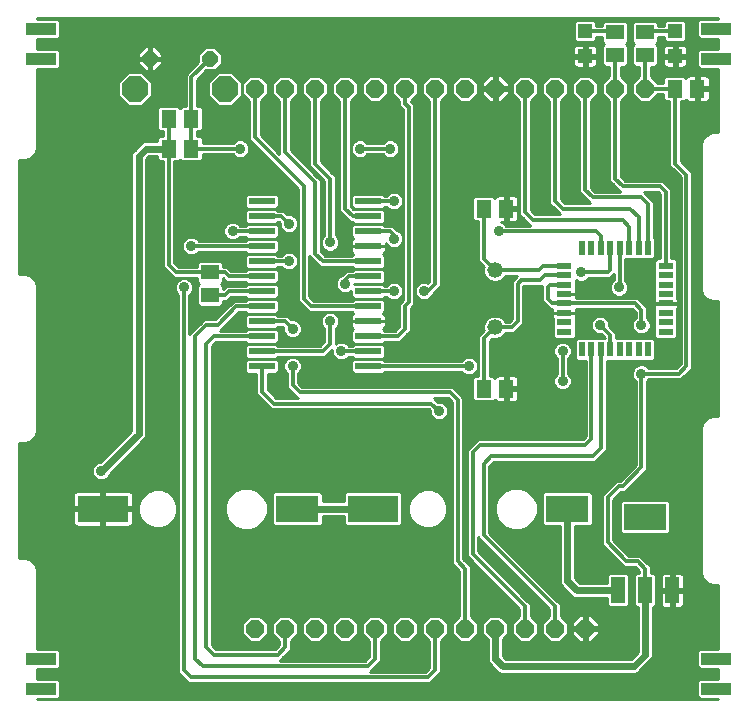
<source format=gbl>
G75*
%MOIN*%
%OFA0B0*%
%FSLAX25Y25*%
%IPPOS*%
%LPD*%
%AMOC8*
5,1,8,0,0,1.08239X$1,22.5*
%
%ADD10OC8,0.05937*%
%ADD11OC8,0.05150*%
%ADD12OC8,0.08858*%
%ADD13R,0.05118X0.05906*%
%ADD14OC8,0.06000*%
%ADD15R,0.10000X0.04000*%
%ADD16R,0.05906X0.05118*%
%ADD17R,0.04724X0.04724*%
%ADD18C,0.05200*%
%ADD19R,0.05000X0.02200*%
%ADD20R,0.02200X0.05000*%
%ADD21R,0.08661X0.02362*%
%ADD22R,0.16929X0.09055*%
%ADD23R,0.14409X0.09055*%
%ADD24R,0.04799X0.08799*%
%ADD25R,0.14173X0.08661*%
%ADD26C,0.01000*%
%ADD27C,0.01200*%
%ADD28C,0.02400*%
%ADD29C,0.03569*%
D10*
X0110352Y0031500D03*
X0120352Y0031500D03*
X0130352Y0031500D03*
X0140352Y0031500D03*
X0150352Y0031500D03*
X0160352Y0031500D03*
X0170352Y0031500D03*
X0180352Y0031500D03*
X0180352Y0211500D03*
X0170352Y0211500D03*
X0160352Y0211500D03*
X0150352Y0211500D03*
X0140352Y0211500D03*
X0130352Y0211500D03*
X0120352Y0211500D03*
X0110352Y0211500D03*
D11*
X0095352Y0221500D03*
X0075352Y0221500D03*
D12*
X0070352Y0211500D03*
X0100352Y0211500D03*
D13*
X0089092Y0201500D03*
X0081612Y0201500D03*
X0081612Y0191500D03*
X0089092Y0191500D03*
X0186612Y0171500D03*
X0194092Y0171500D03*
X0250362Y0211500D03*
X0257842Y0211500D03*
X0194092Y0111500D03*
X0186612Y0111500D03*
D14*
X0190352Y0031500D03*
X0200352Y0031500D03*
X0210352Y0031500D03*
X0220352Y0031500D03*
X0220352Y0211500D03*
X0210352Y0211500D03*
X0200352Y0211500D03*
X0190352Y0211500D03*
X0230352Y0211500D03*
X0240352Y0211500D03*
D15*
X0264102Y0221500D03*
X0264102Y0231500D03*
X0039102Y0231500D03*
X0039102Y0221500D03*
X0039102Y0021500D03*
X0039102Y0011500D03*
X0264102Y0011500D03*
X0264102Y0021500D03*
D16*
X0095352Y0142760D03*
X0095352Y0150240D03*
X0230352Y0222760D03*
X0230352Y0230240D03*
X0240352Y0230240D03*
X0240352Y0222760D03*
D17*
X0250352Y0222366D03*
X0250352Y0230634D03*
X0220352Y0230634D03*
X0220352Y0222366D03*
D18*
X0190352Y0151000D03*
X0190352Y0132000D03*
D19*
X0213452Y0130476D03*
X0213452Y0133626D03*
X0213452Y0136776D03*
X0213452Y0139925D03*
X0213452Y0143075D03*
X0213452Y0146224D03*
X0213452Y0149374D03*
X0213452Y0152524D03*
X0247252Y0152524D03*
X0247252Y0149374D03*
X0247252Y0146224D03*
X0247252Y0143075D03*
X0247252Y0139925D03*
X0247252Y0136776D03*
X0247252Y0133626D03*
X0247252Y0130476D03*
D20*
X0241376Y0124600D03*
X0238226Y0124600D03*
X0235076Y0124600D03*
X0231927Y0124600D03*
X0228777Y0124600D03*
X0225628Y0124600D03*
X0222478Y0124600D03*
X0219328Y0124600D03*
X0219328Y0158400D03*
X0222478Y0158400D03*
X0225628Y0158400D03*
X0228777Y0158400D03*
X0231927Y0158400D03*
X0235076Y0158400D03*
X0238226Y0158400D03*
X0241376Y0158400D03*
D21*
X0148069Y0159000D03*
X0148069Y0154000D03*
X0148069Y0149000D03*
X0148069Y0144000D03*
X0148069Y0139000D03*
X0148069Y0134000D03*
X0148069Y0129000D03*
X0148069Y0124000D03*
X0148069Y0119000D03*
X0112636Y0119000D03*
X0112636Y0124000D03*
X0112636Y0129000D03*
X0112636Y0134000D03*
X0112636Y0139000D03*
X0112636Y0144000D03*
X0112636Y0149000D03*
X0112636Y0154000D03*
X0112636Y0159000D03*
X0112636Y0164000D03*
X0112636Y0169000D03*
X0112636Y0174000D03*
X0148069Y0174000D03*
X0148069Y0169000D03*
X0148069Y0164000D03*
D22*
X0149660Y0071500D03*
X0059660Y0071500D03*
D23*
X0124389Y0071500D03*
X0214389Y0071500D03*
D24*
X0231254Y0044299D03*
X0240352Y0044299D03*
X0249450Y0044299D03*
D25*
X0240352Y0068701D03*
D26*
X0037697Y0008200D02*
X0037697Y0007940D01*
X0264818Y0007940D01*
X0264818Y0008200D01*
X0258564Y0008200D01*
X0257802Y0008962D01*
X0257802Y0014038D01*
X0258564Y0014800D01*
X0264818Y0014800D01*
X0264818Y0018200D01*
X0258564Y0018200D01*
X0257802Y0018962D01*
X0257802Y0024038D01*
X0258564Y0024800D01*
X0264818Y0024800D01*
X0264818Y0046084D01*
X0262557Y0046084D01*
X0260885Y0046777D01*
X0259605Y0048056D01*
X0258912Y0049729D01*
X0258912Y0098783D01*
X0259605Y0100455D01*
X0260885Y0101735D01*
X0262557Y0102428D01*
X0264818Y0102428D01*
X0264818Y0140572D01*
X0262557Y0140572D01*
X0260885Y0141265D01*
X0259605Y0142545D01*
X0258912Y0144217D01*
X0258912Y0193271D01*
X0259605Y0194944D01*
X0260885Y0196223D01*
X0262557Y0196916D01*
X0264818Y0196916D01*
X0264818Y0218200D01*
X0258564Y0218200D01*
X0257802Y0218962D01*
X0257802Y0224038D01*
X0258564Y0224800D01*
X0264818Y0224800D01*
X0264818Y0228200D01*
X0258564Y0228200D01*
X0257802Y0228962D01*
X0257802Y0234038D01*
X0258564Y0234800D01*
X0264818Y0234800D01*
X0264818Y0235060D01*
X0037697Y0235060D01*
X0037697Y0234800D01*
X0044641Y0234800D01*
X0045402Y0234038D01*
X0045402Y0228962D01*
X0044641Y0228200D01*
X0037697Y0228200D01*
X0037697Y0224800D01*
X0044641Y0224800D01*
X0045402Y0224038D01*
X0045402Y0218962D01*
X0044641Y0218200D01*
X0037697Y0218200D01*
X0037697Y0191461D01*
X0037005Y0189789D01*
X0035725Y0188509D01*
X0034052Y0187816D01*
X0031792Y0187816D01*
X0031792Y0149672D01*
X0034052Y0149672D01*
X0035725Y0148979D01*
X0037005Y0147699D01*
X0037697Y0146027D01*
X0037697Y0096973D01*
X0037005Y0095301D01*
X0035725Y0094021D01*
X0034052Y0093328D01*
X0031792Y0093328D01*
X0031792Y0055184D01*
X0034052Y0055184D01*
X0035725Y0054491D01*
X0037005Y0053211D01*
X0037697Y0051539D01*
X0037697Y0024800D01*
X0044641Y0024800D01*
X0045402Y0024038D01*
X0045402Y0018962D01*
X0044641Y0018200D01*
X0037697Y0018200D01*
X0037697Y0014800D01*
X0044641Y0014800D01*
X0045402Y0014038D01*
X0045402Y0008962D01*
X0044641Y0008200D01*
X0037697Y0008200D01*
X0045109Y0008668D02*
X0258095Y0008668D01*
X0257802Y0009667D02*
X0045402Y0009667D01*
X0045402Y0010665D02*
X0257802Y0010665D01*
X0257802Y0011664D02*
X0045402Y0011664D01*
X0045402Y0012662D02*
X0257802Y0012662D01*
X0257802Y0013661D02*
X0168950Y0013661D01*
X0168639Y0013350D02*
X0169752Y0014463D01*
X0172252Y0016963D01*
X0172252Y0027363D01*
X0174621Y0029732D01*
X0174621Y0033268D01*
X0172120Y0035768D01*
X0168584Y0035768D01*
X0166084Y0033268D01*
X0166084Y0029732D01*
X0168452Y0027363D01*
X0168452Y0018537D01*
X0167065Y0017150D01*
X0148689Y0017150D01*
X0149752Y0018213D01*
X0152252Y0020713D01*
X0152252Y0027363D01*
X0154621Y0029732D01*
X0154621Y0033268D01*
X0152120Y0035768D01*
X0148584Y0035768D01*
X0146084Y0033268D01*
X0146084Y0029732D01*
X0148452Y0027363D01*
X0148452Y0022287D01*
X0147065Y0020900D01*
X0118689Y0020900D01*
X0119752Y0021963D01*
X0122252Y0024463D01*
X0122252Y0027363D01*
X0124621Y0029732D01*
X0124621Y0033268D01*
X0122120Y0035768D01*
X0118584Y0035768D01*
X0116084Y0033268D01*
X0116084Y0029732D01*
X0118452Y0027363D01*
X0118452Y0026037D01*
X0117065Y0024650D01*
X0097389Y0024650D01*
X0096002Y0026037D01*
X0096002Y0125713D01*
X0097389Y0127100D01*
X0107185Y0127100D01*
X0107766Y0126519D01*
X0117505Y0126519D01*
X0118266Y0127280D01*
X0118266Y0130720D01*
X0117505Y0131481D01*
X0107766Y0131481D01*
X0107185Y0130900D01*
X0098689Y0130900D01*
X0104889Y0137100D01*
X0107185Y0137100D01*
X0107766Y0136519D01*
X0117505Y0136519D01*
X0118266Y0137280D01*
X0118266Y0140720D01*
X0117505Y0141481D01*
X0107766Y0141481D01*
X0107185Y0140900D01*
X0103315Y0140900D01*
X0102202Y0139787D01*
X0097065Y0134650D01*
X0093315Y0134650D01*
X0092202Y0133537D01*
X0088502Y0129837D01*
X0088502Y0142788D01*
X0089217Y0143503D01*
X0089686Y0144636D01*
X0089686Y0145863D01*
X0089217Y0146997D01*
X0088349Y0147865D01*
X0087216Y0148334D01*
X0085989Y0148334D01*
X0084855Y0147865D01*
X0083987Y0146997D01*
X0083518Y0145863D01*
X0083518Y0144636D01*
X0083987Y0143503D01*
X0084702Y0142788D01*
X0084702Y0016963D01*
X0085815Y0015850D01*
X0088315Y0013350D01*
X0168639Y0013350D01*
X0169948Y0014659D02*
X0258423Y0014659D01*
X0258110Y0018653D02*
X0239791Y0018653D01*
X0238792Y0017655D02*
X0264818Y0017655D01*
X0264818Y0016656D02*
X0237477Y0016656D01*
X0237099Y0016500D02*
X0238018Y0016881D01*
X0238721Y0017584D01*
X0242471Y0021334D01*
X0242852Y0022253D01*
X0242852Y0038600D01*
X0243290Y0038600D01*
X0244052Y0039361D01*
X0244052Y0049237D01*
X0243290Y0049999D01*
X0242252Y0049999D01*
X0242252Y0052287D01*
X0241139Y0053400D01*
X0238639Y0055900D01*
X0234889Y0055900D01*
X0229752Y0061037D01*
X0229752Y0074463D01*
X0232389Y0077100D01*
X0233639Y0077100D01*
X0234752Y0078213D01*
X0241002Y0084463D01*
X0241002Y0114038D01*
X0241564Y0114600D01*
X0252389Y0114600D01*
X0253502Y0115713D01*
X0256002Y0118213D01*
X0256002Y0183537D01*
X0254889Y0184650D01*
X0252252Y0187287D01*
X0252252Y0207247D01*
X0253459Y0207247D01*
X0253993Y0207781D01*
X0254083Y0207626D01*
X0254362Y0207347D01*
X0254704Y0207149D01*
X0255086Y0207047D01*
X0257342Y0207047D01*
X0257342Y0211000D01*
X0258342Y0211000D01*
X0258342Y0207047D01*
X0260599Y0207047D01*
X0260980Y0207149D01*
X0261322Y0207347D01*
X0261602Y0207626D01*
X0261799Y0207968D01*
X0261901Y0208350D01*
X0261901Y0211000D01*
X0258342Y0211000D01*
X0258342Y0212000D01*
X0257342Y0212000D01*
X0257342Y0215953D01*
X0255086Y0215953D01*
X0254704Y0215851D01*
X0254362Y0215653D01*
X0254083Y0215374D01*
X0253993Y0215219D01*
X0253459Y0215753D01*
X0247264Y0215753D01*
X0246503Y0214991D01*
X0246503Y0213400D01*
X0244533Y0213400D01*
X0242252Y0215681D01*
X0242252Y0218901D01*
X0243843Y0218901D01*
X0244605Y0219662D01*
X0244605Y0225857D01*
X0243962Y0226500D01*
X0244605Y0227143D01*
X0244605Y0228734D01*
X0246690Y0228734D01*
X0246690Y0227733D01*
X0247451Y0226972D01*
X0253253Y0226972D01*
X0254014Y0227733D01*
X0254014Y0233535D01*
X0253253Y0234296D01*
X0247451Y0234296D01*
X0246690Y0233535D01*
X0246690Y0232534D01*
X0244605Y0232534D01*
X0244605Y0233338D01*
X0243843Y0234099D01*
X0236861Y0234099D01*
X0236099Y0233338D01*
X0236099Y0227143D01*
X0236742Y0226500D01*
X0236099Y0225857D01*
X0236099Y0219662D01*
X0236861Y0218901D01*
X0238452Y0218901D01*
X0238452Y0215681D01*
X0236052Y0213281D01*
X0236052Y0209719D01*
X0238571Y0207200D01*
X0242133Y0207200D01*
X0244533Y0209600D01*
X0246503Y0209600D01*
X0246503Y0208009D01*
X0247264Y0207247D01*
X0248452Y0207247D01*
X0248452Y0185713D01*
X0249565Y0184600D01*
X0249565Y0184600D01*
X0252202Y0181963D01*
X0252202Y0119787D01*
X0250815Y0118400D01*
X0241564Y0118400D01*
X0240849Y0119115D01*
X0239716Y0119584D01*
X0238489Y0119584D01*
X0237355Y0119115D01*
X0236487Y0118247D01*
X0236018Y0117113D01*
X0236018Y0115886D01*
X0236487Y0114753D01*
X0237202Y0114038D01*
X0237202Y0086037D01*
X0232065Y0080900D01*
X0230815Y0080900D01*
X0227065Y0077150D01*
X0225952Y0076037D01*
X0225952Y0059463D01*
X0232202Y0053213D01*
X0233315Y0052100D01*
X0237065Y0052100D01*
X0238452Y0050713D01*
X0238452Y0049999D01*
X0237414Y0049999D01*
X0236652Y0049237D01*
X0236652Y0039361D01*
X0237414Y0038600D01*
X0237852Y0038600D01*
X0237852Y0023786D01*
X0235567Y0021500D01*
X0193888Y0021500D01*
X0192852Y0022536D01*
X0192852Y0027919D01*
X0194652Y0029719D01*
X0194652Y0033281D01*
X0192133Y0035800D01*
X0188571Y0035800D01*
X0186052Y0033281D01*
X0186052Y0029719D01*
X0187852Y0027919D01*
X0187852Y0021003D01*
X0188233Y0020084D01*
X0188936Y0019381D01*
X0191436Y0016881D01*
X0192355Y0016500D01*
X0237099Y0016500D01*
X0240789Y0019652D02*
X0257802Y0019652D01*
X0257802Y0020650D02*
X0241788Y0020650D01*
X0242602Y0021649D02*
X0257802Y0021649D01*
X0257802Y0022647D02*
X0242852Y0022647D01*
X0242852Y0023646D02*
X0257802Y0023646D01*
X0258408Y0024644D02*
X0242852Y0024644D01*
X0242852Y0025643D02*
X0264818Y0025643D01*
X0264818Y0026641D02*
X0242852Y0026641D01*
X0242852Y0027640D02*
X0264818Y0027640D01*
X0264818Y0028638D02*
X0242852Y0028638D01*
X0242852Y0029637D02*
X0264818Y0029637D01*
X0264818Y0030635D02*
X0242852Y0030635D01*
X0242852Y0031634D02*
X0264818Y0031634D01*
X0264818Y0032632D02*
X0242852Y0032632D01*
X0242852Y0033631D02*
X0264818Y0033631D01*
X0264818Y0034630D02*
X0242852Y0034630D01*
X0242852Y0035628D02*
X0264818Y0035628D01*
X0264818Y0036627D02*
X0242852Y0036627D01*
X0242852Y0037625D02*
X0264818Y0037625D01*
X0264818Y0038624D02*
X0252640Y0038624D01*
X0252771Y0038699D02*
X0253050Y0038979D01*
X0253248Y0039321D01*
X0253350Y0039702D01*
X0253350Y0043799D01*
X0249951Y0043799D01*
X0249951Y0044799D01*
X0253350Y0044799D01*
X0253350Y0048896D01*
X0253248Y0049278D01*
X0253050Y0049620D01*
X0252771Y0049899D01*
X0252429Y0050097D01*
X0252048Y0050199D01*
X0249950Y0050199D01*
X0249950Y0044799D01*
X0248951Y0044799D01*
X0248951Y0050199D01*
X0246853Y0050199D01*
X0246472Y0050097D01*
X0246130Y0049899D01*
X0245851Y0049620D01*
X0245653Y0049278D01*
X0245551Y0048896D01*
X0245551Y0044799D01*
X0248950Y0044799D01*
X0248950Y0043799D01*
X0245551Y0043799D01*
X0245551Y0039702D01*
X0245653Y0039321D01*
X0245851Y0038979D01*
X0246130Y0038699D01*
X0246472Y0038502D01*
X0246853Y0038400D01*
X0248951Y0038400D01*
X0248951Y0043799D01*
X0249950Y0043799D01*
X0249950Y0038400D01*
X0252048Y0038400D01*
X0252429Y0038502D01*
X0252771Y0038699D01*
X0253329Y0039622D02*
X0264818Y0039622D01*
X0264818Y0040621D02*
X0253350Y0040621D01*
X0253350Y0041619D02*
X0264818Y0041619D01*
X0264818Y0042618D02*
X0253350Y0042618D01*
X0253350Y0043616D02*
X0264818Y0043616D01*
X0264818Y0044615D02*
X0249951Y0044615D01*
X0249950Y0045613D02*
X0248951Y0045613D01*
X0248950Y0044615D02*
X0244052Y0044615D01*
X0244052Y0045613D02*
X0245551Y0045613D01*
X0245551Y0046612D02*
X0244052Y0046612D01*
X0244052Y0047610D02*
X0245551Y0047610D01*
X0245551Y0048609D02*
X0244052Y0048609D01*
X0243682Y0049607D02*
X0245843Y0049607D01*
X0248951Y0049607D02*
X0249950Y0049607D01*
X0249950Y0048609D02*
X0248951Y0048609D01*
X0248951Y0047610D02*
X0249950Y0047610D01*
X0249950Y0046612D02*
X0248951Y0046612D01*
X0248951Y0043616D02*
X0249950Y0043616D01*
X0249950Y0042618D02*
X0248951Y0042618D01*
X0248951Y0041619D02*
X0249950Y0041619D01*
X0249950Y0040621D02*
X0248951Y0040621D01*
X0248951Y0039622D02*
X0249950Y0039622D01*
X0249950Y0038624D02*
X0248951Y0038624D01*
X0246261Y0038624D02*
X0243314Y0038624D01*
X0244052Y0039622D02*
X0245572Y0039622D01*
X0245551Y0040621D02*
X0244052Y0040621D01*
X0244052Y0041619D02*
X0245551Y0041619D01*
X0245551Y0042618D02*
X0244052Y0042618D01*
X0244052Y0043616D02*
X0245551Y0043616D01*
X0242252Y0050606D02*
X0258912Y0050606D01*
X0258912Y0051604D02*
X0242252Y0051604D01*
X0241936Y0052603D02*
X0258912Y0052603D01*
X0258912Y0053601D02*
X0240938Y0053601D01*
X0239939Y0054600D02*
X0258912Y0054600D01*
X0258912Y0055598D02*
X0238941Y0055598D01*
X0237561Y0051604D02*
X0216889Y0051604D01*
X0216889Y0050606D02*
X0238452Y0050606D01*
X0237022Y0049607D02*
X0234583Y0049607D01*
X0234953Y0049237D02*
X0234192Y0049999D01*
X0228316Y0049999D01*
X0227554Y0049237D01*
X0227554Y0046799D01*
X0218588Y0046799D01*
X0216889Y0048498D01*
X0216889Y0065672D01*
X0222133Y0065672D01*
X0222894Y0066434D01*
X0222894Y0076566D01*
X0222133Y0077328D01*
X0206646Y0077328D01*
X0205885Y0076566D01*
X0205885Y0066434D01*
X0206646Y0065672D01*
X0211889Y0065672D01*
X0211889Y0046965D01*
X0212270Y0046046D01*
X0215433Y0042883D01*
X0216137Y0042180D01*
X0217056Y0041799D01*
X0227554Y0041799D01*
X0227554Y0039361D01*
X0228316Y0038600D01*
X0234192Y0038600D01*
X0234953Y0039361D01*
X0234953Y0049237D01*
X0234953Y0048609D02*
X0236652Y0048609D01*
X0236652Y0047610D02*
X0234953Y0047610D01*
X0234953Y0046612D02*
X0236652Y0046612D01*
X0236652Y0045613D02*
X0234953Y0045613D01*
X0234953Y0044615D02*
X0236652Y0044615D01*
X0236652Y0043616D02*
X0234953Y0043616D01*
X0234953Y0042618D02*
X0236652Y0042618D01*
X0236652Y0041619D02*
X0234953Y0041619D01*
X0234953Y0040621D02*
X0236652Y0040621D01*
X0236652Y0039622D02*
X0234953Y0039622D01*
X0234216Y0038624D02*
X0237390Y0038624D01*
X0237852Y0037625D02*
X0212252Y0037625D01*
X0212252Y0036627D02*
X0237852Y0036627D01*
X0237852Y0035628D02*
X0222588Y0035628D01*
X0222216Y0036000D02*
X0220852Y0036000D01*
X0220852Y0032000D01*
X0219852Y0032000D01*
X0219852Y0031000D01*
X0215852Y0031000D01*
X0215852Y0029636D01*
X0218488Y0027000D01*
X0219852Y0027000D01*
X0219852Y0031000D01*
X0220852Y0031000D01*
X0220852Y0027000D01*
X0222216Y0027000D01*
X0224852Y0029636D01*
X0224852Y0031000D01*
X0220852Y0031000D01*
X0220852Y0032000D01*
X0224852Y0032000D01*
X0224852Y0033364D01*
X0222216Y0036000D01*
X0220852Y0035628D02*
X0219852Y0035628D01*
X0219852Y0036000D02*
X0218488Y0036000D01*
X0215852Y0033364D01*
X0215852Y0032000D01*
X0219852Y0032000D01*
X0219852Y0036000D01*
X0219852Y0034630D02*
X0220852Y0034630D01*
X0220852Y0033631D02*
X0219852Y0033631D01*
X0219852Y0032632D02*
X0220852Y0032632D01*
X0220852Y0031634D02*
X0237852Y0031634D01*
X0237852Y0032632D02*
X0224852Y0032632D01*
X0224585Y0033631D02*
X0237852Y0033631D01*
X0237852Y0034630D02*
X0223586Y0034630D01*
X0219852Y0031634D02*
X0214652Y0031634D01*
X0214652Y0032632D02*
X0215852Y0032632D01*
X0216119Y0033631D02*
X0214302Y0033631D01*
X0214652Y0033281D02*
X0212252Y0035681D01*
X0212252Y0039787D01*
X0211139Y0040900D01*
X0188502Y0063537D01*
X0188502Y0085713D01*
X0189889Y0087100D01*
X0223639Y0087100D01*
X0224752Y0088213D01*
X0227528Y0090989D01*
X0227528Y0120800D01*
X0243014Y0120800D01*
X0243776Y0121562D01*
X0243776Y0127638D01*
X0243014Y0128400D01*
X0230677Y0128400D01*
X0230677Y0130112D01*
X0228502Y0132287D01*
X0228436Y0132353D01*
X0228436Y0133363D01*
X0227967Y0134497D01*
X0227099Y0135365D01*
X0225966Y0135834D01*
X0224739Y0135834D01*
X0223605Y0135365D01*
X0222737Y0134497D01*
X0222268Y0133363D01*
X0222268Y0132136D01*
X0222737Y0131003D01*
X0223605Y0130135D01*
X0224739Y0129666D01*
X0225749Y0129666D01*
X0225815Y0129600D01*
X0226877Y0128538D01*
X0226877Y0128400D01*
X0217690Y0128400D01*
X0216928Y0127638D01*
X0216928Y0121562D01*
X0217690Y0120800D01*
X0220578Y0120800D01*
X0220578Y0095663D01*
X0219565Y0094650D01*
X0184565Y0094650D01*
X0182065Y0092150D01*
X0180952Y0091037D01*
X0180952Y0055713D01*
X0198452Y0038213D01*
X0198452Y0035681D01*
X0196052Y0033281D01*
X0196052Y0029719D01*
X0198571Y0027200D01*
X0202133Y0027200D01*
X0204652Y0029719D01*
X0204652Y0033281D01*
X0202252Y0035681D01*
X0202252Y0039787D01*
X0201139Y0040900D01*
X0184752Y0057287D01*
X0184752Y0061913D01*
X0185815Y0060850D01*
X0185815Y0060850D01*
X0208452Y0038213D01*
X0208452Y0035681D01*
X0206052Y0033281D01*
X0206052Y0029719D01*
X0208571Y0027200D01*
X0212133Y0027200D01*
X0214652Y0029719D01*
X0214652Y0033281D01*
X0213304Y0034630D02*
X0217118Y0034630D01*
X0218116Y0035628D02*
X0212305Y0035628D01*
X0212252Y0038624D02*
X0228292Y0038624D01*
X0227554Y0039622D02*
X0212252Y0039622D01*
X0211418Y0040621D02*
X0227554Y0040621D01*
X0227554Y0041619D02*
X0210420Y0041619D01*
X0211139Y0040900D02*
X0211139Y0040900D01*
X0209421Y0042618D02*
X0215699Y0042618D01*
X0214700Y0043616D02*
X0208423Y0043616D01*
X0207424Y0044615D02*
X0213702Y0044615D01*
X0212703Y0045613D02*
X0206426Y0045613D01*
X0205427Y0046612D02*
X0212036Y0046612D01*
X0211889Y0047610D02*
X0204429Y0047610D01*
X0203430Y0048609D02*
X0211889Y0048609D01*
X0211889Y0049607D02*
X0202432Y0049607D01*
X0201433Y0050606D02*
X0211889Y0050606D01*
X0211889Y0051604D02*
X0200435Y0051604D01*
X0199436Y0052603D02*
X0211889Y0052603D01*
X0211889Y0053601D02*
X0198438Y0053601D01*
X0197439Y0054600D02*
X0211889Y0054600D01*
X0211889Y0055598D02*
X0196441Y0055598D01*
X0195442Y0056597D02*
X0211889Y0056597D01*
X0211889Y0057595D02*
X0194444Y0057595D01*
X0193445Y0058594D02*
X0211889Y0058594D01*
X0211889Y0059592D02*
X0192447Y0059592D01*
X0191448Y0060591D02*
X0211889Y0060591D01*
X0211889Y0061589D02*
X0190450Y0061589D01*
X0189451Y0062588D02*
X0211889Y0062588D01*
X0211889Y0063586D02*
X0188502Y0063586D01*
X0188502Y0064585D02*
X0195726Y0064585D01*
X0196074Y0064441D02*
X0198882Y0064441D01*
X0201477Y0065516D01*
X0203462Y0067501D01*
X0204537Y0070096D01*
X0204537Y0072904D01*
X0203462Y0075499D01*
X0201477Y0077484D01*
X0198882Y0078559D01*
X0196074Y0078559D01*
X0193479Y0077484D01*
X0191494Y0075499D01*
X0190419Y0072904D01*
X0190419Y0070096D01*
X0191494Y0067501D01*
X0193479Y0065516D01*
X0196074Y0064441D01*
X0193412Y0065583D02*
X0188502Y0065583D01*
X0188502Y0066582D02*
X0192413Y0066582D01*
X0191461Y0067580D02*
X0188502Y0067580D01*
X0188502Y0068579D02*
X0191047Y0068579D01*
X0190634Y0069577D02*
X0188502Y0069577D01*
X0188502Y0070576D02*
X0190419Y0070576D01*
X0190419Y0071574D02*
X0188502Y0071574D01*
X0188502Y0072573D02*
X0190419Y0072573D01*
X0190695Y0073571D02*
X0188502Y0073571D01*
X0188502Y0074570D02*
X0191109Y0074570D01*
X0191564Y0075568D02*
X0188502Y0075568D01*
X0188502Y0076567D02*
X0192562Y0076567D01*
X0193675Y0077566D02*
X0188502Y0077566D01*
X0188502Y0078564D02*
X0228479Y0078564D01*
X0227481Y0077566D02*
X0201281Y0077566D01*
X0202394Y0076567D02*
X0205886Y0076567D01*
X0205885Y0075568D02*
X0203393Y0075568D01*
X0203847Y0074570D02*
X0205885Y0074570D01*
X0205885Y0073571D02*
X0204261Y0073571D01*
X0204537Y0072573D02*
X0205885Y0072573D01*
X0205885Y0071574D02*
X0204537Y0071574D01*
X0204537Y0070576D02*
X0205885Y0070576D01*
X0205885Y0069577D02*
X0204322Y0069577D01*
X0203909Y0068579D02*
X0205885Y0068579D01*
X0205885Y0067580D02*
X0203495Y0067580D01*
X0202543Y0066582D02*
X0205885Y0066582D01*
X0201544Y0065583D02*
X0211889Y0065583D01*
X0211889Y0064585D02*
X0199230Y0064585D01*
X0191067Y0055598D02*
X0186441Y0055598D01*
X0187439Y0054600D02*
X0192065Y0054600D01*
X0193064Y0053601D02*
X0188438Y0053601D01*
X0189436Y0052603D02*
X0194062Y0052603D01*
X0195061Y0051604D02*
X0190435Y0051604D01*
X0191433Y0050606D02*
X0196059Y0050606D01*
X0197058Y0049607D02*
X0192432Y0049607D01*
X0193430Y0048609D02*
X0198056Y0048609D01*
X0199055Y0047610D02*
X0194429Y0047610D01*
X0195427Y0046612D02*
X0200053Y0046612D01*
X0201052Y0045613D02*
X0196426Y0045613D01*
X0197424Y0044615D02*
X0202050Y0044615D01*
X0203049Y0043616D02*
X0198423Y0043616D01*
X0199421Y0042618D02*
X0204047Y0042618D01*
X0205046Y0041619D02*
X0200420Y0041619D01*
X0201418Y0040621D02*
X0206044Y0040621D01*
X0207043Y0039622D02*
X0202252Y0039622D01*
X0202252Y0038624D02*
X0208042Y0038624D01*
X0208452Y0037625D02*
X0202252Y0037625D01*
X0202252Y0036627D02*
X0208452Y0036627D01*
X0208399Y0035628D02*
X0202305Y0035628D01*
X0203304Y0034630D02*
X0207400Y0034630D01*
X0206402Y0033631D02*
X0204302Y0033631D01*
X0204652Y0032632D02*
X0206052Y0032632D01*
X0206052Y0031634D02*
X0204652Y0031634D01*
X0204652Y0030635D02*
X0206052Y0030635D01*
X0206134Y0029637D02*
X0204570Y0029637D01*
X0203572Y0028638D02*
X0207133Y0028638D01*
X0208131Y0027640D02*
X0202573Y0027640D01*
X0198131Y0027640D02*
X0192852Y0027640D01*
X0192852Y0026641D02*
X0237852Y0026641D01*
X0237852Y0025643D02*
X0192852Y0025643D01*
X0192852Y0024644D02*
X0237852Y0024644D01*
X0237712Y0023646D02*
X0192852Y0023646D01*
X0192852Y0022647D02*
X0236714Y0022647D01*
X0235715Y0021649D02*
X0193739Y0021649D01*
X0190662Y0017655D02*
X0172252Y0017655D01*
X0172252Y0018653D02*
X0189663Y0018653D01*
X0188665Y0019652D02*
X0172252Y0019652D01*
X0172252Y0020650D02*
X0187998Y0020650D01*
X0187852Y0021649D02*
X0172252Y0021649D01*
X0172252Y0022647D02*
X0187852Y0022647D01*
X0187852Y0023646D02*
X0172252Y0023646D01*
X0172252Y0024644D02*
X0187852Y0024644D01*
X0187852Y0025643D02*
X0172252Y0025643D01*
X0172252Y0026641D02*
X0187852Y0026641D01*
X0187852Y0027640D02*
X0182529Y0027640D01*
X0182120Y0027231D02*
X0184621Y0029732D01*
X0184621Y0033268D01*
X0182252Y0035637D01*
X0182252Y0052287D01*
X0179752Y0054787D01*
X0179752Y0108537D01*
X0177252Y0111037D01*
X0176139Y0112150D01*
X0126139Y0112150D01*
X0124752Y0113537D01*
X0124752Y0116538D01*
X0125467Y0117253D01*
X0125936Y0118386D01*
X0125936Y0119613D01*
X0125467Y0120747D01*
X0124599Y0121615D01*
X0123466Y0122084D01*
X0122239Y0122084D01*
X0121105Y0121615D01*
X0120237Y0120747D01*
X0119768Y0119613D01*
X0119768Y0118386D01*
X0120237Y0117253D01*
X0120952Y0116538D01*
X0120952Y0111963D01*
X0122065Y0110850D01*
X0124515Y0108400D01*
X0117389Y0108400D01*
X0114536Y0111254D01*
X0114536Y0116519D01*
X0117505Y0116519D01*
X0118266Y0117280D01*
X0118266Y0120720D01*
X0117505Y0121481D01*
X0107766Y0121481D01*
X0107005Y0120720D01*
X0107005Y0117280D01*
X0107766Y0116519D01*
X0110736Y0116519D01*
X0110736Y0109680D01*
X0114702Y0105713D01*
X0115815Y0104600D01*
X0168315Y0104600D01*
X0168518Y0104397D01*
X0168518Y0103386D01*
X0168987Y0102253D01*
X0169855Y0101385D01*
X0170989Y0100916D01*
X0172216Y0100916D01*
X0173349Y0101385D01*
X0174217Y0102253D01*
X0174686Y0103386D01*
X0174686Y0104613D01*
X0174217Y0105747D01*
X0173349Y0106615D01*
X0172216Y0107084D01*
X0171205Y0107084D01*
X0169939Y0108350D01*
X0174565Y0108350D01*
X0175952Y0106963D01*
X0175952Y0053213D01*
X0177065Y0052100D01*
X0178452Y0050713D01*
X0178452Y0035637D01*
X0176084Y0033268D01*
X0176084Y0029732D01*
X0178584Y0027231D01*
X0182120Y0027231D01*
X0183527Y0028638D02*
X0187133Y0028638D01*
X0186134Y0029637D02*
X0184526Y0029637D01*
X0184621Y0030635D02*
X0186052Y0030635D01*
X0186052Y0031634D02*
X0184621Y0031634D01*
X0184621Y0032632D02*
X0186052Y0032632D01*
X0186402Y0033631D02*
X0184258Y0033631D01*
X0183259Y0034630D02*
X0187400Y0034630D01*
X0188399Y0035628D02*
X0182261Y0035628D01*
X0182252Y0036627D02*
X0198452Y0036627D01*
X0198452Y0037625D02*
X0182252Y0037625D01*
X0182252Y0038624D02*
X0198041Y0038624D01*
X0197043Y0039622D02*
X0182252Y0039622D01*
X0182252Y0040621D02*
X0196044Y0040621D01*
X0195046Y0041619D02*
X0182252Y0041619D01*
X0182252Y0042618D02*
X0194047Y0042618D01*
X0193049Y0043616D02*
X0182252Y0043616D01*
X0182252Y0044615D02*
X0192050Y0044615D01*
X0191052Y0045613D02*
X0182252Y0045613D01*
X0182252Y0046612D02*
X0190053Y0046612D01*
X0189055Y0047610D02*
X0182252Y0047610D01*
X0182252Y0048609D02*
X0188056Y0048609D01*
X0187058Y0049607D02*
X0182252Y0049607D01*
X0182252Y0050606D02*
X0186059Y0050606D01*
X0185061Y0051604D02*
X0182252Y0051604D01*
X0181936Y0052603D02*
X0184062Y0052603D01*
X0183064Y0053601D02*
X0180938Y0053601D01*
X0179939Y0054600D02*
X0182065Y0054600D01*
X0181067Y0055598D02*
X0179752Y0055598D01*
X0179752Y0056597D02*
X0180952Y0056597D01*
X0180952Y0057595D02*
X0179752Y0057595D01*
X0179752Y0058594D02*
X0180952Y0058594D01*
X0180952Y0059592D02*
X0179752Y0059592D01*
X0179752Y0060591D02*
X0180952Y0060591D01*
X0180952Y0061589D02*
X0179752Y0061589D01*
X0179752Y0062588D02*
X0180952Y0062588D01*
X0180952Y0063586D02*
X0179752Y0063586D01*
X0179752Y0064585D02*
X0180952Y0064585D01*
X0180952Y0065583D02*
X0179752Y0065583D01*
X0179752Y0066582D02*
X0180952Y0066582D01*
X0180952Y0067580D02*
X0179752Y0067580D01*
X0179752Y0068579D02*
X0180952Y0068579D01*
X0180952Y0069577D02*
X0179752Y0069577D01*
X0179752Y0070576D02*
X0180952Y0070576D01*
X0180952Y0071574D02*
X0179752Y0071574D01*
X0179752Y0072573D02*
X0180952Y0072573D01*
X0180952Y0073571D02*
X0179752Y0073571D01*
X0179752Y0074570D02*
X0180952Y0074570D01*
X0180952Y0075568D02*
X0179752Y0075568D01*
X0179752Y0076567D02*
X0180952Y0076567D01*
X0180952Y0077566D02*
X0179752Y0077566D01*
X0179752Y0078564D02*
X0180952Y0078564D01*
X0180952Y0079563D02*
X0179752Y0079563D01*
X0179752Y0080561D02*
X0180952Y0080561D01*
X0180952Y0081560D02*
X0179752Y0081560D01*
X0179752Y0082558D02*
X0180952Y0082558D01*
X0180952Y0083557D02*
X0179752Y0083557D01*
X0179752Y0084555D02*
X0180952Y0084555D01*
X0180952Y0085554D02*
X0179752Y0085554D01*
X0179752Y0086552D02*
X0180952Y0086552D01*
X0180952Y0087551D02*
X0179752Y0087551D01*
X0179752Y0088549D02*
X0180952Y0088549D01*
X0180952Y0089548D02*
X0179752Y0089548D01*
X0179752Y0090546D02*
X0180952Y0090546D01*
X0181460Y0091545D02*
X0179752Y0091545D01*
X0179752Y0092543D02*
X0182458Y0092543D01*
X0183457Y0093542D02*
X0179752Y0093542D01*
X0179752Y0094540D02*
X0184455Y0094540D01*
X0179752Y0095539D02*
X0220454Y0095539D01*
X0220578Y0096537D02*
X0179752Y0096537D01*
X0179752Y0097536D02*
X0220578Y0097536D01*
X0220578Y0098534D02*
X0179752Y0098534D01*
X0179752Y0099533D02*
X0220578Y0099533D01*
X0220578Y0100531D02*
X0179752Y0100531D01*
X0179752Y0101530D02*
X0220578Y0101530D01*
X0220578Y0102528D02*
X0179752Y0102528D01*
X0179752Y0103527D02*
X0220578Y0103527D01*
X0220578Y0104525D02*
X0179752Y0104525D01*
X0179752Y0105524D02*
X0220578Y0105524D01*
X0220578Y0106522D02*
X0179752Y0106522D01*
X0179752Y0107521D02*
X0183241Y0107521D01*
X0183514Y0107247D02*
X0189709Y0107247D01*
X0190243Y0107781D01*
X0190333Y0107626D01*
X0190612Y0107347D01*
X0190954Y0107149D01*
X0191336Y0107047D01*
X0193592Y0107047D01*
X0193592Y0111000D01*
X0194592Y0111000D01*
X0194592Y0107047D01*
X0196849Y0107047D01*
X0197230Y0107149D01*
X0197572Y0107347D01*
X0197852Y0107626D01*
X0198049Y0107968D01*
X0198151Y0108350D01*
X0198151Y0111000D01*
X0194592Y0111000D01*
X0194592Y0112000D01*
X0193592Y0112000D01*
X0193592Y0115953D01*
X0191336Y0115953D01*
X0190954Y0115851D01*
X0190612Y0115653D01*
X0190333Y0115374D01*
X0190243Y0115219D01*
X0189709Y0115753D01*
X0188512Y0115753D01*
X0188512Y0127473D01*
X0189267Y0128228D01*
X0189576Y0128100D01*
X0191128Y0128100D01*
X0192561Y0128694D01*
X0193658Y0129791D01*
X0193786Y0130100D01*
X0196639Y0130100D01*
X0197752Y0131213D01*
X0199752Y0133213D01*
X0199752Y0145713D01*
X0199889Y0145850D01*
X0205952Y0145850D01*
X0205952Y0140713D01*
X0207527Y0139138D01*
X0208640Y0138025D01*
X0209452Y0138025D01*
X0209452Y0136826D01*
X0213402Y0136826D01*
X0213402Y0136726D01*
X0209452Y0136726D01*
X0209452Y0135478D01*
X0209554Y0135097D01*
X0209652Y0134927D01*
X0209652Y0128838D01*
X0210414Y0128076D01*
X0216491Y0128076D01*
X0217252Y0128838D01*
X0217252Y0134927D01*
X0217350Y0135097D01*
X0217452Y0135478D01*
X0217452Y0136726D01*
X0213502Y0136726D01*
X0213502Y0136826D01*
X0217452Y0136826D01*
X0217452Y0138025D01*
X0236140Y0138025D01*
X0237202Y0136963D01*
X0237202Y0135212D01*
X0236487Y0134497D01*
X0236018Y0133363D01*
X0236018Y0132136D01*
X0236487Y0131003D01*
X0237355Y0130135D01*
X0238489Y0129666D01*
X0239716Y0129666D01*
X0240849Y0130135D01*
X0241717Y0131003D01*
X0242186Y0132136D01*
X0242186Y0133363D01*
X0241717Y0134497D01*
X0241002Y0135212D01*
X0241002Y0138537D01*
X0239889Y0139650D01*
X0237714Y0141825D01*
X0217452Y0141825D01*
X0217452Y0143025D01*
X0213502Y0143025D01*
X0213502Y0143125D01*
X0217452Y0143125D01*
X0217452Y0144372D01*
X0217350Y0144754D01*
X0217252Y0144923D01*
X0217252Y0147738D01*
X0217355Y0147635D01*
X0218489Y0147166D01*
X0219716Y0147166D01*
X0220849Y0147635D01*
X0221564Y0148350D01*
X0228639Y0148350D01*
X0230027Y0149738D01*
X0230027Y0147936D01*
X0229855Y0147865D01*
X0228987Y0146997D01*
X0228518Y0145863D01*
X0228518Y0144636D01*
X0228987Y0143503D01*
X0229855Y0142635D01*
X0230989Y0142166D01*
X0232216Y0142166D01*
X0233349Y0142635D01*
X0234217Y0143503D01*
X0234686Y0144636D01*
X0234686Y0145863D01*
X0234217Y0146997D01*
X0233827Y0147387D01*
X0233827Y0154600D01*
X0243014Y0154600D01*
X0243776Y0155362D01*
X0243776Y0161438D01*
X0243276Y0161938D01*
X0243276Y0173763D01*
X0241002Y0176037D01*
X0239939Y0177100D01*
X0244565Y0177100D01*
X0245352Y0176313D01*
X0245352Y0154924D01*
X0244214Y0154924D01*
X0243452Y0154162D01*
X0243452Y0141774D01*
X0243354Y0141604D01*
X0243252Y0141223D01*
X0243252Y0139975D01*
X0247202Y0139975D01*
X0247202Y0139875D01*
X0243252Y0139875D01*
X0243252Y0138628D01*
X0243354Y0138246D01*
X0243452Y0138077D01*
X0243452Y0128838D01*
X0244214Y0128076D01*
X0250291Y0128076D01*
X0251052Y0128838D01*
X0251052Y0138077D01*
X0251150Y0138246D01*
X0251252Y0138628D01*
X0251252Y0139875D01*
X0247302Y0139875D01*
X0247302Y0139975D01*
X0251252Y0139975D01*
X0251252Y0141223D01*
X0251150Y0141604D01*
X0251052Y0141774D01*
X0251052Y0154162D01*
X0250291Y0154924D01*
X0249152Y0154924D01*
X0249152Y0177887D01*
X0247252Y0179787D01*
X0246139Y0180900D01*
X0233639Y0180900D01*
X0232252Y0182287D01*
X0232252Y0207319D01*
X0234652Y0209719D01*
X0234652Y0213281D01*
X0232252Y0215681D01*
X0232252Y0218901D01*
X0233843Y0218901D01*
X0234605Y0219662D01*
X0234605Y0225857D01*
X0233962Y0226500D01*
X0234605Y0227143D01*
X0234605Y0233338D01*
X0233843Y0234099D01*
X0226861Y0234099D01*
X0226099Y0233338D01*
X0226099Y0232534D01*
X0224014Y0232534D01*
X0224014Y0233535D01*
X0223253Y0234296D01*
X0217451Y0234296D01*
X0216690Y0233535D01*
X0216690Y0227733D01*
X0217451Y0226972D01*
X0223253Y0226972D01*
X0224014Y0227733D01*
X0224014Y0228734D01*
X0226099Y0228734D01*
X0226099Y0227143D01*
X0226742Y0226500D01*
X0226099Y0225857D01*
X0226099Y0219662D01*
X0226861Y0218901D01*
X0228452Y0218901D01*
X0228452Y0215681D01*
X0226052Y0213281D01*
X0226052Y0209719D01*
X0228452Y0207319D01*
X0228452Y0180713D01*
X0229565Y0179600D01*
X0232015Y0177150D01*
X0223639Y0177150D01*
X0222252Y0178537D01*
X0222252Y0207319D01*
X0224652Y0209719D01*
X0224652Y0213281D01*
X0222133Y0215800D01*
X0218571Y0215800D01*
X0216052Y0213281D01*
X0216052Y0209719D01*
X0218452Y0207319D01*
X0218452Y0176963D01*
X0219565Y0175850D01*
X0222015Y0173400D01*
X0213639Y0173400D01*
X0212252Y0174787D01*
X0212252Y0207319D01*
X0214652Y0209719D01*
X0214652Y0213281D01*
X0212133Y0215800D01*
X0208571Y0215800D01*
X0206052Y0213281D01*
X0206052Y0209719D01*
X0208452Y0207319D01*
X0208452Y0173213D01*
X0209565Y0172100D01*
X0212015Y0169650D01*
X0203639Y0169650D01*
X0202252Y0171037D01*
X0202252Y0207319D01*
X0204652Y0209719D01*
X0204652Y0213281D01*
X0202133Y0215800D01*
X0198571Y0215800D01*
X0196052Y0213281D01*
X0196052Y0209719D01*
X0198452Y0207319D01*
X0198452Y0169463D01*
X0199565Y0168350D01*
X0202015Y0165900D01*
X0194064Y0165900D01*
X0193349Y0166615D01*
X0192305Y0167047D01*
X0193592Y0167047D01*
X0193592Y0171000D01*
X0194592Y0171000D01*
X0194592Y0167047D01*
X0196849Y0167047D01*
X0197230Y0167149D01*
X0197572Y0167347D01*
X0197852Y0167626D01*
X0198049Y0167968D01*
X0198151Y0168350D01*
X0198151Y0171000D01*
X0194592Y0171000D01*
X0194592Y0172000D01*
X0193592Y0172000D01*
X0193592Y0175953D01*
X0191336Y0175953D01*
X0190954Y0175851D01*
X0190612Y0175653D01*
X0190333Y0175374D01*
X0190243Y0175219D01*
X0189709Y0175753D01*
X0183514Y0175753D01*
X0182753Y0174991D01*
X0182753Y0168009D01*
X0183514Y0167247D01*
X0184712Y0167247D01*
X0184712Y0153953D01*
X0186580Y0152085D01*
X0186452Y0151776D01*
X0186452Y0150224D01*
X0187046Y0148791D01*
X0188143Y0147694D01*
X0189576Y0147100D01*
X0191128Y0147100D01*
X0192561Y0147694D01*
X0193658Y0148791D01*
X0193786Y0149100D01*
X0197765Y0149100D01*
X0197065Y0148400D01*
X0195952Y0147287D01*
X0195952Y0134787D01*
X0195065Y0133900D01*
X0193786Y0133900D01*
X0193658Y0134209D01*
X0192561Y0135306D01*
X0191128Y0135900D01*
X0189576Y0135900D01*
X0188143Y0135306D01*
X0187046Y0134209D01*
X0186452Y0132776D01*
X0186452Y0131224D01*
X0186580Y0130915D01*
X0184712Y0129047D01*
X0184712Y0115753D01*
X0183514Y0115753D01*
X0182753Y0114991D01*
X0182753Y0108009D01*
X0183514Y0107247D01*
X0182753Y0108519D02*
X0179752Y0108519D01*
X0178771Y0109518D02*
X0182753Y0109518D01*
X0182753Y0110516D02*
X0177773Y0110516D01*
X0176774Y0111515D02*
X0182753Y0111515D01*
X0182753Y0112513D02*
X0125776Y0112513D01*
X0124777Y0113512D02*
X0182753Y0113512D01*
X0182753Y0114510D02*
X0124752Y0114510D01*
X0124752Y0115509D02*
X0183271Y0115509D01*
X0183349Y0116385D02*
X0184217Y0117253D01*
X0184686Y0118386D01*
X0184686Y0119613D01*
X0184217Y0120747D01*
X0183349Y0121615D01*
X0182216Y0122084D01*
X0180989Y0122084D01*
X0179855Y0121615D01*
X0179140Y0120900D01*
X0153519Y0120900D01*
X0152938Y0121481D01*
X0143199Y0121481D01*
X0142438Y0120720D01*
X0142438Y0117280D01*
X0143199Y0116519D01*
X0152938Y0116519D01*
X0153519Y0117100D01*
X0179140Y0117100D01*
X0179855Y0116385D01*
X0180989Y0115916D01*
X0182216Y0115916D01*
X0183349Y0116385D01*
X0183471Y0116507D02*
X0184712Y0116507D01*
X0184712Y0117506D02*
X0184322Y0117506D01*
X0184686Y0118504D02*
X0184712Y0118504D01*
X0184686Y0119503D02*
X0184712Y0119503D01*
X0184712Y0120501D02*
X0184318Y0120501D01*
X0184712Y0121500D02*
X0183464Y0121500D01*
X0184712Y0122499D02*
X0153699Y0122499D01*
X0153699Y0122280D02*
X0153699Y0125720D01*
X0152938Y0126481D01*
X0143199Y0126481D01*
X0142618Y0125900D01*
X0141564Y0125900D01*
X0140849Y0126615D01*
X0139716Y0127084D01*
X0138489Y0127084D01*
X0137355Y0126615D01*
X0137252Y0126512D01*
X0137252Y0131538D01*
X0137967Y0132253D01*
X0138436Y0133386D01*
X0138436Y0134613D01*
X0137967Y0135747D01*
X0137099Y0136615D01*
X0135966Y0137084D01*
X0134739Y0137084D01*
X0133605Y0136615D01*
X0132737Y0135747D01*
X0132268Y0134613D01*
X0132268Y0133386D01*
X0132737Y0132253D01*
X0133452Y0131538D01*
X0133452Y0127287D01*
X0132065Y0125900D01*
X0118086Y0125900D01*
X0117505Y0126481D01*
X0107766Y0126481D01*
X0107005Y0125720D01*
X0107005Y0122280D01*
X0107766Y0121519D01*
X0117505Y0121519D01*
X0118086Y0122100D01*
X0133639Y0122100D01*
X0134752Y0123213D01*
X0136018Y0124479D01*
X0136018Y0123386D01*
X0136487Y0122253D01*
X0137355Y0121385D01*
X0138489Y0120916D01*
X0139716Y0120916D01*
X0140849Y0121385D01*
X0141564Y0122100D01*
X0142618Y0122100D01*
X0143199Y0121519D01*
X0152938Y0121519D01*
X0153699Y0122280D01*
X0153699Y0123497D02*
X0184712Y0123497D01*
X0184712Y0124496D02*
X0153699Y0124496D01*
X0153699Y0125494D02*
X0184712Y0125494D01*
X0184712Y0126493D02*
X0140971Y0126493D01*
X0142438Y0127280D02*
X0143199Y0126519D01*
X0152938Y0126519D01*
X0153519Y0127100D01*
X0158639Y0127100D01*
X0159752Y0128213D01*
X0161139Y0129600D01*
X0162252Y0130713D01*
X0162252Y0138213D01*
X0162389Y0138350D01*
X0163502Y0139463D01*
X0163502Y0206037D01*
X0162252Y0207287D01*
X0162252Y0207363D01*
X0164621Y0209732D01*
X0164621Y0213268D01*
X0162120Y0215768D01*
X0158584Y0215768D01*
X0156084Y0213268D01*
X0156084Y0209732D01*
X0158452Y0207363D01*
X0158452Y0205713D01*
X0159565Y0204600D01*
X0159702Y0204463D01*
X0159702Y0141037D01*
X0158452Y0139787D01*
X0158452Y0132287D01*
X0157065Y0130900D01*
X0153519Y0130900D01*
X0152991Y0131428D01*
X0153320Y0131619D01*
X0153600Y0131898D01*
X0153797Y0132240D01*
X0153899Y0132621D01*
X0153899Y0133909D01*
X0148159Y0133909D01*
X0148159Y0134091D01*
X0153899Y0134091D01*
X0153899Y0135379D01*
X0153797Y0135760D01*
X0153600Y0136102D01*
X0153320Y0136381D01*
X0152991Y0136572D01*
X0153699Y0137280D01*
X0153699Y0140720D01*
X0152938Y0141481D01*
X0143199Y0141481D01*
X0142618Y0140900D01*
X0129889Y0140900D01*
X0128502Y0142287D01*
X0128502Y0155663D01*
X0130952Y0153213D01*
X0132065Y0152100D01*
X0142618Y0152100D01*
X0143199Y0151519D01*
X0152938Y0151519D01*
X0153699Y0152280D01*
X0153699Y0155720D01*
X0152991Y0156428D01*
X0153320Y0156619D01*
X0153600Y0156898D01*
X0153797Y0157240D01*
X0153899Y0157621D01*
X0153899Y0158909D01*
X0148159Y0158909D01*
X0148159Y0159091D01*
X0153899Y0159091D01*
X0153899Y0159966D01*
X0153987Y0159753D01*
X0154855Y0158885D01*
X0155989Y0158416D01*
X0157216Y0158416D01*
X0158349Y0158885D01*
X0159217Y0159753D01*
X0159686Y0160886D01*
X0159686Y0162113D01*
X0159217Y0163247D01*
X0158349Y0164115D01*
X0157624Y0164415D01*
X0157252Y0164787D01*
X0156139Y0165900D01*
X0153519Y0165900D01*
X0152938Y0166481D01*
X0143199Y0166481D01*
X0142438Y0165720D01*
X0142438Y0162280D01*
X0143147Y0161572D01*
X0142817Y0161381D01*
X0142538Y0161102D01*
X0142340Y0160760D01*
X0142238Y0160379D01*
X0142238Y0159091D01*
X0147978Y0159091D01*
X0147978Y0158909D01*
X0142238Y0158909D01*
X0142238Y0157621D01*
X0142340Y0157240D01*
X0142538Y0156898D01*
X0142817Y0156619D01*
X0143147Y0156428D01*
X0142618Y0155900D01*
X0133639Y0155900D01*
X0132252Y0157287D01*
X0132252Y0181037D01*
X0131139Y0182150D01*
X0122252Y0191037D01*
X0122252Y0207363D01*
X0124621Y0209732D01*
X0124621Y0213268D01*
X0122120Y0215768D01*
X0118584Y0215768D01*
X0116084Y0213268D01*
X0116084Y0209732D01*
X0118452Y0207363D01*
X0118452Y0189837D01*
X0112252Y0196037D01*
X0112252Y0207363D01*
X0114621Y0209732D01*
X0114621Y0213268D01*
X0112120Y0215768D01*
X0108584Y0215768D01*
X0106084Y0213268D01*
X0106084Y0209732D01*
X0108452Y0207363D01*
X0108452Y0194463D01*
X0124702Y0178213D01*
X0124702Y0140713D01*
X0127202Y0138213D01*
X0128315Y0137100D01*
X0142618Y0137100D01*
X0143147Y0136572D01*
X0142817Y0136381D01*
X0142538Y0136102D01*
X0142340Y0135760D01*
X0142238Y0135379D01*
X0142238Y0134091D01*
X0147978Y0134091D01*
X0147978Y0133909D01*
X0142238Y0133909D01*
X0142238Y0132621D01*
X0142340Y0132240D01*
X0142538Y0131898D01*
X0142817Y0131619D01*
X0143147Y0131428D01*
X0142438Y0130720D01*
X0142438Y0127280D01*
X0142438Y0127491D02*
X0137252Y0127491D01*
X0137252Y0128490D02*
X0142438Y0128490D01*
X0142438Y0129488D02*
X0137252Y0129488D01*
X0137252Y0130487D02*
X0142438Y0130487D01*
X0143048Y0131485D02*
X0137252Y0131485D01*
X0138062Y0132484D02*
X0142275Y0132484D01*
X0142238Y0133482D02*
X0138436Y0133482D01*
X0138436Y0134481D02*
X0142238Y0134481D01*
X0142265Y0135479D02*
X0138078Y0135479D01*
X0137236Y0136478D02*
X0142984Y0136478D01*
X0143189Y0141470D02*
X0129319Y0141470D01*
X0128502Y0142469D02*
X0142438Y0142469D01*
X0142438Y0142280D02*
X0143199Y0141519D01*
X0152938Y0141519D01*
X0153519Y0142100D01*
X0154140Y0142100D01*
X0154855Y0141385D01*
X0155989Y0140916D01*
X0157216Y0140916D01*
X0158349Y0141385D01*
X0159217Y0142253D01*
X0159686Y0143386D01*
X0159686Y0144613D01*
X0159217Y0145747D01*
X0158349Y0146615D01*
X0157216Y0147084D01*
X0155989Y0147084D01*
X0154855Y0146615D01*
X0154140Y0145900D01*
X0153519Y0145900D01*
X0152938Y0146481D01*
X0143436Y0146481D01*
X0143436Y0146519D01*
X0152938Y0146519D01*
X0153699Y0147280D01*
X0153699Y0150720D01*
X0152938Y0151481D01*
X0143199Y0151481D01*
X0142618Y0150900D01*
X0140815Y0150900D01*
X0139702Y0149787D01*
X0139330Y0149415D01*
X0138605Y0149115D01*
X0137737Y0148247D01*
X0137268Y0147113D01*
X0137268Y0145886D01*
X0137737Y0144753D01*
X0138605Y0143885D01*
X0139739Y0143416D01*
X0140966Y0143416D01*
X0142099Y0143885D01*
X0142438Y0144224D01*
X0142438Y0142280D01*
X0142438Y0143467D02*
X0141090Y0143467D01*
X0139614Y0143467D02*
X0128502Y0143467D01*
X0128502Y0144466D02*
X0138025Y0144466D01*
X0137443Y0145464D02*
X0128502Y0145464D01*
X0128502Y0146463D02*
X0137268Y0146463D01*
X0137412Y0147461D02*
X0128502Y0147461D01*
X0128502Y0148460D02*
X0137950Y0148460D01*
X0139373Y0149458D02*
X0128502Y0149458D01*
X0128502Y0150457D02*
X0140372Y0150457D01*
X0143174Y0151455D02*
X0128502Y0151455D01*
X0128502Y0152454D02*
X0131711Y0152454D01*
X0130713Y0153452D02*
X0128502Y0153452D01*
X0128502Y0154451D02*
X0129714Y0154451D01*
X0128716Y0155449D02*
X0128502Y0155449D01*
X0124702Y0155449D02*
X0124340Y0155449D01*
X0124217Y0155747D02*
X0124686Y0154613D01*
X0124686Y0153386D01*
X0124217Y0152253D01*
X0123349Y0151385D01*
X0122216Y0150916D01*
X0120989Y0150916D01*
X0119855Y0151385D01*
X0119140Y0152100D01*
X0118086Y0152100D01*
X0117505Y0151519D01*
X0107766Y0151519D01*
X0107005Y0152280D01*
X0107005Y0155720D01*
X0107766Y0156481D01*
X0117505Y0156481D01*
X0118086Y0155900D01*
X0119140Y0155900D01*
X0119855Y0156615D01*
X0120989Y0157084D01*
X0122216Y0157084D01*
X0123349Y0156615D01*
X0124217Y0155747D01*
X0124702Y0156448D02*
X0123516Y0156448D01*
X0124702Y0157446D02*
X0118266Y0157446D01*
X0118266Y0157280D02*
X0118266Y0160720D01*
X0117505Y0161481D01*
X0107766Y0161481D01*
X0107185Y0160900D01*
X0091564Y0160900D01*
X0090849Y0161615D01*
X0089716Y0162084D01*
X0088489Y0162084D01*
X0087355Y0161615D01*
X0086487Y0160747D01*
X0086018Y0159613D01*
X0086018Y0158386D01*
X0086487Y0157253D01*
X0087355Y0156385D01*
X0088489Y0155916D01*
X0089716Y0155916D01*
X0090849Y0156385D01*
X0091564Y0157100D01*
X0107185Y0157100D01*
X0107766Y0156519D01*
X0117505Y0156519D01*
X0118266Y0157280D01*
X0117538Y0156448D02*
X0119688Y0156448D01*
X0118266Y0158445D02*
X0124702Y0158445D01*
X0124702Y0159443D02*
X0118266Y0159443D01*
X0118266Y0160442D02*
X0124702Y0160442D01*
X0124702Y0161440D02*
X0117545Y0161440D01*
X0117505Y0161519D02*
X0118266Y0162280D01*
X0118266Y0165720D01*
X0117505Y0166481D01*
X0107766Y0166481D01*
X0107185Y0165900D01*
X0105314Y0165900D01*
X0104599Y0166615D01*
X0103466Y0167084D01*
X0102239Y0167084D01*
X0101105Y0166615D01*
X0100237Y0165747D01*
X0099768Y0164613D01*
X0099768Y0163386D01*
X0100237Y0162253D01*
X0101105Y0161385D01*
X0102239Y0160916D01*
X0103466Y0160916D01*
X0104599Y0161385D01*
X0105314Y0162100D01*
X0107185Y0162100D01*
X0107766Y0161519D01*
X0117505Y0161519D01*
X0118266Y0162439D02*
X0124702Y0162439D01*
X0124702Y0163437D02*
X0122268Y0163437D01*
X0122216Y0163416D02*
X0123349Y0163885D01*
X0124217Y0164753D01*
X0124686Y0165886D01*
X0124686Y0167113D01*
X0124217Y0168247D01*
X0123349Y0169115D01*
X0122216Y0169584D01*
X0121205Y0169584D01*
X0121002Y0169787D01*
X0119889Y0170900D01*
X0118086Y0170900D01*
X0117505Y0171481D01*
X0107766Y0171481D01*
X0107005Y0170720D01*
X0107005Y0167280D01*
X0107766Y0166519D01*
X0117505Y0166519D01*
X0118086Y0167100D01*
X0118315Y0167100D01*
X0118518Y0166897D01*
X0118518Y0165886D01*
X0118987Y0164753D01*
X0119855Y0163885D01*
X0120989Y0163416D01*
X0122216Y0163416D01*
X0120936Y0163437D02*
X0118266Y0163437D01*
X0118266Y0164436D02*
X0119304Y0164436D01*
X0118705Y0165434D02*
X0118266Y0165434D01*
X0118518Y0166433D02*
X0117553Y0166433D01*
X0120362Y0170427D02*
X0124702Y0170427D01*
X0124702Y0169429D02*
X0122591Y0169429D01*
X0124034Y0168430D02*
X0124702Y0168430D01*
X0124702Y0167432D02*
X0124555Y0167432D01*
X0124686Y0166433D02*
X0124702Y0166433D01*
X0124702Y0165434D02*
X0124499Y0165434D01*
X0124702Y0164436D02*
X0123900Y0164436D01*
X0124702Y0171426D02*
X0117560Y0171426D01*
X0117505Y0171519D02*
X0118266Y0172280D01*
X0118266Y0175720D01*
X0117505Y0176481D01*
X0107766Y0176481D01*
X0107005Y0175720D01*
X0107005Y0172280D01*
X0107766Y0171519D01*
X0117505Y0171519D01*
X0118266Y0172424D02*
X0124702Y0172424D01*
X0124702Y0173423D02*
X0118266Y0173423D01*
X0118266Y0174421D02*
X0124702Y0174421D01*
X0124702Y0175420D02*
X0118266Y0175420D01*
X0117568Y0176418D02*
X0124702Y0176418D01*
X0124702Y0177417D02*
X0083502Y0177417D01*
X0083502Y0178415D02*
X0124500Y0178415D01*
X0123501Y0179414D02*
X0083502Y0179414D01*
X0083502Y0180412D02*
X0122503Y0180412D01*
X0121504Y0181411D02*
X0083502Y0181411D01*
X0083502Y0182409D02*
X0120506Y0182409D01*
X0119507Y0183408D02*
X0083502Y0183408D01*
X0083502Y0184406D02*
X0118509Y0184406D01*
X0117510Y0185405D02*
X0083502Y0185405D01*
X0083502Y0186403D02*
X0116512Y0186403D01*
X0115513Y0187402D02*
X0092344Y0187402D01*
X0092190Y0187247D02*
X0092951Y0188009D01*
X0092951Y0189600D01*
X0102890Y0189600D01*
X0103605Y0188885D01*
X0104739Y0188416D01*
X0105966Y0188416D01*
X0107099Y0188885D01*
X0107967Y0189753D01*
X0108436Y0190886D01*
X0108436Y0192113D01*
X0107967Y0193247D01*
X0107099Y0194115D01*
X0105966Y0194584D01*
X0104739Y0194584D01*
X0103605Y0194115D01*
X0102890Y0193400D01*
X0092951Y0193400D01*
X0092951Y0194991D01*
X0092190Y0195753D01*
X0090992Y0195753D01*
X0090992Y0197247D01*
X0092190Y0197247D01*
X0092951Y0198009D01*
X0092951Y0204991D01*
X0092190Y0205753D01*
X0090992Y0205753D01*
X0090992Y0214453D01*
X0094164Y0217625D01*
X0096957Y0217625D01*
X0099227Y0219895D01*
X0099227Y0223105D01*
X0096957Y0225375D01*
X0093747Y0225375D01*
X0091477Y0223105D01*
X0091477Y0220312D01*
X0087192Y0216027D01*
X0087192Y0205753D01*
X0085995Y0205753D01*
X0085352Y0205110D01*
X0084709Y0205753D01*
X0078514Y0205753D01*
X0077753Y0204991D01*
X0077753Y0198009D01*
X0078514Y0197247D01*
X0079712Y0197247D01*
X0079712Y0195753D01*
X0078514Y0195753D01*
X0077753Y0194991D01*
X0077753Y0194000D01*
X0073605Y0194000D01*
X0072686Y0193619D01*
X0070186Y0191119D01*
X0069483Y0190416D01*
X0069102Y0189497D01*
X0069102Y0097536D01*
X0037697Y0097536D01*
X0037697Y0098534D02*
X0069102Y0098534D01*
X0069102Y0097536D02*
X0058651Y0087084D01*
X0058489Y0087084D01*
X0057355Y0086615D01*
X0056487Y0085747D01*
X0056018Y0084613D01*
X0056018Y0083386D01*
X0056487Y0082253D01*
X0057355Y0081385D01*
X0058489Y0080916D01*
X0059716Y0080916D01*
X0060849Y0081385D01*
X0061717Y0082253D01*
X0062186Y0083386D01*
X0062186Y0083549D01*
X0073721Y0095084D01*
X0074102Y0096003D01*
X0074102Y0187964D01*
X0075138Y0189000D01*
X0077753Y0189000D01*
X0077753Y0188009D01*
X0078514Y0187247D01*
X0079702Y0187247D01*
X0079702Y0151963D01*
X0083315Y0148350D01*
X0083325Y0148340D01*
X0091099Y0148340D01*
X0091099Y0147143D01*
X0091742Y0146500D01*
X0091099Y0145857D01*
X0091099Y0139662D01*
X0091861Y0138901D01*
X0098843Y0138901D01*
X0099605Y0139662D01*
X0099605Y0140850D01*
X0101139Y0140850D01*
X0102252Y0141963D01*
X0102389Y0142100D01*
X0107185Y0142100D01*
X0107766Y0141519D01*
X0117505Y0141519D01*
X0118266Y0142280D01*
X0118266Y0145720D01*
X0117505Y0146481D01*
X0107766Y0146481D01*
X0107185Y0145900D01*
X0100815Y0145900D01*
X0099605Y0144690D01*
X0099605Y0145857D01*
X0098962Y0146500D01*
X0099605Y0147143D01*
X0099605Y0148310D01*
X0100815Y0147100D01*
X0107185Y0147100D01*
X0107766Y0146519D01*
X0117505Y0146519D01*
X0118266Y0147280D01*
X0118266Y0150720D01*
X0117505Y0151481D01*
X0107766Y0151481D01*
X0107185Y0150900D01*
X0102389Y0150900D01*
X0101139Y0152150D01*
X0099605Y0152150D01*
X0099605Y0153338D01*
X0098843Y0154099D01*
X0091861Y0154099D01*
X0091099Y0153338D01*
X0091099Y0152150D01*
X0084889Y0152150D01*
X0083502Y0153537D01*
X0083502Y0187247D01*
X0084709Y0187247D01*
X0085352Y0187890D01*
X0085995Y0187247D01*
X0092190Y0187247D01*
X0092951Y0188400D02*
X0114515Y0188400D01*
X0113516Y0189399D02*
X0107613Y0189399D01*
X0108234Y0190397D02*
X0112518Y0190397D01*
X0111519Y0191396D02*
X0108436Y0191396D01*
X0108320Y0192394D02*
X0110521Y0192394D01*
X0109522Y0193393D02*
X0107821Y0193393D01*
X0108524Y0194391D02*
X0106431Y0194391D01*
X0104273Y0194391D02*
X0092951Y0194391D01*
X0092553Y0195390D02*
X0108452Y0195390D01*
X0108452Y0196388D02*
X0090992Y0196388D01*
X0092329Y0197387D02*
X0108452Y0197387D01*
X0108452Y0198385D02*
X0092951Y0198385D01*
X0092951Y0199384D02*
X0108452Y0199384D01*
X0108452Y0200382D02*
X0092951Y0200382D01*
X0092951Y0201381D02*
X0108452Y0201381D01*
X0108452Y0202379D02*
X0092951Y0202379D01*
X0092951Y0203378D02*
X0108452Y0203378D01*
X0108452Y0204376D02*
X0092951Y0204376D01*
X0092568Y0205375D02*
X0108452Y0205375D01*
X0108452Y0206373D02*
X0103328Y0206373D01*
X0102725Y0205771D02*
X0106081Y0209127D01*
X0106081Y0213873D01*
X0102725Y0217229D01*
X0097979Y0217229D01*
X0094623Y0213873D01*
X0094623Y0209127D01*
X0097979Y0205771D01*
X0102725Y0205771D01*
X0104326Y0207372D02*
X0108444Y0207372D01*
X0107445Y0208370D02*
X0105325Y0208370D01*
X0106081Y0209369D02*
X0106446Y0209369D01*
X0106084Y0210368D02*
X0106081Y0210368D01*
X0106081Y0211366D02*
X0106084Y0211366D01*
X0106081Y0212365D02*
X0106084Y0212365D01*
X0106081Y0213363D02*
X0106179Y0213363D01*
X0105593Y0214362D02*
X0107177Y0214362D01*
X0108176Y0215360D02*
X0104594Y0215360D01*
X0103596Y0216359D02*
X0228452Y0216359D01*
X0228452Y0217357D02*
X0093896Y0217357D01*
X0092898Y0216359D02*
X0097108Y0216359D01*
X0096110Y0215360D02*
X0091899Y0215360D01*
X0090992Y0214362D02*
X0095111Y0214362D01*
X0094623Y0213363D02*
X0090992Y0213363D01*
X0090992Y0212365D02*
X0094623Y0212365D01*
X0094623Y0211366D02*
X0090992Y0211366D01*
X0090992Y0210368D02*
X0094623Y0210368D01*
X0094623Y0209369D02*
X0090992Y0209369D01*
X0090992Y0208370D02*
X0095379Y0208370D01*
X0096378Y0207372D02*
X0090992Y0207372D01*
X0090992Y0206373D02*
X0097376Y0206373D01*
X0087192Y0206373D02*
X0073328Y0206373D01*
X0072725Y0205771D02*
X0076081Y0209127D01*
X0076081Y0213873D01*
X0072725Y0217229D01*
X0067979Y0217229D01*
X0064623Y0213873D01*
X0064623Y0209127D01*
X0067979Y0205771D01*
X0072725Y0205771D01*
X0074326Y0207372D02*
X0087192Y0207372D01*
X0087192Y0208370D02*
X0075325Y0208370D01*
X0076081Y0209369D02*
X0087192Y0209369D01*
X0087192Y0210368D02*
X0076081Y0210368D01*
X0076081Y0211366D02*
X0087192Y0211366D01*
X0087192Y0212365D02*
X0076081Y0212365D01*
X0076081Y0213363D02*
X0087192Y0213363D01*
X0087192Y0214362D02*
X0075593Y0214362D01*
X0074594Y0215360D02*
X0087192Y0215360D01*
X0087524Y0216359D02*
X0073596Y0216359D01*
X0073664Y0217425D02*
X0075065Y0217425D01*
X0075065Y0221213D01*
X0071277Y0221213D01*
X0071277Y0219812D01*
X0073664Y0217425D01*
X0072734Y0218356D02*
X0044796Y0218356D01*
X0045402Y0219354D02*
X0071735Y0219354D01*
X0071277Y0220353D02*
X0045402Y0220353D01*
X0045402Y0221351D02*
X0075065Y0221351D01*
X0075065Y0221213D02*
X0075065Y0221787D01*
X0071277Y0221787D01*
X0071277Y0223188D01*
X0073664Y0225575D01*
X0075065Y0225575D01*
X0075065Y0221787D01*
X0075639Y0221787D01*
X0075639Y0225575D01*
X0077040Y0225575D01*
X0079427Y0223188D01*
X0079427Y0221787D01*
X0075640Y0221787D01*
X0075640Y0221213D01*
X0079427Y0221213D01*
X0079427Y0219812D01*
X0077040Y0217425D01*
X0075639Y0217425D01*
X0075639Y0221213D01*
X0075065Y0221213D01*
X0075640Y0221351D02*
X0091477Y0221351D01*
X0091477Y0220353D02*
X0079427Y0220353D01*
X0078969Y0219354D02*
X0090519Y0219354D01*
X0089521Y0218356D02*
X0077970Y0218356D01*
X0075639Y0218356D02*
X0075065Y0218356D01*
X0075065Y0219354D02*
X0075639Y0219354D01*
X0075639Y0220353D02*
X0075065Y0220353D01*
X0075065Y0222350D02*
X0075639Y0222350D01*
X0075639Y0223348D02*
X0075065Y0223348D01*
X0075065Y0224347D02*
X0075639Y0224347D01*
X0075639Y0225345D02*
X0075065Y0225345D01*
X0073435Y0225345D02*
X0037697Y0225345D01*
X0037697Y0226344D02*
X0226586Y0226344D01*
X0226099Y0227342D02*
X0223623Y0227342D01*
X0224014Y0228341D02*
X0226099Y0228341D01*
X0226099Y0225345D02*
X0224090Y0225345D01*
X0224112Y0225307D02*
X0223915Y0225649D01*
X0223635Y0225929D01*
X0223293Y0226126D01*
X0222912Y0226228D01*
X0220852Y0226228D01*
X0220852Y0222866D01*
X0224214Y0222866D01*
X0224214Y0224926D01*
X0224112Y0225307D01*
X0224214Y0224347D02*
X0226099Y0224347D01*
X0226099Y0223348D02*
X0224214Y0223348D01*
X0224214Y0221866D02*
X0220852Y0221866D01*
X0220852Y0218504D01*
X0222912Y0218504D01*
X0223293Y0218606D01*
X0223635Y0218804D01*
X0223915Y0219083D01*
X0224112Y0219425D01*
X0224214Y0219806D01*
X0224214Y0221866D01*
X0224214Y0221351D02*
X0226099Y0221351D01*
X0226099Y0220353D02*
X0224214Y0220353D01*
X0224071Y0219354D02*
X0226408Y0219354D01*
X0228452Y0218356D02*
X0097687Y0218356D01*
X0098686Y0219354D02*
X0216633Y0219354D01*
X0216592Y0219425D02*
X0216790Y0219083D01*
X0217069Y0218804D01*
X0217411Y0218606D01*
X0217792Y0218504D01*
X0219852Y0218504D01*
X0219852Y0221866D01*
X0220852Y0221866D01*
X0220852Y0222866D01*
X0219852Y0222866D01*
X0219852Y0221866D01*
X0216490Y0221866D01*
X0216490Y0219806D01*
X0216592Y0219425D01*
X0216490Y0220353D02*
X0099227Y0220353D01*
X0099227Y0221351D02*
X0216490Y0221351D01*
X0216490Y0222866D02*
X0216490Y0224926D01*
X0216592Y0225307D01*
X0216790Y0225649D01*
X0217069Y0225929D01*
X0217411Y0226126D01*
X0217792Y0226228D01*
X0219852Y0226228D01*
X0219852Y0222866D01*
X0216490Y0222866D01*
X0216490Y0223348D02*
X0098984Y0223348D01*
X0099227Y0222350D02*
X0219852Y0222350D01*
X0219852Y0223348D02*
X0220852Y0223348D01*
X0220852Y0222350D02*
X0226099Y0222350D01*
X0220852Y0221351D02*
X0219852Y0221351D01*
X0219852Y0220353D02*
X0220852Y0220353D01*
X0220852Y0219354D02*
X0219852Y0219354D01*
X0218131Y0215360D02*
X0212573Y0215360D01*
X0213572Y0214362D02*
X0217133Y0214362D01*
X0216134Y0213363D02*
X0214570Y0213363D01*
X0214652Y0212365D02*
X0216052Y0212365D01*
X0216052Y0211366D02*
X0214652Y0211366D01*
X0214652Y0210368D02*
X0216052Y0210368D01*
X0216402Y0209369D02*
X0214302Y0209369D01*
X0213304Y0208370D02*
X0217400Y0208370D01*
X0218399Y0207372D02*
X0212305Y0207372D01*
X0212252Y0206373D02*
X0218452Y0206373D01*
X0218452Y0205375D02*
X0212252Y0205375D01*
X0212252Y0204376D02*
X0218452Y0204376D01*
X0218452Y0203378D02*
X0212252Y0203378D01*
X0212252Y0202379D02*
X0218452Y0202379D01*
X0218452Y0201381D02*
X0212252Y0201381D01*
X0212252Y0200382D02*
X0218452Y0200382D01*
X0218452Y0199384D02*
X0212252Y0199384D01*
X0212252Y0198385D02*
X0218452Y0198385D01*
X0218452Y0197387D02*
X0212252Y0197387D01*
X0212252Y0196388D02*
X0218452Y0196388D01*
X0218452Y0195390D02*
X0212252Y0195390D01*
X0212252Y0194391D02*
X0218452Y0194391D01*
X0218452Y0193393D02*
X0212252Y0193393D01*
X0212252Y0192394D02*
X0218452Y0192394D01*
X0218452Y0191396D02*
X0212252Y0191396D01*
X0212252Y0190397D02*
X0218452Y0190397D01*
X0218452Y0189399D02*
X0212252Y0189399D01*
X0212252Y0188400D02*
X0218452Y0188400D01*
X0218452Y0187402D02*
X0212252Y0187402D01*
X0212252Y0186403D02*
X0218452Y0186403D01*
X0218452Y0185405D02*
X0212252Y0185405D01*
X0212252Y0184406D02*
X0218452Y0184406D01*
X0218452Y0183408D02*
X0212252Y0183408D01*
X0212252Y0182409D02*
X0218452Y0182409D01*
X0218452Y0181411D02*
X0212252Y0181411D01*
X0212252Y0180412D02*
X0218452Y0180412D01*
X0218452Y0179414D02*
X0212252Y0179414D01*
X0212252Y0178415D02*
X0218452Y0178415D01*
X0218452Y0177417D02*
X0212252Y0177417D01*
X0212252Y0176418D02*
X0218997Y0176418D01*
X0219995Y0175420D02*
X0212252Y0175420D01*
X0212618Y0174421D02*
X0220994Y0174421D01*
X0221992Y0173423D02*
X0213616Y0173423D01*
X0211238Y0170427D02*
X0202862Y0170427D01*
X0202252Y0171426D02*
X0210239Y0171426D01*
X0209241Y0172424D02*
X0202252Y0172424D01*
X0202252Y0173423D02*
X0208452Y0173423D01*
X0208452Y0174421D02*
X0202252Y0174421D01*
X0202252Y0175420D02*
X0208452Y0175420D01*
X0208452Y0176418D02*
X0202252Y0176418D01*
X0202252Y0177417D02*
X0208452Y0177417D01*
X0208452Y0178415D02*
X0202252Y0178415D01*
X0202252Y0179414D02*
X0208452Y0179414D01*
X0208452Y0180412D02*
X0202252Y0180412D01*
X0202252Y0181411D02*
X0208452Y0181411D01*
X0208452Y0182409D02*
X0202252Y0182409D01*
X0202252Y0183408D02*
X0208452Y0183408D01*
X0208452Y0184406D02*
X0202252Y0184406D01*
X0202252Y0185405D02*
X0208452Y0185405D01*
X0208452Y0186403D02*
X0202252Y0186403D01*
X0202252Y0187402D02*
X0208452Y0187402D01*
X0208452Y0188400D02*
X0202252Y0188400D01*
X0202252Y0189399D02*
X0208452Y0189399D01*
X0208452Y0190397D02*
X0202252Y0190397D01*
X0202252Y0191396D02*
X0208452Y0191396D01*
X0208452Y0192394D02*
X0202252Y0192394D01*
X0202252Y0193393D02*
X0208452Y0193393D01*
X0208452Y0194391D02*
X0202252Y0194391D01*
X0202252Y0195390D02*
X0208452Y0195390D01*
X0208452Y0196388D02*
X0202252Y0196388D01*
X0202252Y0197387D02*
X0208452Y0197387D01*
X0208452Y0198385D02*
X0202252Y0198385D01*
X0202252Y0199384D02*
X0208452Y0199384D01*
X0208452Y0200382D02*
X0202252Y0200382D01*
X0202252Y0201381D02*
X0208452Y0201381D01*
X0208452Y0202379D02*
X0202252Y0202379D01*
X0202252Y0203378D02*
X0208452Y0203378D01*
X0208452Y0204376D02*
X0202252Y0204376D01*
X0202252Y0205375D02*
X0208452Y0205375D01*
X0208452Y0206373D02*
X0202252Y0206373D01*
X0202305Y0207372D02*
X0208399Y0207372D01*
X0207400Y0208370D02*
X0203304Y0208370D01*
X0204302Y0209369D02*
X0206402Y0209369D01*
X0206052Y0210368D02*
X0204652Y0210368D01*
X0204652Y0211366D02*
X0206052Y0211366D01*
X0206052Y0212365D02*
X0204652Y0212365D01*
X0204570Y0213363D02*
X0206134Y0213363D01*
X0207133Y0214362D02*
X0203572Y0214362D01*
X0202573Y0215360D02*
X0208131Y0215360D01*
X0198131Y0215360D02*
X0192856Y0215360D01*
X0192216Y0216000D02*
X0190852Y0216000D01*
X0190852Y0212000D01*
X0189852Y0212000D01*
X0189852Y0211000D01*
X0185852Y0211000D01*
X0185852Y0209636D01*
X0188488Y0207000D01*
X0189852Y0207000D01*
X0189852Y0211000D01*
X0190852Y0211000D01*
X0190852Y0207000D01*
X0192216Y0207000D01*
X0194852Y0209636D01*
X0194852Y0211000D01*
X0190852Y0211000D01*
X0190852Y0212000D01*
X0194852Y0212000D01*
X0194852Y0213364D01*
X0192216Y0216000D01*
X0190852Y0215360D02*
X0189852Y0215360D01*
X0189852Y0216000D02*
X0188488Y0216000D01*
X0185852Y0213364D01*
X0185852Y0212000D01*
X0189852Y0212000D01*
X0189852Y0216000D01*
X0189852Y0214362D02*
X0190852Y0214362D01*
X0190852Y0213363D02*
X0189852Y0213363D01*
X0189852Y0212365D02*
X0190852Y0212365D01*
X0190852Y0211366D02*
X0196052Y0211366D01*
X0196052Y0210368D02*
X0194852Y0210368D01*
X0194585Y0209369D02*
X0196402Y0209369D01*
X0197400Y0208370D02*
X0193587Y0208370D01*
X0192588Y0207372D02*
X0198399Y0207372D01*
X0198452Y0206373D02*
X0172252Y0206373D01*
X0172252Y0207363D02*
X0174621Y0209732D01*
X0174621Y0213268D01*
X0172120Y0215768D01*
X0168584Y0215768D01*
X0166084Y0213268D01*
X0166084Y0209732D01*
X0168452Y0207363D01*
X0168452Y0147287D01*
X0167947Y0146781D01*
X0167216Y0147084D01*
X0165989Y0147084D01*
X0164855Y0146615D01*
X0163987Y0145747D01*
X0163518Y0144613D01*
X0163518Y0143386D01*
X0163987Y0142253D01*
X0164855Y0141385D01*
X0165989Y0140916D01*
X0167216Y0140916D01*
X0168349Y0141385D01*
X0169217Y0142253D01*
X0169517Y0142978D01*
X0169752Y0143213D01*
X0172252Y0145713D01*
X0172252Y0207363D01*
X0172261Y0207372D02*
X0178444Y0207372D01*
X0178584Y0207231D02*
X0182120Y0207231D01*
X0184621Y0209732D01*
X0184621Y0213268D01*
X0182120Y0215768D01*
X0178584Y0215768D01*
X0176084Y0213268D01*
X0176084Y0209732D01*
X0178584Y0207231D01*
X0177445Y0208370D02*
X0173259Y0208370D01*
X0174258Y0209369D02*
X0176446Y0209369D01*
X0176084Y0210368D02*
X0174621Y0210368D01*
X0174621Y0211366D02*
X0176084Y0211366D01*
X0176084Y0212365D02*
X0174621Y0212365D01*
X0174526Y0213363D02*
X0176179Y0213363D01*
X0177177Y0214362D02*
X0173527Y0214362D01*
X0172529Y0215360D02*
X0178176Y0215360D01*
X0182529Y0215360D02*
X0187848Y0215360D01*
X0186850Y0214362D02*
X0183527Y0214362D01*
X0184526Y0213363D02*
X0185852Y0213363D01*
X0185852Y0212365D02*
X0184621Y0212365D01*
X0184621Y0211366D02*
X0189852Y0211366D01*
X0189852Y0210368D02*
X0190852Y0210368D01*
X0190852Y0209369D02*
X0189852Y0209369D01*
X0189852Y0208370D02*
X0190852Y0208370D01*
X0190852Y0207372D02*
X0189852Y0207372D01*
X0188116Y0207372D02*
X0182261Y0207372D01*
X0183259Y0208370D02*
X0187118Y0208370D01*
X0186119Y0209369D02*
X0184258Y0209369D01*
X0184621Y0210368D02*
X0185852Y0210368D01*
X0193854Y0214362D02*
X0197133Y0214362D01*
X0196134Y0213363D02*
X0194852Y0213363D01*
X0194852Y0212365D02*
X0196052Y0212365D01*
X0198452Y0205375D02*
X0172252Y0205375D01*
X0172252Y0204376D02*
X0198452Y0204376D01*
X0198452Y0203378D02*
X0172252Y0203378D01*
X0172252Y0202379D02*
X0198452Y0202379D01*
X0198452Y0201381D02*
X0172252Y0201381D01*
X0172252Y0200382D02*
X0198452Y0200382D01*
X0198452Y0199384D02*
X0172252Y0199384D01*
X0172252Y0198385D02*
X0198452Y0198385D01*
X0198452Y0197387D02*
X0172252Y0197387D01*
X0172252Y0196388D02*
X0198452Y0196388D01*
X0198452Y0195390D02*
X0172252Y0195390D01*
X0172252Y0194391D02*
X0198452Y0194391D01*
X0198452Y0193393D02*
X0172252Y0193393D01*
X0172252Y0192394D02*
X0198452Y0192394D01*
X0198452Y0191396D02*
X0172252Y0191396D01*
X0172252Y0190397D02*
X0198452Y0190397D01*
X0198452Y0189399D02*
X0172252Y0189399D01*
X0172252Y0188400D02*
X0198452Y0188400D01*
X0198452Y0187402D02*
X0172252Y0187402D01*
X0172252Y0186403D02*
X0198452Y0186403D01*
X0198452Y0185405D02*
X0172252Y0185405D01*
X0172252Y0184406D02*
X0198452Y0184406D01*
X0198452Y0183408D02*
X0172252Y0183408D01*
X0172252Y0182409D02*
X0198452Y0182409D01*
X0198452Y0181411D02*
X0172252Y0181411D01*
X0172252Y0180412D02*
X0198452Y0180412D01*
X0198452Y0179414D02*
X0172252Y0179414D01*
X0172252Y0178415D02*
X0198452Y0178415D01*
X0198452Y0177417D02*
X0172252Y0177417D01*
X0172252Y0176418D02*
X0198452Y0176418D01*
X0198452Y0175420D02*
X0197806Y0175420D01*
X0197852Y0175374D02*
X0197572Y0175653D01*
X0197230Y0175851D01*
X0196849Y0175953D01*
X0194592Y0175953D01*
X0194592Y0172000D01*
X0198151Y0172000D01*
X0198151Y0174650D01*
X0198049Y0175032D01*
X0197852Y0175374D01*
X0198151Y0174421D02*
X0198452Y0174421D01*
X0198452Y0173423D02*
X0198151Y0173423D01*
X0198151Y0172424D02*
X0198452Y0172424D01*
X0198452Y0171426D02*
X0194592Y0171426D01*
X0194592Y0172424D02*
X0193592Y0172424D01*
X0193592Y0173423D02*
X0194592Y0173423D01*
X0194592Y0174421D02*
X0193592Y0174421D01*
X0193592Y0175420D02*
X0194592Y0175420D01*
X0190379Y0175420D02*
X0190043Y0175420D01*
X0193592Y0170427D02*
X0194592Y0170427D01*
X0194592Y0169429D02*
X0193592Y0169429D01*
X0193592Y0168430D02*
X0194592Y0168430D01*
X0194592Y0167432D02*
X0193592Y0167432D01*
X0193531Y0166433D02*
X0201482Y0166433D01*
X0200484Y0167432D02*
X0197657Y0167432D01*
X0198151Y0168430D02*
X0199485Y0168430D01*
X0198487Y0169429D02*
X0198151Y0169429D01*
X0198151Y0170427D02*
X0198452Y0170427D01*
X0184712Y0166433D02*
X0172252Y0166433D01*
X0172252Y0165434D02*
X0184712Y0165434D01*
X0184712Y0164436D02*
X0172252Y0164436D01*
X0172252Y0163437D02*
X0184712Y0163437D01*
X0184712Y0162439D02*
X0172252Y0162439D01*
X0172252Y0161440D02*
X0184712Y0161440D01*
X0184712Y0160442D02*
X0172252Y0160442D01*
X0172252Y0159443D02*
X0184712Y0159443D01*
X0184712Y0158445D02*
X0172252Y0158445D01*
X0172252Y0157446D02*
X0184712Y0157446D01*
X0184712Y0156448D02*
X0172252Y0156448D01*
X0172252Y0155449D02*
X0184712Y0155449D01*
X0184712Y0154451D02*
X0172252Y0154451D01*
X0172252Y0153452D02*
X0185213Y0153452D01*
X0186211Y0152454D02*
X0172252Y0152454D01*
X0172252Y0151455D02*
X0186452Y0151455D01*
X0186452Y0150457D02*
X0172252Y0150457D01*
X0172252Y0149458D02*
X0186769Y0149458D01*
X0187377Y0148460D02*
X0172252Y0148460D01*
X0172252Y0147461D02*
X0188704Y0147461D01*
X0192000Y0147461D02*
X0196126Y0147461D01*
X0195952Y0146463D02*
X0172252Y0146463D01*
X0172003Y0145464D02*
X0195952Y0145464D01*
X0195952Y0144466D02*
X0171005Y0144466D01*
X0170006Y0143467D02*
X0195952Y0143467D01*
X0195952Y0142469D02*
X0169306Y0142469D01*
X0168434Y0141470D02*
X0195952Y0141470D01*
X0195952Y0140472D02*
X0163502Y0140472D01*
X0163502Y0141470D02*
X0164770Y0141470D01*
X0163898Y0142469D02*
X0163502Y0142469D01*
X0163502Y0143467D02*
X0163518Y0143467D01*
X0163502Y0144466D02*
X0163518Y0144466D01*
X0163502Y0145464D02*
X0163870Y0145464D01*
X0163502Y0146463D02*
X0164703Y0146463D01*
X0163502Y0147461D02*
X0168452Y0147461D01*
X0168452Y0148460D02*
X0163502Y0148460D01*
X0163502Y0149458D02*
X0168452Y0149458D01*
X0168452Y0150457D02*
X0163502Y0150457D01*
X0163502Y0151455D02*
X0168452Y0151455D01*
X0168452Y0152454D02*
X0163502Y0152454D01*
X0163502Y0153452D02*
X0168452Y0153452D01*
X0168452Y0154451D02*
X0163502Y0154451D01*
X0163502Y0155449D02*
X0168452Y0155449D01*
X0168452Y0156448D02*
X0163502Y0156448D01*
X0163502Y0157446D02*
X0168452Y0157446D01*
X0168452Y0158445D02*
X0163502Y0158445D01*
X0163502Y0159443D02*
X0168452Y0159443D01*
X0168452Y0160442D02*
X0163502Y0160442D01*
X0163502Y0161440D02*
X0168452Y0161440D01*
X0168452Y0162439D02*
X0163502Y0162439D01*
X0163502Y0163437D02*
X0168452Y0163437D01*
X0168452Y0164436D02*
X0163502Y0164436D01*
X0163502Y0165434D02*
X0168452Y0165434D01*
X0168452Y0166433D02*
X0163502Y0166433D01*
X0163502Y0167432D02*
X0168452Y0167432D01*
X0168452Y0168430D02*
X0163502Y0168430D01*
X0163502Y0169429D02*
X0168452Y0169429D01*
X0168452Y0170427D02*
X0163502Y0170427D01*
X0163502Y0171426D02*
X0168452Y0171426D01*
X0168452Y0172424D02*
X0163502Y0172424D01*
X0163502Y0173423D02*
X0168452Y0173423D01*
X0168452Y0174421D02*
X0163502Y0174421D01*
X0163502Y0175420D02*
X0168452Y0175420D01*
X0168452Y0176418D02*
X0163502Y0176418D01*
X0163502Y0177417D02*
X0168452Y0177417D01*
X0168452Y0178415D02*
X0163502Y0178415D01*
X0163502Y0179414D02*
X0168452Y0179414D01*
X0168452Y0180412D02*
X0163502Y0180412D01*
X0163502Y0181411D02*
X0168452Y0181411D01*
X0168452Y0182409D02*
X0163502Y0182409D01*
X0163502Y0183408D02*
X0168452Y0183408D01*
X0168452Y0184406D02*
X0163502Y0184406D01*
X0163502Y0185405D02*
X0168452Y0185405D01*
X0168452Y0186403D02*
X0163502Y0186403D01*
X0163502Y0187402D02*
X0168452Y0187402D01*
X0168452Y0188400D02*
X0163502Y0188400D01*
X0163502Y0189399D02*
X0168452Y0189399D01*
X0168452Y0190397D02*
X0163502Y0190397D01*
X0163502Y0191396D02*
X0168452Y0191396D01*
X0168452Y0192394D02*
X0163502Y0192394D01*
X0163502Y0193393D02*
X0168452Y0193393D01*
X0168452Y0194391D02*
X0163502Y0194391D01*
X0163502Y0195390D02*
X0168452Y0195390D01*
X0168452Y0196388D02*
X0163502Y0196388D01*
X0163502Y0197387D02*
X0168452Y0197387D01*
X0168452Y0198385D02*
X0163502Y0198385D01*
X0163502Y0199384D02*
X0168452Y0199384D01*
X0168452Y0200382D02*
X0163502Y0200382D01*
X0163502Y0201381D02*
X0168452Y0201381D01*
X0168452Y0202379D02*
X0163502Y0202379D01*
X0163502Y0203378D02*
X0168452Y0203378D01*
X0168452Y0204376D02*
X0163502Y0204376D01*
X0163502Y0205375D02*
X0168452Y0205375D01*
X0168452Y0206373D02*
X0163166Y0206373D01*
X0162261Y0207372D02*
X0168444Y0207372D01*
X0167445Y0208370D02*
X0163259Y0208370D01*
X0164258Y0209369D02*
X0166446Y0209369D01*
X0166084Y0210368D02*
X0164621Y0210368D01*
X0164621Y0211366D02*
X0166084Y0211366D01*
X0166084Y0212365D02*
X0164621Y0212365D01*
X0164526Y0213363D02*
X0166179Y0213363D01*
X0167177Y0214362D02*
X0163527Y0214362D01*
X0162529Y0215360D02*
X0168176Y0215360D01*
X0158176Y0215360D02*
X0152529Y0215360D01*
X0152120Y0215768D02*
X0148584Y0215768D01*
X0146084Y0213268D01*
X0146084Y0209732D01*
X0148584Y0207231D01*
X0152120Y0207231D01*
X0154621Y0209732D01*
X0154621Y0213268D01*
X0152120Y0215768D01*
X0153527Y0214362D02*
X0157177Y0214362D01*
X0156179Y0213363D02*
X0154526Y0213363D01*
X0154621Y0212365D02*
X0156084Y0212365D01*
X0156084Y0211366D02*
X0154621Y0211366D01*
X0154621Y0210368D02*
X0156084Y0210368D01*
X0156446Y0209369D02*
X0154258Y0209369D01*
X0153259Y0208370D02*
X0157445Y0208370D01*
X0158444Y0207372D02*
X0152261Y0207372D01*
X0148444Y0207372D02*
X0142261Y0207372D01*
X0142252Y0207363D02*
X0144621Y0209732D01*
X0144621Y0213268D01*
X0142120Y0215768D01*
X0138584Y0215768D01*
X0136084Y0213268D01*
X0136084Y0209732D01*
X0138452Y0207363D01*
X0138452Y0170713D01*
X0140952Y0168213D01*
X0142065Y0167100D01*
X0142618Y0167100D01*
X0143199Y0166519D01*
X0152938Y0166519D01*
X0153699Y0167280D01*
X0153699Y0170720D01*
X0152938Y0171481D01*
X0143199Y0171481D01*
X0143129Y0171410D01*
X0142252Y0172287D01*
X0142252Y0207363D01*
X0142252Y0206373D02*
X0158452Y0206373D01*
X0158790Y0205375D02*
X0142252Y0205375D01*
X0142252Y0204376D02*
X0159702Y0204376D01*
X0159702Y0203378D02*
X0142252Y0203378D01*
X0142252Y0202379D02*
X0159702Y0202379D01*
X0159702Y0201381D02*
X0142252Y0201381D01*
X0142252Y0200382D02*
X0159702Y0200382D01*
X0159702Y0199384D02*
X0142252Y0199384D01*
X0142252Y0198385D02*
X0159702Y0198385D01*
X0159702Y0197387D02*
X0142252Y0197387D01*
X0142252Y0196388D02*
X0159702Y0196388D01*
X0159702Y0195390D02*
X0142252Y0195390D01*
X0142252Y0194391D02*
X0144273Y0194391D01*
X0144739Y0194584D02*
X0143605Y0194115D01*
X0142737Y0193247D01*
X0142268Y0192113D01*
X0142268Y0190886D01*
X0142737Y0189753D01*
X0143605Y0188885D01*
X0144739Y0188416D01*
X0145966Y0188416D01*
X0147099Y0188885D01*
X0147814Y0189600D01*
X0152890Y0189600D01*
X0153605Y0188885D01*
X0154739Y0188416D01*
X0155966Y0188416D01*
X0157099Y0188885D01*
X0157967Y0189753D01*
X0158436Y0190886D01*
X0158436Y0192113D01*
X0157967Y0193247D01*
X0157099Y0194115D01*
X0155966Y0194584D01*
X0154739Y0194584D01*
X0153605Y0194115D01*
X0152890Y0193400D01*
X0147814Y0193400D01*
X0147099Y0194115D01*
X0145966Y0194584D01*
X0144739Y0194584D01*
X0146431Y0194391D02*
X0154273Y0194391D01*
X0156431Y0194391D02*
X0159702Y0194391D01*
X0159702Y0193393D02*
X0157821Y0193393D01*
X0158320Y0192394D02*
X0159702Y0192394D01*
X0159702Y0191396D02*
X0158436Y0191396D01*
X0158234Y0190397D02*
X0159702Y0190397D01*
X0159702Y0189399D02*
X0157613Y0189399D01*
X0159702Y0188400D02*
X0142252Y0188400D01*
X0142252Y0187402D02*
X0159702Y0187402D01*
X0159702Y0186403D02*
X0142252Y0186403D01*
X0142252Y0185405D02*
X0159702Y0185405D01*
X0159702Y0184406D02*
X0142252Y0184406D01*
X0142252Y0183408D02*
X0159702Y0183408D01*
X0159702Y0182409D02*
X0142252Y0182409D01*
X0142252Y0181411D02*
X0159702Y0181411D01*
X0159702Y0180412D02*
X0142252Y0180412D01*
X0142252Y0179414D02*
X0159702Y0179414D01*
X0159702Y0178415D02*
X0142252Y0178415D01*
X0142252Y0177417D02*
X0159702Y0177417D01*
X0159702Y0176418D02*
X0158546Y0176418D01*
X0158349Y0176615D02*
X0157216Y0177084D01*
X0155989Y0177084D01*
X0154855Y0176615D01*
X0154140Y0175900D01*
X0153519Y0175900D01*
X0152938Y0176481D01*
X0143199Y0176481D01*
X0142438Y0175720D01*
X0142438Y0172280D01*
X0143199Y0171519D01*
X0152938Y0171519D01*
X0153519Y0172100D01*
X0154140Y0172100D01*
X0154855Y0171385D01*
X0155989Y0170916D01*
X0157216Y0170916D01*
X0158349Y0171385D01*
X0159217Y0172253D01*
X0159686Y0173386D01*
X0159686Y0174613D01*
X0159217Y0175747D01*
X0158349Y0176615D01*
X0159352Y0175420D02*
X0159702Y0175420D01*
X0159686Y0174421D02*
X0159702Y0174421D01*
X0159686Y0173423D02*
X0159702Y0173423D01*
X0159702Y0172424D02*
X0159288Y0172424D01*
X0159702Y0171426D02*
X0158389Y0171426D01*
X0159702Y0170427D02*
X0153699Y0170427D01*
X0153699Y0169429D02*
X0159702Y0169429D01*
X0159702Y0168430D02*
X0153699Y0168430D01*
X0153699Y0167432D02*
X0159702Y0167432D01*
X0159702Y0166433D02*
X0152986Y0166433D01*
X0156605Y0165434D02*
X0159702Y0165434D01*
X0159702Y0164436D02*
X0157603Y0164436D01*
X0159026Y0163437D02*
X0159702Y0163437D01*
X0159702Y0162439D02*
X0159552Y0162439D01*
X0159686Y0161440D02*
X0159702Y0161440D01*
X0159702Y0160442D02*
X0159502Y0160442D01*
X0159702Y0159443D02*
X0158907Y0159443D01*
X0159702Y0158445D02*
X0157286Y0158445D01*
X0155918Y0158445D02*
X0153899Y0158445D01*
X0153899Y0159443D02*
X0154297Y0159443D01*
X0153852Y0157446D02*
X0159702Y0157446D01*
X0159702Y0156448D02*
X0153025Y0156448D01*
X0153699Y0155449D02*
X0159702Y0155449D01*
X0159702Y0154451D02*
X0153699Y0154451D01*
X0153699Y0153452D02*
X0159702Y0153452D01*
X0159702Y0152454D02*
X0153699Y0152454D01*
X0152964Y0151455D02*
X0159702Y0151455D01*
X0159702Y0150457D02*
X0153699Y0150457D01*
X0153699Y0149458D02*
X0159702Y0149458D01*
X0159702Y0148460D02*
X0153699Y0148460D01*
X0153699Y0147461D02*
X0159702Y0147461D01*
X0159702Y0146463D02*
X0158501Y0146463D01*
X0159334Y0145464D02*
X0159702Y0145464D01*
X0159686Y0144466D02*
X0159702Y0144466D01*
X0159686Y0143467D02*
X0159702Y0143467D01*
X0159702Y0142469D02*
X0159306Y0142469D01*
X0159702Y0141470D02*
X0158434Y0141470D01*
X0159137Y0140472D02*
X0153699Y0140472D01*
X0153699Y0139473D02*
X0158452Y0139473D01*
X0158452Y0138475D02*
X0153699Y0138475D01*
X0153699Y0137476D02*
X0158452Y0137476D01*
X0158452Y0136478D02*
X0153154Y0136478D01*
X0153872Y0135479D02*
X0158452Y0135479D01*
X0158452Y0134481D02*
X0153899Y0134481D01*
X0153899Y0133482D02*
X0158452Y0133482D01*
X0158452Y0132484D02*
X0153862Y0132484D01*
X0153089Y0131485D02*
X0157650Y0131485D01*
X0161027Y0129488D02*
X0185153Y0129488D01*
X0184712Y0128490D02*
X0160029Y0128490D01*
X0159030Y0127491D02*
X0184712Y0127491D01*
X0186152Y0130487D02*
X0162026Y0130487D01*
X0162252Y0131485D02*
X0186452Y0131485D01*
X0186452Y0132484D02*
X0162252Y0132484D01*
X0162252Y0133482D02*
X0186745Y0133482D01*
X0187317Y0134481D02*
X0162252Y0134481D01*
X0162252Y0135479D02*
X0188560Y0135479D01*
X0192144Y0135479D02*
X0195952Y0135479D01*
X0195952Y0136478D02*
X0162252Y0136478D01*
X0162252Y0137476D02*
X0195952Y0137476D01*
X0195952Y0138475D02*
X0162514Y0138475D01*
X0163502Y0139473D02*
X0195952Y0139473D01*
X0199752Y0139473D02*
X0207192Y0139473D01*
X0207527Y0139138D02*
X0207527Y0139138D01*
X0208190Y0138475D02*
X0199752Y0138475D01*
X0199752Y0137476D02*
X0209452Y0137476D01*
X0209452Y0136478D02*
X0199752Y0136478D01*
X0199752Y0135479D02*
X0209452Y0135479D01*
X0209652Y0134481D02*
X0199752Y0134481D01*
X0199752Y0133482D02*
X0209652Y0133482D01*
X0209652Y0132484D02*
X0199023Y0132484D01*
X0198024Y0131485D02*
X0209652Y0131485D01*
X0209652Y0130487D02*
X0197026Y0130487D01*
X0193356Y0129488D02*
X0209652Y0129488D01*
X0210000Y0128490D02*
X0192068Y0128490D01*
X0188530Y0127491D02*
X0216928Y0127491D01*
X0216928Y0126493D02*
X0214721Y0126493D01*
X0214599Y0126615D02*
X0213466Y0127084D01*
X0212239Y0127084D01*
X0211105Y0126615D01*
X0210237Y0125747D01*
X0209768Y0124613D01*
X0209768Y0123386D01*
X0210237Y0122253D01*
X0210952Y0121538D01*
X0210952Y0116462D01*
X0210237Y0115747D01*
X0209768Y0114613D01*
X0209768Y0113386D01*
X0210237Y0112253D01*
X0211105Y0111385D01*
X0212239Y0110916D01*
X0213466Y0110916D01*
X0214599Y0111385D01*
X0215467Y0112253D01*
X0215936Y0113386D01*
X0215936Y0114613D01*
X0215467Y0115747D01*
X0214752Y0116462D01*
X0214752Y0121538D01*
X0215467Y0122253D01*
X0215936Y0123386D01*
X0215936Y0124613D01*
X0215467Y0125747D01*
X0214599Y0126615D01*
X0215572Y0125494D02*
X0216928Y0125494D01*
X0216928Y0124496D02*
X0215936Y0124496D01*
X0215936Y0123497D02*
X0216928Y0123497D01*
X0216928Y0122499D02*
X0215568Y0122499D01*
X0214752Y0121500D02*
X0216990Y0121500D01*
X0214752Y0120501D02*
X0220578Y0120501D01*
X0220578Y0119503D02*
X0214752Y0119503D01*
X0214752Y0118504D02*
X0220578Y0118504D01*
X0220578Y0117506D02*
X0214752Y0117506D01*
X0214752Y0116507D02*
X0220578Y0116507D01*
X0220578Y0115509D02*
X0215565Y0115509D01*
X0215936Y0114510D02*
X0220578Y0114510D01*
X0220578Y0113512D02*
X0215936Y0113512D01*
X0215575Y0112513D02*
X0220578Y0112513D01*
X0220578Y0111515D02*
X0214729Y0111515D01*
X0210975Y0111515D02*
X0194592Y0111515D01*
X0194592Y0112000D02*
X0198151Y0112000D01*
X0198151Y0114650D01*
X0198049Y0115032D01*
X0197852Y0115374D01*
X0197572Y0115653D01*
X0197230Y0115851D01*
X0196849Y0115953D01*
X0194592Y0115953D01*
X0194592Y0112000D01*
X0194592Y0112513D02*
X0193592Y0112513D01*
X0193592Y0113512D02*
X0194592Y0113512D01*
X0194592Y0114510D02*
X0193592Y0114510D01*
X0193592Y0115509D02*
X0194592Y0115509D01*
X0197716Y0115509D02*
X0210139Y0115509D01*
X0209768Y0114510D02*
X0198151Y0114510D01*
X0198151Y0113512D02*
X0209768Y0113512D01*
X0210129Y0112513D02*
X0198151Y0112513D01*
X0198151Y0110516D02*
X0220578Y0110516D01*
X0220578Y0109518D02*
X0198151Y0109518D01*
X0198151Y0108519D02*
X0220578Y0108519D01*
X0220578Y0107521D02*
X0197746Y0107521D01*
X0194592Y0107521D02*
X0193592Y0107521D01*
X0193592Y0108519D02*
X0194592Y0108519D01*
X0194592Y0109518D02*
X0193592Y0109518D01*
X0193592Y0110516D02*
X0194592Y0110516D01*
X0190438Y0107521D02*
X0189983Y0107521D01*
X0189953Y0115509D02*
X0190468Y0115509D01*
X0188512Y0116507D02*
X0210952Y0116507D01*
X0210952Y0117506D02*
X0188512Y0117506D01*
X0188512Y0118504D02*
X0210952Y0118504D01*
X0210952Y0119503D02*
X0188512Y0119503D01*
X0188512Y0120501D02*
X0210952Y0120501D01*
X0210952Y0121500D02*
X0188512Y0121500D01*
X0188512Y0122499D02*
X0210136Y0122499D01*
X0209768Y0123497D02*
X0188512Y0123497D01*
X0188512Y0124496D02*
X0209768Y0124496D01*
X0210133Y0125494D02*
X0188512Y0125494D01*
X0188512Y0126493D02*
X0210983Y0126493D01*
X0216904Y0128490D02*
X0226877Y0128490D01*
X0225927Y0129488D02*
X0217252Y0129488D01*
X0217252Y0130487D02*
X0223254Y0130487D01*
X0222538Y0131485D02*
X0217252Y0131485D01*
X0217252Y0132484D02*
X0222268Y0132484D01*
X0222317Y0133482D02*
X0217252Y0133482D01*
X0217252Y0134481D02*
X0222731Y0134481D01*
X0223881Y0135479D02*
X0217452Y0135479D01*
X0217452Y0136478D02*
X0237202Y0136478D01*
X0237202Y0135479D02*
X0226823Y0135479D01*
X0227974Y0134481D02*
X0236481Y0134481D01*
X0236067Y0133482D02*
X0228387Y0133482D01*
X0228436Y0132484D02*
X0236018Y0132484D01*
X0236288Y0131485D02*
X0229304Y0131485D01*
X0230302Y0130487D02*
X0237004Y0130487D01*
X0241200Y0130487D02*
X0243452Y0130487D01*
X0243452Y0131485D02*
X0241916Y0131485D01*
X0242186Y0132484D02*
X0243452Y0132484D01*
X0243452Y0133482D02*
X0242137Y0133482D01*
X0241724Y0134481D02*
X0243452Y0134481D01*
X0243452Y0135479D02*
X0241002Y0135479D01*
X0241002Y0136478D02*
X0243452Y0136478D01*
X0243452Y0137476D02*
X0241002Y0137476D01*
X0241002Y0138475D02*
X0243293Y0138475D01*
X0243252Y0139473D02*
X0240066Y0139473D01*
X0239067Y0140472D02*
X0243252Y0140472D01*
X0243318Y0141470D02*
X0238069Y0141470D01*
X0234181Y0143467D02*
X0243452Y0143467D01*
X0243452Y0142469D02*
X0232947Y0142469D01*
X0234616Y0144466D02*
X0243452Y0144466D01*
X0243452Y0145464D02*
X0234686Y0145464D01*
X0234438Y0146463D02*
X0243452Y0146463D01*
X0243452Y0147461D02*
X0233827Y0147461D01*
X0233827Y0148460D02*
X0243452Y0148460D01*
X0243452Y0149458D02*
X0233827Y0149458D01*
X0233827Y0150457D02*
X0243452Y0150457D01*
X0243452Y0151455D02*
X0233827Y0151455D01*
X0233827Y0152454D02*
X0243452Y0152454D01*
X0243452Y0153452D02*
X0233827Y0153452D01*
X0233827Y0154451D02*
X0243741Y0154451D01*
X0243776Y0155449D02*
X0245352Y0155449D01*
X0245352Y0156448D02*
X0243776Y0156448D01*
X0243776Y0157446D02*
X0245352Y0157446D01*
X0245352Y0158445D02*
X0243776Y0158445D01*
X0243776Y0159443D02*
X0245352Y0159443D01*
X0245352Y0160442D02*
X0243776Y0160442D01*
X0243774Y0161440D02*
X0245352Y0161440D01*
X0245352Y0162439D02*
X0243276Y0162439D01*
X0243276Y0163437D02*
X0245352Y0163437D01*
X0245352Y0164436D02*
X0243276Y0164436D01*
X0243276Y0165434D02*
X0245352Y0165434D01*
X0245352Y0166433D02*
X0243276Y0166433D01*
X0243276Y0167432D02*
X0245352Y0167432D01*
X0245352Y0168430D02*
X0243276Y0168430D01*
X0243276Y0169429D02*
X0245352Y0169429D01*
X0245352Y0170427D02*
X0243276Y0170427D01*
X0243276Y0171426D02*
X0245352Y0171426D01*
X0245352Y0172424D02*
X0243276Y0172424D01*
X0243276Y0173423D02*
X0245352Y0173423D01*
X0245352Y0174421D02*
X0242618Y0174421D01*
X0241619Y0175420D02*
X0245352Y0175420D01*
X0245247Y0176418D02*
X0240621Y0176418D01*
X0246627Y0180412D02*
X0252202Y0180412D01*
X0252202Y0179414D02*
X0247625Y0179414D01*
X0248624Y0178415D02*
X0252202Y0178415D01*
X0252202Y0177417D02*
X0249152Y0177417D01*
X0249152Y0176418D02*
X0252202Y0176418D01*
X0252202Y0175420D02*
X0249152Y0175420D01*
X0249152Y0174421D02*
X0252202Y0174421D01*
X0252202Y0173423D02*
X0249152Y0173423D01*
X0249152Y0172424D02*
X0252202Y0172424D01*
X0252202Y0171426D02*
X0249152Y0171426D01*
X0249152Y0170427D02*
X0252202Y0170427D01*
X0252202Y0169429D02*
X0249152Y0169429D01*
X0249152Y0168430D02*
X0252202Y0168430D01*
X0252202Y0167432D02*
X0249152Y0167432D01*
X0249152Y0166433D02*
X0252202Y0166433D01*
X0252202Y0165434D02*
X0249152Y0165434D01*
X0249152Y0164436D02*
X0252202Y0164436D01*
X0252202Y0163437D02*
X0249152Y0163437D01*
X0249152Y0162439D02*
X0252202Y0162439D01*
X0252202Y0161440D02*
X0249152Y0161440D01*
X0249152Y0160442D02*
X0252202Y0160442D01*
X0252202Y0159443D02*
X0249152Y0159443D01*
X0249152Y0158445D02*
X0252202Y0158445D01*
X0252202Y0157446D02*
X0249152Y0157446D01*
X0249152Y0156448D02*
X0252202Y0156448D01*
X0252202Y0155449D02*
X0249152Y0155449D01*
X0250763Y0154451D02*
X0252202Y0154451D01*
X0252202Y0153452D02*
X0251052Y0153452D01*
X0251052Y0152454D02*
X0252202Y0152454D01*
X0252202Y0151455D02*
X0251052Y0151455D01*
X0251052Y0150457D02*
X0252202Y0150457D01*
X0252202Y0149458D02*
X0251052Y0149458D01*
X0251052Y0148460D02*
X0252202Y0148460D01*
X0252202Y0147461D02*
X0251052Y0147461D01*
X0251052Y0146463D02*
X0252202Y0146463D01*
X0252202Y0145464D02*
X0251052Y0145464D01*
X0251052Y0144466D02*
X0252202Y0144466D01*
X0252202Y0143467D02*
X0251052Y0143467D01*
X0251052Y0142469D02*
X0252202Y0142469D01*
X0252202Y0141470D02*
X0251186Y0141470D01*
X0251252Y0140472D02*
X0252202Y0140472D01*
X0252202Y0139473D02*
X0251252Y0139473D01*
X0251211Y0138475D02*
X0252202Y0138475D01*
X0252202Y0137476D02*
X0251052Y0137476D01*
X0251052Y0136478D02*
X0252202Y0136478D01*
X0252202Y0135479D02*
X0251052Y0135479D01*
X0251052Y0134481D02*
X0252202Y0134481D01*
X0252202Y0133482D02*
X0251052Y0133482D01*
X0251052Y0132484D02*
X0252202Y0132484D01*
X0252202Y0131485D02*
X0251052Y0131485D01*
X0251052Y0130487D02*
X0252202Y0130487D01*
X0252202Y0129488D02*
X0251052Y0129488D01*
X0250704Y0128490D02*
X0252202Y0128490D01*
X0252202Y0127491D02*
X0243776Y0127491D01*
X0243776Y0126493D02*
X0252202Y0126493D01*
X0252202Y0125494D02*
X0243776Y0125494D01*
X0243776Y0124496D02*
X0252202Y0124496D01*
X0252202Y0123497D02*
X0243776Y0123497D01*
X0243776Y0122499D02*
X0252202Y0122499D01*
X0252202Y0121500D02*
X0243714Y0121500D01*
X0239912Y0119503D02*
X0251918Y0119503D01*
X0252202Y0120501D02*
X0227528Y0120501D01*
X0227528Y0119503D02*
X0238292Y0119503D01*
X0236745Y0118504D02*
X0227528Y0118504D01*
X0227528Y0117506D02*
X0236180Y0117506D01*
X0236018Y0116507D02*
X0227528Y0116507D01*
X0227528Y0115509D02*
X0236174Y0115509D01*
X0236730Y0114510D02*
X0227528Y0114510D01*
X0227528Y0113512D02*
X0237202Y0113512D01*
X0237202Y0112513D02*
X0227528Y0112513D01*
X0227528Y0111515D02*
X0237202Y0111515D01*
X0237202Y0110516D02*
X0227528Y0110516D01*
X0227528Y0109518D02*
X0237202Y0109518D01*
X0237202Y0108519D02*
X0227528Y0108519D01*
X0227528Y0107521D02*
X0237202Y0107521D01*
X0237202Y0106522D02*
X0227528Y0106522D01*
X0227528Y0105524D02*
X0237202Y0105524D01*
X0237202Y0104525D02*
X0227528Y0104525D01*
X0227528Y0103527D02*
X0237202Y0103527D01*
X0237202Y0102528D02*
X0227528Y0102528D01*
X0227528Y0101530D02*
X0237202Y0101530D01*
X0237202Y0100531D02*
X0227528Y0100531D01*
X0227528Y0099533D02*
X0237202Y0099533D01*
X0237202Y0098534D02*
X0227528Y0098534D01*
X0227528Y0097536D02*
X0237202Y0097536D01*
X0237202Y0096537D02*
X0227528Y0096537D01*
X0227528Y0095539D02*
X0237202Y0095539D01*
X0237202Y0094540D02*
X0227528Y0094540D01*
X0227528Y0093542D02*
X0237202Y0093542D01*
X0237202Y0092543D02*
X0227528Y0092543D01*
X0227528Y0091545D02*
X0237202Y0091545D01*
X0237202Y0090546D02*
X0227085Y0090546D01*
X0226087Y0089548D02*
X0237202Y0089548D01*
X0237202Y0088549D02*
X0225088Y0088549D01*
X0224090Y0087551D02*
X0237202Y0087551D01*
X0237202Y0086552D02*
X0189341Y0086552D01*
X0188502Y0085554D02*
X0236719Y0085554D01*
X0235720Y0084555D02*
X0188502Y0084555D01*
X0188502Y0083557D02*
X0234722Y0083557D01*
X0233723Y0082558D02*
X0188502Y0082558D01*
X0188502Y0081560D02*
X0232725Y0081560D01*
X0230476Y0080561D02*
X0188502Y0080561D01*
X0188502Y0079563D02*
X0229478Y0079563D01*
X0231856Y0076567D02*
X0258912Y0076567D01*
X0258912Y0077566D02*
X0234105Y0077566D01*
X0235103Y0078564D02*
X0258912Y0078564D01*
X0258912Y0079563D02*
X0236102Y0079563D01*
X0237100Y0080561D02*
X0258912Y0080561D01*
X0258912Y0081560D02*
X0238099Y0081560D01*
X0239097Y0082558D02*
X0258912Y0082558D01*
X0258912Y0083557D02*
X0240096Y0083557D01*
X0241002Y0084555D02*
X0258912Y0084555D01*
X0258912Y0085554D02*
X0241002Y0085554D01*
X0241002Y0086552D02*
X0258912Y0086552D01*
X0258912Y0087551D02*
X0241002Y0087551D01*
X0241002Y0088549D02*
X0258912Y0088549D01*
X0258912Y0089548D02*
X0241002Y0089548D01*
X0241002Y0090546D02*
X0258912Y0090546D01*
X0258912Y0091545D02*
X0241002Y0091545D01*
X0241002Y0092543D02*
X0258912Y0092543D01*
X0258912Y0093542D02*
X0241002Y0093542D01*
X0241002Y0094540D02*
X0258912Y0094540D01*
X0258912Y0095539D02*
X0241002Y0095539D01*
X0241002Y0096537D02*
X0258912Y0096537D01*
X0258912Y0097536D02*
X0241002Y0097536D01*
X0241002Y0098534D02*
X0258912Y0098534D01*
X0259223Y0099533D02*
X0241002Y0099533D01*
X0241002Y0100531D02*
X0259681Y0100531D01*
X0260679Y0101530D02*
X0241002Y0101530D01*
X0241002Y0102528D02*
X0264818Y0102528D01*
X0264818Y0103527D02*
X0241002Y0103527D01*
X0241002Y0104525D02*
X0264818Y0104525D01*
X0264818Y0105524D02*
X0241002Y0105524D01*
X0241002Y0106522D02*
X0264818Y0106522D01*
X0264818Y0107521D02*
X0241002Y0107521D01*
X0241002Y0108519D02*
X0264818Y0108519D01*
X0264818Y0109518D02*
X0241002Y0109518D01*
X0241002Y0110516D02*
X0264818Y0110516D01*
X0264818Y0111515D02*
X0241002Y0111515D01*
X0241002Y0112513D02*
X0264818Y0112513D01*
X0264818Y0113512D02*
X0241002Y0113512D01*
X0241474Y0114510D02*
X0264818Y0114510D01*
X0264818Y0115509D02*
X0253298Y0115509D01*
X0254297Y0116507D02*
X0264818Y0116507D01*
X0264818Y0117506D02*
X0255295Y0117506D01*
X0256002Y0118504D02*
X0264818Y0118504D01*
X0264818Y0119503D02*
X0256002Y0119503D01*
X0256002Y0120501D02*
X0264818Y0120501D01*
X0264818Y0121500D02*
X0256002Y0121500D01*
X0256002Y0122499D02*
X0264818Y0122499D01*
X0264818Y0123497D02*
X0256002Y0123497D01*
X0256002Y0124496D02*
X0264818Y0124496D01*
X0264818Y0125494D02*
X0256002Y0125494D01*
X0256002Y0126493D02*
X0264818Y0126493D01*
X0264818Y0127491D02*
X0256002Y0127491D01*
X0256002Y0128490D02*
X0264818Y0128490D01*
X0264818Y0129488D02*
X0256002Y0129488D01*
X0256002Y0130487D02*
X0264818Y0130487D01*
X0264818Y0131485D02*
X0256002Y0131485D01*
X0256002Y0132484D02*
X0264818Y0132484D01*
X0264818Y0133482D02*
X0256002Y0133482D01*
X0256002Y0134481D02*
X0264818Y0134481D01*
X0264818Y0135479D02*
X0256002Y0135479D01*
X0256002Y0136478D02*
X0264818Y0136478D01*
X0264818Y0137476D02*
X0256002Y0137476D01*
X0256002Y0138475D02*
X0264818Y0138475D01*
X0264818Y0139473D02*
X0256002Y0139473D01*
X0256002Y0140472D02*
X0264818Y0140472D01*
X0260679Y0141470D02*
X0256002Y0141470D01*
X0256002Y0142469D02*
X0259681Y0142469D01*
X0259223Y0143467D02*
X0256002Y0143467D01*
X0256002Y0144466D02*
X0258912Y0144466D01*
X0258912Y0145464D02*
X0256002Y0145464D01*
X0256002Y0146463D02*
X0258912Y0146463D01*
X0258912Y0147461D02*
X0256002Y0147461D01*
X0256002Y0148460D02*
X0258912Y0148460D01*
X0258912Y0149458D02*
X0256002Y0149458D01*
X0256002Y0150457D02*
X0258912Y0150457D01*
X0258912Y0151455D02*
X0256002Y0151455D01*
X0256002Y0152454D02*
X0258912Y0152454D01*
X0258912Y0153452D02*
X0256002Y0153452D01*
X0256002Y0154451D02*
X0258912Y0154451D01*
X0258912Y0155449D02*
X0256002Y0155449D01*
X0256002Y0156448D02*
X0258912Y0156448D01*
X0258912Y0157446D02*
X0256002Y0157446D01*
X0256002Y0158445D02*
X0258912Y0158445D01*
X0258912Y0159443D02*
X0256002Y0159443D01*
X0256002Y0160442D02*
X0258912Y0160442D01*
X0258912Y0161440D02*
X0256002Y0161440D01*
X0256002Y0162439D02*
X0258912Y0162439D01*
X0258912Y0163437D02*
X0256002Y0163437D01*
X0256002Y0164436D02*
X0258912Y0164436D01*
X0258912Y0165434D02*
X0256002Y0165434D01*
X0256002Y0166433D02*
X0258912Y0166433D01*
X0258912Y0167432D02*
X0256002Y0167432D01*
X0256002Y0168430D02*
X0258912Y0168430D01*
X0258912Y0169429D02*
X0256002Y0169429D01*
X0256002Y0170427D02*
X0258912Y0170427D01*
X0258912Y0171426D02*
X0256002Y0171426D01*
X0256002Y0172424D02*
X0258912Y0172424D01*
X0258912Y0173423D02*
X0256002Y0173423D01*
X0256002Y0174421D02*
X0258912Y0174421D01*
X0258912Y0175420D02*
X0256002Y0175420D01*
X0256002Y0176418D02*
X0258912Y0176418D01*
X0258912Y0177417D02*
X0256002Y0177417D01*
X0256002Y0178415D02*
X0258912Y0178415D01*
X0258912Y0179414D02*
X0256002Y0179414D01*
X0256002Y0180412D02*
X0258912Y0180412D01*
X0258912Y0181411D02*
X0256002Y0181411D01*
X0256002Y0182409D02*
X0258912Y0182409D01*
X0258912Y0183408D02*
X0256002Y0183408D01*
X0255133Y0184406D02*
X0258912Y0184406D01*
X0258912Y0185405D02*
X0254134Y0185405D01*
X0254889Y0184650D02*
X0254889Y0184650D01*
X0253136Y0186403D02*
X0258912Y0186403D01*
X0258912Y0187402D02*
X0252252Y0187402D01*
X0252252Y0188400D02*
X0258912Y0188400D01*
X0258912Y0189399D02*
X0252252Y0189399D01*
X0252252Y0190397D02*
X0258912Y0190397D01*
X0258912Y0191396D02*
X0252252Y0191396D01*
X0252252Y0192394D02*
X0258912Y0192394D01*
X0258963Y0193393D02*
X0252252Y0193393D01*
X0252252Y0194391D02*
X0259376Y0194391D01*
X0260051Y0195390D02*
X0252252Y0195390D01*
X0252252Y0196388D02*
X0261283Y0196388D01*
X0264818Y0197387D02*
X0252252Y0197387D01*
X0252252Y0198385D02*
X0264818Y0198385D01*
X0264818Y0199384D02*
X0252252Y0199384D01*
X0252252Y0200382D02*
X0264818Y0200382D01*
X0264818Y0201381D02*
X0252252Y0201381D01*
X0252252Y0202379D02*
X0264818Y0202379D01*
X0264818Y0203378D02*
X0252252Y0203378D01*
X0252252Y0204376D02*
X0264818Y0204376D01*
X0264818Y0205375D02*
X0252252Y0205375D01*
X0252252Y0206373D02*
X0264818Y0206373D01*
X0264818Y0207372D02*
X0261347Y0207372D01*
X0261901Y0208370D02*
X0264818Y0208370D01*
X0264818Y0209369D02*
X0261901Y0209369D01*
X0261901Y0210368D02*
X0264818Y0210368D01*
X0264818Y0211366D02*
X0258342Y0211366D01*
X0258342Y0212000D02*
X0261901Y0212000D01*
X0261901Y0214650D01*
X0261799Y0215032D01*
X0261602Y0215374D01*
X0261322Y0215653D01*
X0260980Y0215851D01*
X0260599Y0215953D01*
X0258342Y0215953D01*
X0258342Y0212000D01*
X0258342Y0212365D02*
X0257342Y0212365D01*
X0257342Y0213363D02*
X0258342Y0213363D01*
X0258342Y0214362D02*
X0257342Y0214362D01*
X0257342Y0215360D02*
X0258342Y0215360D01*
X0258408Y0218356D02*
X0242252Y0218356D01*
X0242252Y0217357D02*
X0264818Y0217357D01*
X0264818Y0216359D02*
X0242252Y0216359D01*
X0242573Y0215360D02*
X0246872Y0215360D01*
X0246503Y0214362D02*
X0243572Y0214362D01*
X0238452Y0216359D02*
X0232252Y0216359D01*
X0232252Y0217357D02*
X0238452Y0217357D01*
X0238452Y0218356D02*
X0232252Y0218356D01*
X0234297Y0219354D02*
X0236408Y0219354D01*
X0236099Y0220353D02*
X0234605Y0220353D01*
X0234605Y0221351D02*
X0236099Y0221351D01*
X0236099Y0222350D02*
X0234605Y0222350D01*
X0234605Y0223348D02*
X0236099Y0223348D01*
X0236099Y0224347D02*
X0234605Y0224347D01*
X0234605Y0225345D02*
X0236099Y0225345D01*
X0236586Y0226344D02*
X0234118Y0226344D01*
X0234605Y0227342D02*
X0236099Y0227342D01*
X0236099Y0228341D02*
X0234605Y0228341D01*
X0234605Y0229339D02*
X0236099Y0229339D01*
X0236099Y0230338D02*
X0234605Y0230338D01*
X0234605Y0231336D02*
X0236099Y0231336D01*
X0236099Y0232335D02*
X0234605Y0232335D01*
X0234605Y0233333D02*
X0236099Y0233333D01*
X0244605Y0233333D02*
X0246690Y0233333D01*
X0246690Y0228341D02*
X0244605Y0228341D01*
X0244605Y0227342D02*
X0247081Y0227342D01*
X0247411Y0226126D02*
X0247069Y0225929D01*
X0246790Y0225649D01*
X0246592Y0225307D01*
X0246490Y0224926D01*
X0246490Y0222866D01*
X0249852Y0222866D01*
X0249852Y0221866D01*
X0250852Y0221866D01*
X0250852Y0218504D01*
X0252912Y0218504D01*
X0253293Y0218606D01*
X0253635Y0218804D01*
X0253915Y0219083D01*
X0254112Y0219425D01*
X0254214Y0219806D01*
X0254214Y0221866D01*
X0250852Y0221866D01*
X0250852Y0222866D01*
X0254214Y0222866D01*
X0254214Y0224926D01*
X0254112Y0225307D01*
X0253915Y0225649D01*
X0253635Y0225929D01*
X0253293Y0226126D01*
X0252912Y0226228D01*
X0250852Y0226228D01*
X0250852Y0222866D01*
X0249852Y0222866D01*
X0249852Y0226228D01*
X0247792Y0226228D01*
X0247411Y0226126D01*
X0246614Y0225345D02*
X0244605Y0225345D01*
X0244605Y0224347D02*
X0246490Y0224347D01*
X0246490Y0223348D02*
X0244605Y0223348D01*
X0244605Y0222350D02*
X0249852Y0222350D01*
X0249852Y0221866D02*
X0246490Y0221866D01*
X0246490Y0219806D01*
X0246592Y0219425D01*
X0246790Y0219083D01*
X0247069Y0218804D01*
X0247411Y0218606D01*
X0247792Y0218504D01*
X0249852Y0218504D01*
X0249852Y0221866D01*
X0249852Y0221351D02*
X0250852Y0221351D01*
X0250852Y0220353D02*
X0249852Y0220353D01*
X0249852Y0219354D02*
X0250852Y0219354D01*
X0250852Y0222350D02*
X0257802Y0222350D01*
X0257802Y0223348D02*
X0254214Y0223348D01*
X0254214Y0224347D02*
X0258110Y0224347D01*
X0257802Y0221351D02*
X0254214Y0221351D01*
X0254214Y0220353D02*
X0257802Y0220353D01*
X0257802Y0219354D02*
X0254071Y0219354D01*
X0250852Y0223348D02*
X0249852Y0223348D01*
X0249852Y0224347D02*
X0250852Y0224347D01*
X0250852Y0225345D02*
X0249852Y0225345D01*
X0254090Y0225345D02*
X0264818Y0225345D01*
X0264818Y0226344D02*
X0244118Y0226344D01*
X0244605Y0221351D02*
X0246490Y0221351D01*
X0246490Y0220353D02*
X0244605Y0220353D01*
X0244297Y0219354D02*
X0246633Y0219354D01*
X0253852Y0215360D02*
X0254075Y0215360D01*
X0257342Y0210368D02*
X0258342Y0210368D01*
X0258342Y0209369D02*
X0257342Y0209369D01*
X0257342Y0208370D02*
X0258342Y0208370D01*
X0258342Y0207372D02*
X0257342Y0207372D01*
X0254337Y0207372D02*
X0253584Y0207372D01*
X0248452Y0206373D02*
X0232252Y0206373D01*
X0232252Y0205375D02*
X0248452Y0205375D01*
X0248452Y0204376D02*
X0232252Y0204376D01*
X0232252Y0203378D02*
X0248452Y0203378D01*
X0248452Y0202379D02*
X0232252Y0202379D01*
X0232252Y0201381D02*
X0248452Y0201381D01*
X0248452Y0200382D02*
X0232252Y0200382D01*
X0232252Y0199384D02*
X0248452Y0199384D01*
X0248452Y0198385D02*
X0232252Y0198385D01*
X0232252Y0197387D02*
X0248452Y0197387D01*
X0248452Y0196388D02*
X0232252Y0196388D01*
X0232252Y0195390D02*
X0248452Y0195390D01*
X0248452Y0194391D02*
X0232252Y0194391D01*
X0232252Y0193393D02*
X0248452Y0193393D01*
X0248452Y0192394D02*
X0232252Y0192394D01*
X0232252Y0191396D02*
X0248452Y0191396D01*
X0248452Y0190397D02*
X0232252Y0190397D01*
X0232252Y0189399D02*
X0248452Y0189399D01*
X0248452Y0188400D02*
X0232252Y0188400D01*
X0232252Y0187402D02*
X0248452Y0187402D01*
X0248452Y0186403D02*
X0232252Y0186403D01*
X0232252Y0185405D02*
X0248760Y0185405D01*
X0249759Y0184406D02*
X0232252Y0184406D01*
X0232252Y0183408D02*
X0250757Y0183408D01*
X0251756Y0182409D02*
X0232252Y0182409D01*
X0233128Y0181411D02*
X0252202Y0181411D01*
X0231748Y0177417D02*
X0223372Y0177417D01*
X0222374Y0178415D02*
X0230750Y0178415D01*
X0229751Y0179414D02*
X0222252Y0179414D01*
X0222252Y0180412D02*
X0228753Y0180412D01*
X0228452Y0181411D02*
X0222252Y0181411D01*
X0222252Y0182409D02*
X0228452Y0182409D01*
X0228452Y0183408D02*
X0222252Y0183408D01*
X0222252Y0184406D02*
X0228452Y0184406D01*
X0228452Y0185405D02*
X0222252Y0185405D01*
X0222252Y0186403D02*
X0228452Y0186403D01*
X0228452Y0187402D02*
X0222252Y0187402D01*
X0222252Y0188400D02*
X0228452Y0188400D01*
X0228452Y0189399D02*
X0222252Y0189399D01*
X0222252Y0190397D02*
X0228452Y0190397D01*
X0228452Y0191396D02*
X0222252Y0191396D01*
X0222252Y0192394D02*
X0228452Y0192394D01*
X0228452Y0193393D02*
X0222252Y0193393D01*
X0222252Y0194391D02*
X0228452Y0194391D01*
X0228452Y0195390D02*
X0222252Y0195390D01*
X0222252Y0196388D02*
X0228452Y0196388D01*
X0228452Y0197387D02*
X0222252Y0197387D01*
X0222252Y0198385D02*
X0228452Y0198385D01*
X0228452Y0199384D02*
X0222252Y0199384D01*
X0222252Y0200382D02*
X0228452Y0200382D01*
X0228452Y0201381D02*
X0222252Y0201381D01*
X0222252Y0202379D02*
X0228452Y0202379D01*
X0228452Y0203378D02*
X0222252Y0203378D01*
X0222252Y0204376D02*
X0228452Y0204376D01*
X0228452Y0205375D02*
X0222252Y0205375D01*
X0222252Y0206373D02*
X0228452Y0206373D01*
X0228399Y0207372D02*
X0222305Y0207372D01*
X0223304Y0208370D02*
X0227400Y0208370D01*
X0226402Y0209369D02*
X0224302Y0209369D01*
X0224652Y0210368D02*
X0226052Y0210368D01*
X0226052Y0211366D02*
X0224652Y0211366D01*
X0224652Y0212365D02*
X0226052Y0212365D01*
X0226134Y0213363D02*
X0224570Y0213363D01*
X0223572Y0214362D02*
X0227133Y0214362D01*
X0228131Y0215360D02*
X0222573Y0215360D01*
X0232573Y0215360D02*
X0238131Y0215360D01*
X0237133Y0214362D02*
X0233572Y0214362D01*
X0234570Y0213363D02*
X0236134Y0213363D01*
X0236052Y0212365D02*
X0234652Y0212365D01*
X0234652Y0211366D02*
X0236052Y0211366D01*
X0236052Y0210368D02*
X0234652Y0210368D01*
X0234302Y0209369D02*
X0236402Y0209369D01*
X0237400Y0208370D02*
X0233304Y0208370D01*
X0232305Y0207372D02*
X0238399Y0207372D01*
X0242305Y0207372D02*
X0247140Y0207372D01*
X0246503Y0208370D02*
X0243304Y0208370D01*
X0244302Y0209369D02*
X0246503Y0209369D01*
X0261901Y0212365D02*
X0264818Y0212365D01*
X0264818Y0213363D02*
X0261901Y0213363D01*
X0261901Y0214362D02*
X0264818Y0214362D01*
X0264818Y0215360D02*
X0261609Y0215360D01*
X0264818Y0227342D02*
X0253623Y0227342D01*
X0254014Y0228341D02*
X0258423Y0228341D01*
X0257802Y0229339D02*
X0254014Y0229339D01*
X0254014Y0230338D02*
X0257802Y0230338D01*
X0257802Y0231336D02*
X0254014Y0231336D01*
X0254014Y0232335D02*
X0257802Y0232335D01*
X0257802Y0233333D02*
X0254014Y0233333D01*
X0258095Y0234332D02*
X0045109Y0234332D01*
X0045402Y0233333D02*
X0216690Y0233333D01*
X0216690Y0232335D02*
X0045402Y0232335D01*
X0045402Y0231336D02*
X0216690Y0231336D01*
X0216690Y0230338D02*
X0045402Y0230338D01*
X0045402Y0229339D02*
X0216690Y0229339D01*
X0216690Y0228341D02*
X0044781Y0228341D01*
X0045094Y0224347D02*
X0072436Y0224347D01*
X0071438Y0223348D02*
X0045402Y0223348D01*
X0045402Y0222350D02*
X0071277Y0222350D01*
X0077270Y0225345D02*
X0093717Y0225345D01*
X0092719Y0224347D02*
X0078268Y0224347D01*
X0079267Y0223348D02*
X0091720Y0223348D01*
X0091477Y0222350D02*
X0079427Y0222350D01*
X0088522Y0217357D02*
X0037697Y0217357D01*
X0037697Y0216359D02*
X0067108Y0216359D01*
X0066110Y0215360D02*
X0037697Y0215360D01*
X0037697Y0214362D02*
X0065111Y0214362D01*
X0064623Y0213363D02*
X0037697Y0213363D01*
X0037697Y0212365D02*
X0064623Y0212365D01*
X0064623Y0211366D02*
X0037697Y0211366D01*
X0037697Y0210368D02*
X0064623Y0210368D01*
X0064623Y0209369D02*
X0037697Y0209369D01*
X0037697Y0208370D02*
X0065379Y0208370D01*
X0066378Y0207372D02*
X0037697Y0207372D01*
X0037697Y0206373D02*
X0067376Y0206373D01*
X0077753Y0204376D02*
X0037697Y0204376D01*
X0037697Y0203378D02*
X0077753Y0203378D01*
X0077753Y0202379D02*
X0037697Y0202379D01*
X0037697Y0201381D02*
X0077753Y0201381D01*
X0077753Y0200382D02*
X0037697Y0200382D01*
X0037697Y0199384D02*
X0077753Y0199384D01*
X0077753Y0198385D02*
X0037697Y0198385D01*
X0037697Y0197387D02*
X0078375Y0197387D01*
X0079712Y0196388D02*
X0037697Y0196388D01*
X0037697Y0195390D02*
X0078151Y0195390D01*
X0077753Y0194391D02*
X0037697Y0194391D01*
X0037697Y0193393D02*
X0072459Y0193393D01*
X0071461Y0192394D02*
X0037697Y0192394D01*
X0037670Y0191396D02*
X0070462Y0191396D01*
X0069475Y0190397D02*
X0037257Y0190397D01*
X0036615Y0189399D02*
X0069102Y0189399D01*
X0069102Y0188400D02*
X0035463Y0188400D01*
X0031792Y0187402D02*
X0069102Y0187402D01*
X0069102Y0186403D02*
X0031792Y0186403D01*
X0031792Y0185405D02*
X0069102Y0185405D01*
X0069102Y0184406D02*
X0031792Y0184406D01*
X0031792Y0183408D02*
X0069102Y0183408D01*
X0069102Y0182409D02*
X0031792Y0182409D01*
X0031792Y0181411D02*
X0069102Y0181411D01*
X0069102Y0180412D02*
X0031792Y0180412D01*
X0031792Y0179414D02*
X0069102Y0179414D01*
X0069102Y0178415D02*
X0031792Y0178415D01*
X0031792Y0177417D02*
X0069102Y0177417D01*
X0069102Y0176418D02*
X0031792Y0176418D01*
X0031792Y0175420D02*
X0069102Y0175420D01*
X0069102Y0174421D02*
X0031792Y0174421D01*
X0031792Y0173423D02*
X0069102Y0173423D01*
X0069102Y0172424D02*
X0031792Y0172424D01*
X0031792Y0171426D02*
X0069102Y0171426D01*
X0069102Y0170427D02*
X0031792Y0170427D01*
X0031792Y0169429D02*
X0069102Y0169429D01*
X0069102Y0168430D02*
X0031792Y0168430D01*
X0031792Y0167432D02*
X0069102Y0167432D01*
X0069102Y0166433D02*
X0031792Y0166433D01*
X0031792Y0165434D02*
X0069102Y0165434D01*
X0069102Y0164436D02*
X0031792Y0164436D01*
X0031792Y0163437D02*
X0069102Y0163437D01*
X0069102Y0162439D02*
X0031792Y0162439D01*
X0031792Y0161440D02*
X0069102Y0161440D01*
X0069102Y0160442D02*
X0031792Y0160442D01*
X0031792Y0159443D02*
X0069102Y0159443D01*
X0069102Y0158445D02*
X0031792Y0158445D01*
X0031792Y0157446D02*
X0069102Y0157446D01*
X0069102Y0156448D02*
X0031792Y0156448D01*
X0031792Y0155449D02*
X0069102Y0155449D01*
X0069102Y0154451D02*
X0031792Y0154451D01*
X0031792Y0153452D02*
X0069102Y0153452D01*
X0069102Y0152454D02*
X0031792Y0152454D01*
X0031792Y0151455D02*
X0069102Y0151455D01*
X0069102Y0150457D02*
X0031792Y0150457D01*
X0034568Y0149458D02*
X0069102Y0149458D01*
X0069102Y0148460D02*
X0036244Y0148460D01*
X0037103Y0147461D02*
X0069102Y0147461D01*
X0069102Y0146463D02*
X0037517Y0146463D01*
X0037697Y0145464D02*
X0069102Y0145464D01*
X0069102Y0144466D02*
X0037697Y0144466D01*
X0037697Y0143467D02*
X0069102Y0143467D01*
X0069102Y0142469D02*
X0037697Y0142469D01*
X0037697Y0141470D02*
X0069102Y0141470D01*
X0069102Y0140472D02*
X0037697Y0140472D01*
X0037697Y0139473D02*
X0069102Y0139473D01*
X0069102Y0138475D02*
X0037697Y0138475D01*
X0037697Y0137476D02*
X0069102Y0137476D01*
X0069102Y0136478D02*
X0037697Y0136478D01*
X0037697Y0135479D02*
X0069102Y0135479D01*
X0069102Y0134481D02*
X0037697Y0134481D01*
X0037697Y0133482D02*
X0069102Y0133482D01*
X0069102Y0132484D02*
X0037697Y0132484D01*
X0037697Y0131485D02*
X0069102Y0131485D01*
X0069102Y0130487D02*
X0037697Y0130487D01*
X0037697Y0129488D02*
X0069102Y0129488D01*
X0069102Y0128490D02*
X0037697Y0128490D01*
X0037697Y0127491D02*
X0069102Y0127491D01*
X0069102Y0126493D02*
X0037697Y0126493D01*
X0037697Y0125494D02*
X0069102Y0125494D01*
X0069102Y0124496D02*
X0037697Y0124496D01*
X0037697Y0123497D02*
X0069102Y0123497D01*
X0069102Y0122499D02*
X0037697Y0122499D01*
X0037697Y0121500D02*
X0069102Y0121500D01*
X0069102Y0120501D02*
X0037697Y0120501D01*
X0037697Y0119503D02*
X0069102Y0119503D01*
X0069102Y0118504D02*
X0037697Y0118504D01*
X0037697Y0117506D02*
X0069102Y0117506D01*
X0069102Y0116507D02*
X0037697Y0116507D01*
X0037697Y0115509D02*
X0069102Y0115509D01*
X0069102Y0114510D02*
X0037697Y0114510D01*
X0037697Y0113512D02*
X0069102Y0113512D01*
X0069102Y0112513D02*
X0037697Y0112513D01*
X0037697Y0111515D02*
X0069102Y0111515D01*
X0069102Y0110516D02*
X0037697Y0110516D01*
X0037697Y0109518D02*
X0069102Y0109518D01*
X0069102Y0108519D02*
X0037697Y0108519D01*
X0037697Y0107521D02*
X0069102Y0107521D01*
X0069102Y0106522D02*
X0037697Y0106522D01*
X0037697Y0105524D02*
X0069102Y0105524D01*
X0069102Y0104525D02*
X0037697Y0104525D01*
X0037697Y0103527D02*
X0069102Y0103527D01*
X0069102Y0102528D02*
X0037697Y0102528D01*
X0037697Y0101530D02*
X0069102Y0101530D01*
X0069102Y0100531D02*
X0037697Y0100531D01*
X0037697Y0099533D02*
X0069102Y0099533D01*
X0068104Y0096537D02*
X0037517Y0096537D01*
X0037103Y0095539D02*
X0067105Y0095539D01*
X0066107Y0094540D02*
X0036244Y0094540D01*
X0034568Y0093542D02*
X0065108Y0093542D01*
X0064110Y0092543D02*
X0031792Y0092543D01*
X0031792Y0091545D02*
X0063111Y0091545D01*
X0062113Y0090546D02*
X0031792Y0090546D01*
X0031792Y0089548D02*
X0061114Y0089548D01*
X0060116Y0088549D02*
X0031792Y0088549D01*
X0031792Y0087551D02*
X0059117Y0087551D01*
X0057292Y0086552D02*
X0031792Y0086552D01*
X0031792Y0085554D02*
X0056407Y0085554D01*
X0056018Y0084555D02*
X0031792Y0084555D01*
X0031792Y0083557D02*
X0056018Y0083557D01*
X0056361Y0082558D02*
X0031792Y0082558D01*
X0031792Y0081560D02*
X0057181Y0081560D01*
X0061023Y0081560D02*
X0084702Y0081560D01*
X0084702Y0082558D02*
X0061843Y0082558D01*
X0062194Y0083557D02*
X0084702Y0083557D01*
X0084702Y0084555D02*
X0063193Y0084555D01*
X0064191Y0085554D02*
X0084702Y0085554D01*
X0084702Y0086552D02*
X0065190Y0086552D01*
X0066188Y0087551D02*
X0084702Y0087551D01*
X0084702Y0088549D02*
X0067187Y0088549D01*
X0068185Y0089548D02*
X0084702Y0089548D01*
X0084702Y0090546D02*
X0069184Y0090546D01*
X0070182Y0091545D02*
X0084702Y0091545D01*
X0084702Y0092543D02*
X0071181Y0092543D01*
X0072179Y0093542D02*
X0084702Y0093542D01*
X0084702Y0094540D02*
X0073178Y0094540D01*
X0073910Y0095539D02*
X0084702Y0095539D01*
X0084702Y0096537D02*
X0074102Y0096537D01*
X0074102Y0097536D02*
X0084702Y0097536D01*
X0084702Y0098534D02*
X0074102Y0098534D01*
X0074102Y0099533D02*
X0084702Y0099533D01*
X0084702Y0100531D02*
X0074102Y0100531D01*
X0074102Y0101530D02*
X0084702Y0101530D01*
X0084702Y0102528D02*
X0074102Y0102528D01*
X0074102Y0103527D02*
X0084702Y0103527D01*
X0084702Y0104525D02*
X0074102Y0104525D01*
X0074102Y0105524D02*
X0084702Y0105524D01*
X0084702Y0106522D02*
X0074102Y0106522D01*
X0074102Y0107521D02*
X0084702Y0107521D01*
X0084702Y0108519D02*
X0074102Y0108519D01*
X0074102Y0109518D02*
X0084702Y0109518D01*
X0084702Y0110516D02*
X0074102Y0110516D01*
X0074102Y0111515D02*
X0084702Y0111515D01*
X0084702Y0112513D02*
X0074102Y0112513D01*
X0074102Y0113512D02*
X0084702Y0113512D01*
X0084702Y0114510D02*
X0074102Y0114510D01*
X0074102Y0115509D02*
X0084702Y0115509D01*
X0084702Y0116507D02*
X0074102Y0116507D01*
X0074102Y0117506D02*
X0084702Y0117506D01*
X0084702Y0118504D02*
X0074102Y0118504D01*
X0074102Y0119503D02*
X0084702Y0119503D01*
X0084702Y0120501D02*
X0074102Y0120501D01*
X0074102Y0121500D02*
X0084702Y0121500D01*
X0084702Y0122499D02*
X0074102Y0122499D01*
X0074102Y0123497D02*
X0084702Y0123497D01*
X0084702Y0124496D02*
X0074102Y0124496D01*
X0074102Y0125494D02*
X0084702Y0125494D01*
X0084702Y0126493D02*
X0074102Y0126493D01*
X0074102Y0127491D02*
X0084702Y0127491D01*
X0084702Y0128490D02*
X0074102Y0128490D01*
X0074102Y0129488D02*
X0084702Y0129488D01*
X0084702Y0130487D02*
X0074102Y0130487D01*
X0074102Y0131485D02*
X0084702Y0131485D01*
X0084702Y0132484D02*
X0074102Y0132484D01*
X0074102Y0133482D02*
X0084702Y0133482D01*
X0084702Y0134481D02*
X0074102Y0134481D01*
X0074102Y0135479D02*
X0084702Y0135479D01*
X0084702Y0136478D02*
X0074102Y0136478D01*
X0074102Y0137476D02*
X0084702Y0137476D01*
X0084702Y0138475D02*
X0074102Y0138475D01*
X0074102Y0139473D02*
X0084702Y0139473D01*
X0084702Y0140472D02*
X0074102Y0140472D01*
X0074102Y0141470D02*
X0084702Y0141470D01*
X0084702Y0142469D02*
X0074102Y0142469D01*
X0074102Y0143467D02*
X0084023Y0143467D01*
X0083589Y0144466D02*
X0074102Y0144466D01*
X0074102Y0145464D02*
X0083518Y0145464D01*
X0083766Y0146463D02*
X0074102Y0146463D01*
X0074102Y0147461D02*
X0084452Y0147461D01*
X0083205Y0148460D02*
X0074102Y0148460D01*
X0074102Y0149458D02*
X0082207Y0149458D01*
X0081208Y0150457D02*
X0074102Y0150457D01*
X0074102Y0151455D02*
X0080210Y0151455D01*
X0079702Y0152454D02*
X0074102Y0152454D01*
X0074102Y0153452D02*
X0079702Y0153452D01*
X0079702Y0154451D02*
X0074102Y0154451D01*
X0074102Y0155449D02*
X0079702Y0155449D01*
X0079702Y0156448D02*
X0074102Y0156448D01*
X0074102Y0157446D02*
X0079702Y0157446D01*
X0079702Y0158445D02*
X0074102Y0158445D01*
X0074102Y0159443D02*
X0079702Y0159443D01*
X0079702Y0160442D02*
X0074102Y0160442D01*
X0074102Y0161440D02*
X0079702Y0161440D01*
X0079702Y0162439D02*
X0074102Y0162439D01*
X0074102Y0163437D02*
X0079702Y0163437D01*
X0079702Y0164436D02*
X0074102Y0164436D01*
X0074102Y0165434D02*
X0079702Y0165434D01*
X0079702Y0166433D02*
X0074102Y0166433D01*
X0074102Y0167432D02*
X0079702Y0167432D01*
X0079702Y0168430D02*
X0074102Y0168430D01*
X0074102Y0169429D02*
X0079702Y0169429D01*
X0079702Y0170427D02*
X0074102Y0170427D01*
X0074102Y0171426D02*
X0079702Y0171426D01*
X0079702Y0172424D02*
X0074102Y0172424D01*
X0074102Y0173423D02*
X0079702Y0173423D01*
X0079702Y0174421D02*
X0074102Y0174421D01*
X0074102Y0175420D02*
X0079702Y0175420D01*
X0079702Y0176418D02*
X0074102Y0176418D01*
X0074102Y0177417D02*
X0079702Y0177417D01*
X0079702Y0178415D02*
X0074102Y0178415D01*
X0074102Y0179414D02*
X0079702Y0179414D01*
X0079702Y0180412D02*
X0074102Y0180412D01*
X0074102Y0181411D02*
X0079702Y0181411D01*
X0079702Y0182409D02*
X0074102Y0182409D01*
X0074102Y0183408D02*
X0079702Y0183408D01*
X0079702Y0184406D02*
X0074102Y0184406D01*
X0074102Y0185405D02*
X0079702Y0185405D01*
X0079702Y0186403D02*
X0074102Y0186403D01*
X0074102Y0187402D02*
X0078360Y0187402D01*
X0077753Y0188400D02*
X0074538Y0188400D01*
X0084864Y0187402D02*
X0085840Y0187402D01*
X0092951Y0189399D02*
X0103091Y0189399D01*
X0112899Y0195390D02*
X0118452Y0195390D01*
X0118452Y0196388D02*
X0112252Y0196388D01*
X0112252Y0197387D02*
X0118452Y0197387D01*
X0118452Y0198385D02*
X0112252Y0198385D01*
X0112252Y0199384D02*
X0118452Y0199384D01*
X0118452Y0200382D02*
X0112252Y0200382D01*
X0112252Y0201381D02*
X0118452Y0201381D01*
X0118452Y0202379D02*
X0112252Y0202379D01*
X0112252Y0203378D02*
X0118452Y0203378D01*
X0118452Y0204376D02*
X0112252Y0204376D01*
X0112252Y0205375D02*
X0118452Y0205375D01*
X0118452Y0206373D02*
X0112252Y0206373D01*
X0112261Y0207372D02*
X0118444Y0207372D01*
X0117445Y0208370D02*
X0113259Y0208370D01*
X0114258Y0209369D02*
X0116446Y0209369D01*
X0116084Y0210368D02*
X0114621Y0210368D01*
X0114621Y0211366D02*
X0116084Y0211366D01*
X0116084Y0212365D02*
X0114621Y0212365D01*
X0114526Y0213363D02*
X0116179Y0213363D01*
X0117177Y0214362D02*
X0113527Y0214362D01*
X0112529Y0215360D02*
X0118176Y0215360D01*
X0122529Y0215360D02*
X0128176Y0215360D01*
X0128584Y0215768D02*
X0126084Y0213268D01*
X0126084Y0209732D01*
X0128452Y0207363D01*
X0128452Y0185713D01*
X0133452Y0180713D01*
X0133452Y0162712D01*
X0132737Y0161997D01*
X0132268Y0160863D01*
X0132268Y0159636D01*
X0132737Y0158503D01*
X0133605Y0157635D01*
X0134739Y0157166D01*
X0135966Y0157166D01*
X0137099Y0157635D01*
X0137967Y0158503D01*
X0138436Y0159636D01*
X0138436Y0160863D01*
X0137967Y0161997D01*
X0137252Y0162712D01*
X0137252Y0182287D01*
X0136139Y0183400D01*
X0132252Y0187287D01*
X0132252Y0207363D01*
X0134621Y0209732D01*
X0134621Y0213268D01*
X0132120Y0215768D01*
X0128584Y0215768D01*
X0127177Y0214362D02*
X0123527Y0214362D01*
X0124526Y0213363D02*
X0126179Y0213363D01*
X0126084Y0212365D02*
X0124621Y0212365D01*
X0124621Y0211366D02*
X0126084Y0211366D01*
X0126084Y0210368D02*
X0124621Y0210368D01*
X0124258Y0209369D02*
X0126446Y0209369D01*
X0127445Y0208370D02*
X0123259Y0208370D01*
X0122261Y0207372D02*
X0128444Y0207372D01*
X0128452Y0206373D02*
X0122252Y0206373D01*
X0122252Y0205375D02*
X0128452Y0205375D01*
X0128452Y0204376D02*
X0122252Y0204376D01*
X0122252Y0203378D02*
X0128452Y0203378D01*
X0128452Y0202379D02*
X0122252Y0202379D01*
X0122252Y0201381D02*
X0128452Y0201381D01*
X0128452Y0200382D02*
X0122252Y0200382D01*
X0122252Y0199384D02*
X0128452Y0199384D01*
X0128452Y0198385D02*
X0122252Y0198385D01*
X0122252Y0197387D02*
X0128452Y0197387D01*
X0128452Y0196388D02*
X0122252Y0196388D01*
X0122252Y0195390D02*
X0128452Y0195390D01*
X0128452Y0194391D02*
X0122252Y0194391D01*
X0122252Y0193393D02*
X0128452Y0193393D01*
X0128452Y0192394D02*
X0122252Y0192394D01*
X0122252Y0191396D02*
X0128452Y0191396D01*
X0128452Y0190397D02*
X0122892Y0190397D01*
X0123890Y0189399D02*
X0128452Y0189399D01*
X0128452Y0188400D02*
X0124889Y0188400D01*
X0125887Y0187402D02*
X0128452Y0187402D01*
X0128452Y0186403D02*
X0126886Y0186403D01*
X0127884Y0185405D02*
X0128760Y0185405D01*
X0128883Y0184406D02*
X0129759Y0184406D01*
X0129881Y0183408D02*
X0130757Y0183408D01*
X0130880Y0182409D02*
X0131756Y0182409D01*
X0131139Y0182150D02*
X0131139Y0182150D01*
X0131878Y0181411D02*
X0132754Y0181411D01*
X0132252Y0180412D02*
X0133452Y0180412D01*
X0133452Y0179414D02*
X0132252Y0179414D01*
X0132252Y0178415D02*
X0133452Y0178415D01*
X0133452Y0177417D02*
X0132252Y0177417D01*
X0132252Y0176418D02*
X0133452Y0176418D01*
X0133452Y0175420D02*
X0132252Y0175420D01*
X0132252Y0174421D02*
X0133452Y0174421D01*
X0133452Y0173423D02*
X0132252Y0173423D01*
X0132252Y0172424D02*
X0133452Y0172424D01*
X0133452Y0171426D02*
X0132252Y0171426D01*
X0132252Y0170427D02*
X0133452Y0170427D01*
X0133452Y0169429D02*
X0132252Y0169429D01*
X0132252Y0168430D02*
X0133452Y0168430D01*
X0133452Y0167432D02*
X0132252Y0167432D01*
X0132252Y0166433D02*
X0133452Y0166433D01*
X0133452Y0165434D02*
X0132252Y0165434D01*
X0132252Y0164436D02*
X0133452Y0164436D01*
X0133452Y0163437D02*
X0132252Y0163437D01*
X0132252Y0162439D02*
X0133179Y0162439D01*
X0132507Y0161440D02*
X0132252Y0161440D01*
X0132252Y0160442D02*
X0132268Y0160442D01*
X0132252Y0159443D02*
X0132348Y0159443D01*
X0132252Y0158445D02*
X0132795Y0158445D01*
X0132252Y0157446D02*
X0134061Y0157446D01*
X0133091Y0156448D02*
X0143113Y0156448D01*
X0142285Y0157446D02*
X0136643Y0157446D01*
X0137909Y0158445D02*
X0142238Y0158445D01*
X0142238Y0159443D02*
X0138356Y0159443D01*
X0138436Y0160442D02*
X0142255Y0160442D01*
X0142919Y0161440D02*
X0138197Y0161440D01*
X0137525Y0162439D02*
X0142438Y0162439D01*
X0142438Y0163437D02*
X0137252Y0163437D01*
X0137252Y0164436D02*
X0142438Y0164436D01*
X0142438Y0165434D02*
X0137252Y0165434D01*
X0137252Y0166433D02*
X0143151Y0166433D01*
X0141734Y0167432D02*
X0137252Y0167432D01*
X0137252Y0168430D02*
X0140735Y0168430D01*
X0139737Y0169429D02*
X0137252Y0169429D01*
X0137252Y0170427D02*
X0138738Y0170427D01*
X0138452Y0171426D02*
X0137252Y0171426D01*
X0137252Y0172424D02*
X0138452Y0172424D01*
X0138452Y0173423D02*
X0137252Y0173423D01*
X0137252Y0174421D02*
X0138452Y0174421D01*
X0138452Y0175420D02*
X0137252Y0175420D01*
X0137252Y0176418D02*
X0138452Y0176418D01*
X0138452Y0177417D02*
X0137252Y0177417D01*
X0137252Y0178415D02*
X0138452Y0178415D01*
X0138452Y0179414D02*
X0137252Y0179414D01*
X0137252Y0180412D02*
X0138452Y0180412D01*
X0138452Y0181411D02*
X0137252Y0181411D01*
X0137130Y0182409D02*
X0138452Y0182409D01*
X0138452Y0183408D02*
X0136131Y0183408D01*
X0135133Y0184406D02*
X0138452Y0184406D01*
X0138452Y0185405D02*
X0134134Y0185405D01*
X0133136Y0186403D02*
X0138452Y0186403D01*
X0138452Y0187402D02*
X0132252Y0187402D01*
X0132252Y0188400D02*
X0138452Y0188400D01*
X0138452Y0189399D02*
X0132252Y0189399D01*
X0132252Y0190397D02*
X0138452Y0190397D01*
X0138452Y0191396D02*
X0132252Y0191396D01*
X0132252Y0192394D02*
X0138452Y0192394D01*
X0138452Y0193393D02*
X0132252Y0193393D01*
X0132252Y0194391D02*
X0138452Y0194391D01*
X0138452Y0195390D02*
X0132252Y0195390D01*
X0132252Y0196388D02*
X0138452Y0196388D01*
X0138452Y0197387D02*
X0132252Y0197387D01*
X0132252Y0198385D02*
X0138452Y0198385D01*
X0138452Y0199384D02*
X0132252Y0199384D01*
X0132252Y0200382D02*
X0138452Y0200382D01*
X0138452Y0201381D02*
X0132252Y0201381D01*
X0132252Y0202379D02*
X0138452Y0202379D01*
X0138452Y0203378D02*
X0132252Y0203378D01*
X0132252Y0204376D02*
X0138452Y0204376D01*
X0138452Y0205375D02*
X0132252Y0205375D01*
X0132252Y0206373D02*
X0138452Y0206373D01*
X0138444Y0207372D02*
X0132261Y0207372D01*
X0133259Y0208370D02*
X0137445Y0208370D01*
X0136446Y0209369D02*
X0134258Y0209369D01*
X0134621Y0210368D02*
X0136084Y0210368D01*
X0136084Y0211366D02*
X0134621Y0211366D01*
X0134621Y0212365D02*
X0136084Y0212365D01*
X0136179Y0213363D02*
X0134526Y0213363D01*
X0133527Y0214362D02*
X0137177Y0214362D01*
X0138176Y0215360D02*
X0132529Y0215360D01*
X0142529Y0215360D02*
X0148176Y0215360D01*
X0147177Y0214362D02*
X0143527Y0214362D01*
X0144526Y0213363D02*
X0146179Y0213363D01*
X0146084Y0212365D02*
X0144621Y0212365D01*
X0144621Y0211366D02*
X0146084Y0211366D01*
X0146084Y0210368D02*
X0144621Y0210368D01*
X0144258Y0209369D02*
X0146446Y0209369D01*
X0147445Y0208370D02*
X0143259Y0208370D01*
X0142883Y0193393D02*
X0142252Y0193393D01*
X0142252Y0192394D02*
X0142384Y0192394D01*
X0142268Y0191396D02*
X0142252Y0191396D01*
X0142252Y0190397D02*
X0142470Y0190397D01*
X0142252Y0189399D02*
X0143091Y0189399D01*
X0147613Y0189399D02*
X0153091Y0189399D01*
X0153001Y0176418D02*
X0154658Y0176418D01*
X0154815Y0171426D02*
X0152993Y0171426D01*
X0143144Y0171426D02*
X0143113Y0171426D01*
X0142438Y0172424D02*
X0142252Y0172424D01*
X0142252Y0173423D02*
X0142438Y0173423D01*
X0142438Y0174421D02*
X0142252Y0174421D01*
X0142252Y0175420D02*
X0142438Y0175420D01*
X0142252Y0176418D02*
X0143136Y0176418D01*
X0118452Y0190397D02*
X0117892Y0190397D01*
X0118452Y0191396D02*
X0116893Y0191396D01*
X0115895Y0192394D02*
X0118452Y0192394D01*
X0118452Y0193393D02*
X0114896Y0193393D01*
X0113898Y0194391D02*
X0118452Y0194391D01*
X0107703Y0176418D02*
X0083502Y0176418D01*
X0083502Y0175420D02*
X0107005Y0175420D01*
X0107005Y0174421D02*
X0083502Y0174421D01*
X0083502Y0173423D02*
X0107005Y0173423D01*
X0107005Y0172424D02*
X0083502Y0172424D01*
X0083502Y0171426D02*
X0107711Y0171426D01*
X0107005Y0170427D02*
X0083502Y0170427D01*
X0083502Y0169429D02*
X0107005Y0169429D01*
X0107005Y0168430D02*
X0083502Y0168430D01*
X0083502Y0167432D02*
X0107005Y0167432D01*
X0107718Y0166433D02*
X0104781Y0166433D01*
X0100923Y0166433D02*
X0083502Y0166433D01*
X0083502Y0165434D02*
X0100108Y0165434D01*
X0099768Y0164436D02*
X0083502Y0164436D01*
X0083502Y0163437D02*
X0099768Y0163437D01*
X0100160Y0162439D02*
X0083502Y0162439D01*
X0083502Y0161440D02*
X0087181Y0161440D01*
X0086361Y0160442D02*
X0083502Y0160442D01*
X0083502Y0159443D02*
X0086018Y0159443D01*
X0086018Y0158445D02*
X0083502Y0158445D01*
X0083502Y0157446D02*
X0086407Y0157446D01*
X0087292Y0156448D02*
X0083502Y0156448D01*
X0083502Y0155449D02*
X0107005Y0155449D01*
X0107005Y0154451D02*
X0083502Y0154451D01*
X0083587Y0153452D02*
X0091214Y0153452D01*
X0091099Y0152454D02*
X0084585Y0152454D01*
X0088753Y0147461D02*
X0091099Y0147461D01*
X0091705Y0146463D02*
X0089438Y0146463D01*
X0089686Y0145464D02*
X0091099Y0145464D01*
X0091099Y0144466D02*
X0089616Y0144466D01*
X0089181Y0143467D02*
X0091099Y0143467D01*
X0091099Y0142469D02*
X0088502Y0142469D01*
X0088502Y0141470D02*
X0091099Y0141470D01*
X0091099Y0140472D02*
X0088502Y0140472D01*
X0088502Y0139473D02*
X0091288Y0139473D01*
X0088502Y0138475D02*
X0100890Y0138475D01*
X0101888Y0139473D02*
X0099416Y0139473D01*
X0099605Y0140472D02*
X0102887Y0140472D01*
X0101759Y0141470D02*
X0107755Y0141470D01*
X0107766Y0136481D02*
X0107005Y0135720D01*
X0107005Y0132280D01*
X0107766Y0131519D01*
X0117505Y0131519D01*
X0118086Y0132100D01*
X0119565Y0132100D01*
X0119768Y0131897D01*
X0119768Y0130886D01*
X0120237Y0129753D01*
X0121105Y0128885D01*
X0122239Y0128416D01*
X0123466Y0128416D01*
X0124599Y0128885D01*
X0125467Y0129753D01*
X0125936Y0130886D01*
X0125936Y0132113D01*
X0125467Y0133247D01*
X0124599Y0134115D01*
X0123466Y0134584D01*
X0122455Y0134584D01*
X0121139Y0135900D01*
X0118086Y0135900D01*
X0117505Y0136481D01*
X0107766Y0136481D01*
X0107763Y0136478D02*
X0104267Y0136478D01*
X0103268Y0135479D02*
X0107005Y0135479D01*
X0107005Y0134481D02*
X0102270Y0134481D01*
X0101271Y0133482D02*
X0107005Y0133482D01*
X0107005Y0132484D02*
X0100273Y0132484D01*
X0099274Y0131485D02*
X0119768Y0131485D01*
X0119933Y0130487D02*
X0118266Y0130487D01*
X0118266Y0129488D02*
X0120502Y0129488D01*
X0122060Y0128490D02*
X0118266Y0128490D01*
X0118266Y0127491D02*
X0133452Y0127491D01*
X0133452Y0128490D02*
X0123644Y0128490D01*
X0125202Y0129488D02*
X0133452Y0129488D01*
X0133452Y0130487D02*
X0125771Y0130487D01*
X0125936Y0131485D02*
X0133452Y0131485D01*
X0132642Y0132484D02*
X0125783Y0132484D01*
X0125232Y0133482D02*
X0132268Y0133482D01*
X0132268Y0134481D02*
X0123716Y0134481D01*
X0121560Y0135479D02*
X0132626Y0135479D01*
X0133468Y0136478D02*
X0117508Y0136478D01*
X0118266Y0137476D02*
X0127939Y0137476D01*
X0126940Y0138475D02*
X0118266Y0138475D01*
X0118266Y0139473D02*
X0125942Y0139473D01*
X0124943Y0140472D02*
X0118266Y0140472D01*
X0117516Y0141470D02*
X0124702Y0141470D01*
X0124702Y0142469D02*
X0118266Y0142469D01*
X0118266Y0143467D02*
X0124702Y0143467D01*
X0124702Y0144466D02*
X0118266Y0144466D01*
X0118266Y0145464D02*
X0124702Y0145464D01*
X0124702Y0146463D02*
X0117523Y0146463D01*
X0118266Y0147461D02*
X0124702Y0147461D01*
X0124702Y0148460D02*
X0118266Y0148460D01*
X0118266Y0149458D02*
X0124702Y0149458D01*
X0124702Y0150457D02*
X0118266Y0150457D01*
X0117530Y0151455D02*
X0119785Y0151455D01*
X0123419Y0151455D02*
X0124702Y0151455D01*
X0124702Y0152454D02*
X0124300Y0152454D01*
X0124686Y0153452D02*
X0124702Y0153452D01*
X0124686Y0154451D02*
X0124702Y0154451D01*
X0107733Y0156448D02*
X0090912Y0156448D01*
X0091023Y0161440D02*
X0101050Y0161440D01*
X0104654Y0161440D02*
X0107726Y0161440D01*
X0107005Y0153452D02*
X0099490Y0153452D01*
X0099605Y0152454D02*
X0107005Y0152454D01*
X0107741Y0151455D02*
X0101834Y0151455D01*
X0100454Y0147461D02*
X0099605Y0147461D01*
X0098999Y0146463D02*
X0107748Y0146463D01*
X0100379Y0145464D02*
X0099605Y0145464D01*
X0099891Y0137476D02*
X0088502Y0137476D01*
X0088502Y0136478D02*
X0098893Y0136478D01*
X0097894Y0135479D02*
X0088502Y0135479D01*
X0088502Y0134481D02*
X0093146Y0134481D01*
X0092147Y0133482D02*
X0088502Y0133482D01*
X0088502Y0132484D02*
X0091149Y0132484D01*
X0090150Y0131485D02*
X0088502Y0131485D01*
X0088502Y0130487D02*
X0089152Y0130487D01*
X0096002Y0125494D02*
X0107005Y0125494D01*
X0107005Y0124496D02*
X0096002Y0124496D01*
X0096002Y0123497D02*
X0107005Y0123497D01*
X0107005Y0122499D02*
X0096002Y0122499D01*
X0096002Y0121500D02*
X0120990Y0121500D01*
X0120136Y0120501D02*
X0118266Y0120501D01*
X0118266Y0119503D02*
X0119768Y0119503D01*
X0119768Y0118504D02*
X0118266Y0118504D01*
X0118266Y0117506D02*
X0120133Y0117506D01*
X0120952Y0116507D02*
X0114536Y0116507D01*
X0114536Y0115509D02*
X0120952Y0115509D01*
X0120952Y0114510D02*
X0114536Y0114510D01*
X0114536Y0113512D02*
X0120952Y0113512D01*
X0120952Y0112513D02*
X0114536Y0112513D01*
X0114536Y0111515D02*
X0121400Y0111515D01*
X0122399Y0110516D02*
X0115273Y0110516D01*
X0116271Y0109518D02*
X0123397Y0109518D01*
X0124396Y0108519D02*
X0117270Y0108519D01*
X0114891Y0105524D02*
X0096002Y0105524D01*
X0096002Y0106522D02*
X0113893Y0106522D01*
X0112894Y0107521D02*
X0096002Y0107521D01*
X0096002Y0108519D02*
X0111896Y0108519D01*
X0110897Y0109518D02*
X0096002Y0109518D01*
X0096002Y0110516D02*
X0110736Y0110516D01*
X0110736Y0111515D02*
X0096002Y0111515D01*
X0096002Y0112513D02*
X0110736Y0112513D01*
X0110736Y0113512D02*
X0096002Y0113512D01*
X0096002Y0114510D02*
X0110736Y0114510D01*
X0110736Y0115509D02*
X0096002Y0115509D01*
X0096002Y0116507D02*
X0110736Y0116507D01*
X0107005Y0117506D02*
X0096002Y0117506D01*
X0096002Y0118504D02*
X0107005Y0118504D01*
X0107005Y0119503D02*
X0096002Y0119503D01*
X0096002Y0120501D02*
X0107005Y0120501D01*
X0096782Y0126493D02*
X0132658Y0126493D01*
X0135036Y0123497D02*
X0136018Y0123497D01*
X0136386Y0122499D02*
X0134038Y0122499D01*
X0137240Y0121500D02*
X0124714Y0121500D01*
X0125568Y0120501D02*
X0142438Y0120501D01*
X0142438Y0119503D02*
X0125936Y0119503D01*
X0125936Y0118504D02*
X0142438Y0118504D01*
X0142438Y0117506D02*
X0125572Y0117506D01*
X0124752Y0116507D02*
X0179733Y0116507D01*
X0179740Y0121500D02*
X0140964Y0121500D01*
X0152949Y0141470D02*
X0154770Y0141470D01*
X0154703Y0146463D02*
X0152956Y0146463D01*
X0172252Y0167432D02*
X0183330Y0167432D01*
X0182753Y0168430D02*
X0172252Y0168430D01*
X0172252Y0169429D02*
X0182753Y0169429D01*
X0182753Y0170427D02*
X0172252Y0170427D01*
X0172252Y0171426D02*
X0182753Y0171426D01*
X0182753Y0172424D02*
X0172252Y0172424D01*
X0172252Y0173423D02*
X0182753Y0173423D01*
X0182753Y0174421D02*
X0172252Y0174421D01*
X0172252Y0175420D02*
X0183181Y0175420D01*
X0193327Y0148460D02*
X0197125Y0148460D01*
X0199752Y0145464D02*
X0205952Y0145464D01*
X0205952Y0144466D02*
X0199752Y0144466D01*
X0199752Y0143467D02*
X0205952Y0143467D01*
X0205952Y0142469D02*
X0199752Y0142469D01*
X0199752Y0141470D02*
X0205952Y0141470D01*
X0206193Y0140472D02*
X0199752Y0140472D01*
X0195646Y0134481D02*
X0193387Y0134481D01*
X0217452Y0137476D02*
X0236689Y0137476D01*
X0230257Y0142469D02*
X0217452Y0142469D01*
X0217452Y0143467D02*
X0229023Y0143467D01*
X0228589Y0144466D02*
X0217427Y0144466D01*
X0217252Y0145464D02*
X0228518Y0145464D01*
X0228766Y0146463D02*
X0217252Y0146463D01*
X0217252Y0147461D02*
X0217775Y0147461D01*
X0220429Y0147461D02*
X0229452Y0147461D01*
X0230027Y0148460D02*
X0228749Y0148460D01*
X0229747Y0149458D02*
X0230027Y0149458D01*
X0230677Y0129488D02*
X0243452Y0129488D01*
X0243800Y0128490D02*
X0230677Y0128490D01*
X0241459Y0118504D02*
X0250920Y0118504D01*
X0258912Y0075568D02*
X0230858Y0075568D01*
X0229859Y0074570D02*
X0258912Y0074570D01*
X0258912Y0073571D02*
X0248737Y0073571D01*
X0248739Y0073570D02*
X0247977Y0074331D01*
X0232727Y0074331D01*
X0231965Y0073570D01*
X0231965Y0063832D01*
X0232727Y0063070D01*
X0247977Y0063070D01*
X0248739Y0063832D01*
X0248739Y0073570D01*
X0248739Y0072573D02*
X0258912Y0072573D01*
X0258912Y0071574D02*
X0248739Y0071574D01*
X0248739Y0070576D02*
X0258912Y0070576D01*
X0258912Y0069577D02*
X0248739Y0069577D01*
X0248739Y0068579D02*
X0258912Y0068579D01*
X0258912Y0067580D02*
X0248739Y0067580D01*
X0248739Y0066582D02*
X0258912Y0066582D01*
X0258912Y0065583D02*
X0248739Y0065583D01*
X0248739Y0064585D02*
X0258912Y0064585D01*
X0258912Y0063586D02*
X0248493Y0063586D01*
X0258912Y0062588D02*
X0229752Y0062588D01*
X0229752Y0063586D02*
X0232211Y0063586D01*
X0231965Y0064585D02*
X0229752Y0064585D01*
X0229752Y0065583D02*
X0231965Y0065583D01*
X0231965Y0066582D02*
X0229752Y0066582D01*
X0229752Y0067580D02*
X0231965Y0067580D01*
X0231965Y0068579D02*
X0229752Y0068579D01*
X0229752Y0069577D02*
X0231965Y0069577D01*
X0231965Y0070576D02*
X0229752Y0070576D01*
X0229752Y0071574D02*
X0231965Y0071574D01*
X0231965Y0072573D02*
X0229752Y0072573D01*
X0229752Y0073571D02*
X0231967Y0073571D01*
X0225952Y0073571D02*
X0222894Y0073571D01*
X0222894Y0072573D02*
X0225952Y0072573D01*
X0225952Y0071574D02*
X0222894Y0071574D01*
X0222894Y0070576D02*
X0225952Y0070576D01*
X0225952Y0069577D02*
X0222894Y0069577D01*
X0222894Y0068579D02*
X0225952Y0068579D01*
X0225952Y0067580D02*
X0222894Y0067580D01*
X0222894Y0066582D02*
X0225952Y0066582D01*
X0225952Y0065583D02*
X0216889Y0065583D01*
X0216889Y0064585D02*
X0225952Y0064585D01*
X0225952Y0063586D02*
X0216889Y0063586D01*
X0216889Y0062588D02*
X0225952Y0062588D01*
X0225952Y0061589D02*
X0216889Y0061589D01*
X0216889Y0060591D02*
X0225952Y0060591D01*
X0225952Y0059592D02*
X0216889Y0059592D01*
X0216889Y0058594D02*
X0226821Y0058594D01*
X0227820Y0057595D02*
X0216889Y0057595D01*
X0216889Y0056597D02*
X0228818Y0056597D01*
X0229817Y0055598D02*
X0216889Y0055598D01*
X0216889Y0054600D02*
X0230815Y0054600D01*
X0231814Y0053601D02*
X0216889Y0053601D01*
X0216889Y0052603D02*
X0232812Y0052603D01*
X0227924Y0049607D02*
X0216889Y0049607D01*
X0216889Y0048609D02*
X0227554Y0048609D01*
X0227554Y0047610D02*
X0217777Y0047610D01*
X0230198Y0060591D02*
X0258912Y0060591D01*
X0258912Y0061589D02*
X0229752Y0061589D01*
X0231197Y0059592D02*
X0258912Y0059592D01*
X0258912Y0058594D02*
X0232195Y0058594D01*
X0233194Y0057595D02*
X0258912Y0057595D01*
X0258912Y0056597D02*
X0234192Y0056597D01*
X0225952Y0074570D02*
X0222894Y0074570D01*
X0222894Y0075568D02*
X0225952Y0075568D01*
X0226482Y0076567D02*
X0222893Y0076567D01*
X0253058Y0049607D02*
X0258963Y0049607D01*
X0259376Y0048609D02*
X0253350Y0048609D01*
X0253350Y0047610D02*
X0260051Y0047610D01*
X0261283Y0046612D02*
X0253350Y0046612D01*
X0253350Y0045613D02*
X0264818Y0045613D01*
X0237852Y0030635D02*
X0224852Y0030635D01*
X0224852Y0029637D02*
X0237852Y0029637D01*
X0237852Y0028638D02*
X0223854Y0028638D01*
X0222856Y0027640D02*
X0237852Y0027640D01*
X0220852Y0027640D02*
X0219852Y0027640D01*
X0219852Y0028638D02*
X0220852Y0028638D01*
X0220852Y0029637D02*
X0219852Y0029637D01*
X0219852Y0030635D02*
X0220852Y0030635D01*
X0217848Y0027640D02*
X0212573Y0027640D01*
X0213572Y0028638D02*
X0216850Y0028638D01*
X0215852Y0029637D02*
X0214570Y0029637D01*
X0214652Y0030635D02*
X0215852Y0030635D01*
X0198399Y0035628D02*
X0192305Y0035628D01*
X0193304Y0034630D02*
X0197400Y0034630D01*
X0196402Y0033631D02*
X0194302Y0033631D01*
X0194652Y0032632D02*
X0196052Y0032632D01*
X0196052Y0031634D02*
X0194652Y0031634D01*
X0194652Y0030635D02*
X0196052Y0030635D01*
X0196134Y0029637D02*
X0194570Y0029637D01*
X0193572Y0028638D02*
X0197133Y0028638D01*
X0191977Y0016656D02*
X0171945Y0016656D01*
X0170947Y0015658D02*
X0264818Y0015658D01*
X0190068Y0056597D02*
X0185442Y0056597D01*
X0184752Y0057595D02*
X0189070Y0057595D01*
X0188071Y0058594D02*
X0184752Y0058594D01*
X0184752Y0059592D02*
X0187073Y0059592D01*
X0186074Y0060591D02*
X0184752Y0060591D01*
X0184752Y0061589D02*
X0185076Y0061589D01*
X0175952Y0061589D02*
X0096002Y0061589D01*
X0096002Y0060591D02*
X0175952Y0060591D01*
X0175952Y0059592D02*
X0096002Y0059592D01*
X0096002Y0058594D02*
X0175952Y0058594D01*
X0175952Y0057595D02*
X0096002Y0057595D01*
X0096002Y0056597D02*
X0175952Y0056597D01*
X0175952Y0055598D02*
X0096002Y0055598D01*
X0096002Y0054600D02*
X0175952Y0054600D01*
X0175952Y0053601D02*
X0096002Y0053601D01*
X0096002Y0052603D02*
X0176562Y0052603D01*
X0177561Y0051604D02*
X0096002Y0051604D01*
X0096002Y0050606D02*
X0178452Y0050606D01*
X0178452Y0049607D02*
X0096002Y0049607D01*
X0096002Y0048609D02*
X0178452Y0048609D01*
X0178452Y0047610D02*
X0096002Y0047610D01*
X0096002Y0046612D02*
X0178452Y0046612D01*
X0178452Y0045613D02*
X0096002Y0045613D01*
X0096002Y0044615D02*
X0178452Y0044615D01*
X0178452Y0043616D02*
X0096002Y0043616D01*
X0096002Y0042618D02*
X0178452Y0042618D01*
X0178452Y0041619D02*
X0096002Y0041619D01*
X0096002Y0040621D02*
X0178452Y0040621D01*
X0178452Y0039622D02*
X0096002Y0039622D01*
X0096002Y0038624D02*
X0178452Y0038624D01*
X0178452Y0037625D02*
X0096002Y0037625D01*
X0096002Y0036627D02*
X0178452Y0036627D01*
X0178444Y0035628D02*
X0172261Y0035628D01*
X0173259Y0034630D02*
X0177445Y0034630D01*
X0176447Y0033631D02*
X0174258Y0033631D01*
X0174621Y0032632D02*
X0176084Y0032632D01*
X0176084Y0031634D02*
X0174621Y0031634D01*
X0174621Y0030635D02*
X0176084Y0030635D01*
X0176179Y0029637D02*
X0174526Y0029637D01*
X0173527Y0028638D02*
X0177177Y0028638D01*
X0178176Y0027640D02*
X0172529Y0027640D01*
X0168452Y0026641D02*
X0152252Y0026641D01*
X0152252Y0025643D02*
X0168452Y0025643D01*
X0168452Y0024644D02*
X0152252Y0024644D01*
X0152252Y0023646D02*
X0168452Y0023646D01*
X0168452Y0022647D02*
X0152252Y0022647D01*
X0152252Y0021649D02*
X0168452Y0021649D01*
X0168452Y0020650D02*
X0152189Y0020650D01*
X0151191Y0019652D02*
X0168452Y0019652D01*
X0168452Y0018653D02*
X0150192Y0018653D01*
X0149194Y0017655D02*
X0167570Y0017655D01*
X0168176Y0027640D02*
X0162529Y0027640D01*
X0162120Y0027231D02*
X0164621Y0029732D01*
X0164621Y0033268D01*
X0162120Y0035768D01*
X0158584Y0035768D01*
X0156084Y0033268D01*
X0156084Y0029732D01*
X0158584Y0027231D01*
X0162120Y0027231D01*
X0163527Y0028638D02*
X0167177Y0028638D01*
X0166179Y0029637D02*
X0164526Y0029637D01*
X0164621Y0030635D02*
X0166084Y0030635D01*
X0166084Y0031634D02*
X0164621Y0031634D01*
X0164621Y0032632D02*
X0166084Y0032632D01*
X0166447Y0033631D02*
X0164258Y0033631D01*
X0163259Y0034630D02*
X0167445Y0034630D01*
X0168444Y0035628D02*
X0162261Y0035628D01*
X0158444Y0035628D02*
X0152261Y0035628D01*
X0153259Y0034630D02*
X0157445Y0034630D01*
X0156447Y0033631D02*
X0154258Y0033631D01*
X0154621Y0032632D02*
X0156084Y0032632D01*
X0156084Y0031634D02*
X0154621Y0031634D01*
X0154621Y0030635D02*
X0156084Y0030635D01*
X0156179Y0029637D02*
X0154526Y0029637D01*
X0153527Y0028638D02*
X0157177Y0028638D01*
X0158176Y0027640D02*
X0152529Y0027640D01*
X0148452Y0026641D02*
X0122252Y0026641D01*
X0122252Y0025643D02*
X0148452Y0025643D01*
X0148452Y0024644D02*
X0122252Y0024644D01*
X0121435Y0023646D02*
X0148452Y0023646D01*
X0148452Y0022647D02*
X0120436Y0022647D01*
X0119438Y0021649D02*
X0147814Y0021649D01*
X0148176Y0027640D02*
X0142529Y0027640D01*
X0142120Y0027231D02*
X0144621Y0029732D01*
X0144621Y0033268D01*
X0142120Y0035768D01*
X0138584Y0035768D01*
X0136084Y0033268D01*
X0136084Y0029732D01*
X0138584Y0027231D01*
X0142120Y0027231D01*
X0143527Y0028638D02*
X0147177Y0028638D01*
X0146179Y0029637D02*
X0144526Y0029637D01*
X0144621Y0030635D02*
X0146084Y0030635D01*
X0146084Y0031634D02*
X0144621Y0031634D01*
X0144621Y0032632D02*
X0146084Y0032632D01*
X0146447Y0033631D02*
X0144258Y0033631D01*
X0143259Y0034630D02*
X0147445Y0034630D01*
X0148444Y0035628D02*
X0142261Y0035628D01*
X0138444Y0035628D02*
X0132261Y0035628D01*
X0132120Y0035768D02*
X0128584Y0035768D01*
X0126084Y0033268D01*
X0126084Y0029732D01*
X0128584Y0027231D01*
X0132120Y0027231D01*
X0134621Y0029732D01*
X0134621Y0033268D01*
X0132120Y0035768D01*
X0133259Y0034630D02*
X0137445Y0034630D01*
X0136447Y0033631D02*
X0134258Y0033631D01*
X0134621Y0032632D02*
X0136084Y0032632D01*
X0136084Y0031634D02*
X0134621Y0031634D01*
X0134621Y0030635D02*
X0136084Y0030635D01*
X0136179Y0029637D02*
X0134526Y0029637D01*
X0133527Y0028638D02*
X0137177Y0028638D01*
X0138176Y0027640D02*
X0132529Y0027640D01*
X0128176Y0027640D02*
X0122529Y0027640D01*
X0123527Y0028638D02*
X0127177Y0028638D01*
X0126179Y0029637D02*
X0124526Y0029637D01*
X0124621Y0030635D02*
X0126084Y0030635D01*
X0126084Y0031634D02*
X0124621Y0031634D01*
X0124621Y0032632D02*
X0126084Y0032632D01*
X0126447Y0033631D02*
X0124258Y0033631D01*
X0123259Y0034630D02*
X0127445Y0034630D01*
X0128444Y0035628D02*
X0122261Y0035628D01*
X0118444Y0035628D02*
X0112261Y0035628D01*
X0112120Y0035768D02*
X0114621Y0033268D01*
X0114621Y0029732D01*
X0112120Y0027231D01*
X0108584Y0027231D01*
X0106084Y0029732D01*
X0106084Y0033268D01*
X0108584Y0035768D01*
X0112120Y0035768D01*
X0113259Y0034630D02*
X0117445Y0034630D01*
X0116447Y0033631D02*
X0114258Y0033631D01*
X0114621Y0032632D02*
X0116084Y0032632D01*
X0116084Y0031634D02*
X0114621Y0031634D01*
X0114621Y0030635D02*
X0116084Y0030635D01*
X0116179Y0029637D02*
X0114526Y0029637D01*
X0113527Y0028638D02*
X0117177Y0028638D01*
X0118176Y0027640D02*
X0112529Y0027640D01*
X0108176Y0027640D02*
X0096002Y0027640D01*
X0096002Y0028638D02*
X0107177Y0028638D01*
X0106179Y0029637D02*
X0096002Y0029637D01*
X0096002Y0030635D02*
X0106084Y0030635D01*
X0106084Y0031634D02*
X0096002Y0031634D01*
X0096002Y0032632D02*
X0106084Y0032632D01*
X0106447Y0033631D02*
X0096002Y0033631D01*
X0096002Y0034630D02*
X0107445Y0034630D01*
X0108444Y0035628D02*
X0096002Y0035628D01*
X0096002Y0026641D02*
X0118452Y0026641D01*
X0118058Y0025643D02*
X0096396Y0025643D01*
X0084702Y0025643D02*
X0037697Y0025643D01*
X0037697Y0026641D02*
X0084702Y0026641D01*
X0084702Y0027640D02*
X0037697Y0027640D01*
X0037697Y0028638D02*
X0084702Y0028638D01*
X0084702Y0029637D02*
X0037697Y0029637D01*
X0037697Y0030635D02*
X0084702Y0030635D01*
X0084702Y0031634D02*
X0037697Y0031634D01*
X0037697Y0032632D02*
X0084702Y0032632D01*
X0084702Y0033631D02*
X0037697Y0033631D01*
X0037697Y0034630D02*
X0084702Y0034630D01*
X0084702Y0035628D02*
X0037697Y0035628D01*
X0037697Y0036627D02*
X0084702Y0036627D01*
X0084702Y0037625D02*
X0037697Y0037625D01*
X0037697Y0038624D02*
X0084702Y0038624D01*
X0084702Y0039622D02*
X0037697Y0039622D01*
X0037697Y0040621D02*
X0084702Y0040621D01*
X0084702Y0041619D02*
X0037697Y0041619D01*
X0037697Y0042618D02*
X0084702Y0042618D01*
X0084702Y0043616D02*
X0037697Y0043616D01*
X0037697Y0044615D02*
X0084702Y0044615D01*
X0084702Y0045613D02*
X0037697Y0045613D01*
X0037697Y0046612D02*
X0084702Y0046612D01*
X0084702Y0047610D02*
X0037697Y0047610D01*
X0037697Y0048609D02*
X0084702Y0048609D01*
X0084702Y0049607D02*
X0037697Y0049607D01*
X0037697Y0050606D02*
X0084702Y0050606D01*
X0084702Y0051604D02*
X0037670Y0051604D01*
X0037257Y0052603D02*
X0084702Y0052603D01*
X0084702Y0053601D02*
X0036615Y0053601D01*
X0035463Y0054600D02*
X0084702Y0054600D01*
X0084702Y0055598D02*
X0031792Y0055598D01*
X0031792Y0056597D02*
X0084702Y0056597D01*
X0084702Y0057595D02*
X0031792Y0057595D01*
X0031792Y0058594D02*
X0084702Y0058594D01*
X0084702Y0059592D02*
X0031792Y0059592D01*
X0031792Y0060591D02*
X0084702Y0060591D01*
X0084702Y0061589D02*
X0031792Y0061589D01*
X0031792Y0062588D02*
X0084702Y0062588D01*
X0084702Y0063586D02*
X0031792Y0063586D01*
X0031792Y0064585D02*
X0084702Y0064585D01*
X0084702Y0065583D02*
X0080569Y0065583D01*
X0081615Y0066016D02*
X0079237Y0065031D01*
X0076664Y0065031D01*
X0074286Y0066016D01*
X0072467Y0067836D01*
X0071482Y0070213D01*
X0071482Y0072787D01*
X0072467Y0075164D01*
X0074286Y0076984D01*
X0076664Y0077968D01*
X0079237Y0077968D01*
X0081615Y0076984D01*
X0083434Y0075164D01*
X0084419Y0072787D01*
X0084419Y0070213D01*
X0083434Y0067836D01*
X0081615Y0066016D01*
X0082180Y0066582D02*
X0084702Y0066582D01*
X0084702Y0067580D02*
X0083179Y0067580D01*
X0083742Y0068579D02*
X0084702Y0068579D01*
X0084702Y0069577D02*
X0084156Y0069577D01*
X0084419Y0070576D02*
X0084702Y0070576D01*
X0084702Y0071574D02*
X0084419Y0071574D01*
X0084419Y0072573D02*
X0084702Y0072573D01*
X0084702Y0073571D02*
X0084094Y0073571D01*
X0083680Y0074570D02*
X0084702Y0074570D01*
X0084702Y0075568D02*
X0083030Y0075568D01*
X0082031Y0076567D02*
X0084702Y0076567D01*
X0084702Y0077566D02*
X0080210Y0077566D01*
X0075691Y0077566D02*
X0031792Y0077566D01*
X0031792Y0078564D02*
X0084702Y0078564D01*
X0084702Y0079563D02*
X0031792Y0079563D01*
X0031792Y0080561D02*
X0084702Y0080561D01*
X0096002Y0080561D02*
X0175952Y0080561D01*
X0175952Y0079563D02*
X0096002Y0079563D01*
X0096002Y0078564D02*
X0175952Y0078564D01*
X0175952Y0077566D02*
X0170210Y0077566D01*
X0169237Y0077968D02*
X0166664Y0077968D01*
X0164286Y0076984D01*
X0162467Y0075164D01*
X0161482Y0072787D01*
X0161482Y0070213D01*
X0162467Y0067836D01*
X0164286Y0066016D01*
X0166664Y0065031D01*
X0169237Y0065031D01*
X0171615Y0066016D01*
X0173434Y0067836D01*
X0174419Y0070213D01*
X0174419Y0072787D01*
X0173434Y0075164D01*
X0171615Y0076984D01*
X0169237Y0077968D01*
X0172031Y0076567D02*
X0175952Y0076567D01*
X0175952Y0075568D02*
X0173030Y0075568D01*
X0173680Y0074570D02*
X0175952Y0074570D01*
X0175952Y0073571D02*
X0174094Y0073571D01*
X0174419Y0072573D02*
X0175952Y0072573D01*
X0175952Y0071574D02*
X0174419Y0071574D01*
X0174419Y0070576D02*
X0175952Y0070576D01*
X0175952Y0069577D02*
X0174156Y0069577D01*
X0173742Y0068579D02*
X0175952Y0068579D01*
X0175952Y0067580D02*
X0173179Y0067580D01*
X0172180Y0066582D02*
X0175952Y0066582D01*
X0175952Y0065583D02*
X0170569Y0065583D01*
X0165331Y0065583D02*
X0111544Y0065583D01*
X0111477Y0065516D02*
X0113462Y0067501D01*
X0114537Y0070096D01*
X0114537Y0072904D01*
X0113462Y0075499D01*
X0111477Y0077484D01*
X0108882Y0078559D01*
X0106074Y0078559D01*
X0103479Y0077484D01*
X0101494Y0075499D01*
X0100419Y0072904D01*
X0100419Y0070096D01*
X0101494Y0067501D01*
X0103479Y0065516D01*
X0106074Y0064441D01*
X0108882Y0064441D01*
X0111477Y0065516D01*
X0112543Y0066582D02*
X0115885Y0066582D01*
X0115885Y0066434D02*
X0116646Y0065672D01*
X0132133Y0065672D01*
X0132894Y0066434D01*
X0132894Y0069000D01*
X0139895Y0069000D01*
X0139895Y0066434D01*
X0140657Y0065672D01*
X0158663Y0065672D01*
X0159424Y0066434D01*
X0159424Y0076566D01*
X0158663Y0077328D01*
X0140657Y0077328D01*
X0139895Y0076566D01*
X0139895Y0074000D01*
X0132894Y0074000D01*
X0132894Y0076566D01*
X0132133Y0077328D01*
X0116646Y0077328D01*
X0115885Y0076566D01*
X0115885Y0066434D01*
X0115885Y0067580D02*
X0113495Y0067580D01*
X0113909Y0068579D02*
X0115885Y0068579D01*
X0115885Y0069577D02*
X0114322Y0069577D01*
X0114537Y0070576D02*
X0115885Y0070576D01*
X0115885Y0071574D02*
X0114537Y0071574D01*
X0114537Y0072573D02*
X0115885Y0072573D01*
X0115885Y0073571D02*
X0114261Y0073571D01*
X0113847Y0074570D02*
X0115885Y0074570D01*
X0115885Y0075568D02*
X0113393Y0075568D01*
X0112394Y0076567D02*
X0115886Y0076567D01*
X0111281Y0077566D02*
X0165691Y0077566D01*
X0163870Y0076567D02*
X0159424Y0076567D01*
X0159424Y0075568D02*
X0162871Y0075568D01*
X0162221Y0074570D02*
X0159424Y0074570D01*
X0159424Y0073571D02*
X0161807Y0073571D01*
X0161482Y0072573D02*
X0159424Y0072573D01*
X0159424Y0071574D02*
X0161482Y0071574D01*
X0161482Y0070576D02*
X0159424Y0070576D01*
X0159424Y0069577D02*
X0161745Y0069577D01*
X0162159Y0068579D02*
X0159424Y0068579D01*
X0159424Y0067580D02*
X0162722Y0067580D01*
X0163721Y0066582D02*
X0159424Y0066582D01*
X0175952Y0064585D02*
X0109230Y0064585D01*
X0105726Y0064585D02*
X0096002Y0064585D01*
X0096002Y0065583D02*
X0103412Y0065583D01*
X0102413Y0066582D02*
X0096002Y0066582D01*
X0096002Y0067580D02*
X0101461Y0067580D01*
X0101047Y0068579D02*
X0096002Y0068579D01*
X0096002Y0069577D02*
X0100634Y0069577D01*
X0100419Y0070576D02*
X0096002Y0070576D01*
X0096002Y0071574D02*
X0100419Y0071574D01*
X0100419Y0072573D02*
X0096002Y0072573D01*
X0096002Y0073571D02*
X0100695Y0073571D01*
X0101109Y0074570D02*
X0096002Y0074570D01*
X0096002Y0075568D02*
X0101564Y0075568D01*
X0102562Y0076567D02*
X0096002Y0076567D01*
X0096002Y0077566D02*
X0103675Y0077566D01*
X0096002Y0081560D02*
X0175952Y0081560D01*
X0175952Y0082558D02*
X0096002Y0082558D01*
X0096002Y0083557D02*
X0175952Y0083557D01*
X0175952Y0084555D02*
X0096002Y0084555D01*
X0096002Y0085554D02*
X0175952Y0085554D01*
X0175952Y0086552D02*
X0096002Y0086552D01*
X0096002Y0087551D02*
X0175952Y0087551D01*
X0175952Y0088549D02*
X0096002Y0088549D01*
X0096002Y0089548D02*
X0175952Y0089548D01*
X0175952Y0090546D02*
X0096002Y0090546D01*
X0096002Y0091545D02*
X0175952Y0091545D01*
X0175952Y0092543D02*
X0096002Y0092543D01*
X0096002Y0093542D02*
X0175952Y0093542D01*
X0175952Y0094540D02*
X0096002Y0094540D01*
X0096002Y0095539D02*
X0175952Y0095539D01*
X0175952Y0096537D02*
X0096002Y0096537D01*
X0096002Y0097536D02*
X0175952Y0097536D01*
X0175952Y0098534D02*
X0096002Y0098534D01*
X0096002Y0099533D02*
X0175952Y0099533D01*
X0175952Y0100531D02*
X0096002Y0100531D01*
X0096002Y0101530D02*
X0169710Y0101530D01*
X0168873Y0102528D02*
X0096002Y0102528D01*
X0096002Y0103527D02*
X0168518Y0103527D01*
X0168390Y0104525D02*
X0096002Y0104525D01*
X0073870Y0076567D02*
X0069533Y0076567D01*
X0069522Y0076607D02*
X0069325Y0076949D01*
X0069046Y0077228D01*
X0068703Y0077425D01*
X0068322Y0077528D01*
X0060160Y0077528D01*
X0060160Y0072000D01*
X0069624Y0072000D01*
X0069624Y0076225D01*
X0069522Y0076607D01*
X0069624Y0075568D02*
X0072871Y0075568D01*
X0072221Y0074570D02*
X0069624Y0074570D01*
X0069624Y0073571D02*
X0071807Y0073571D01*
X0071482Y0072573D02*
X0069624Y0072573D01*
X0069624Y0071000D02*
X0069624Y0066775D01*
X0069522Y0066393D01*
X0069325Y0066051D01*
X0069046Y0065772D01*
X0068703Y0065575D01*
X0068322Y0065472D01*
X0060160Y0065472D01*
X0060160Y0071000D01*
X0060160Y0072000D01*
X0059160Y0072000D01*
X0059160Y0077528D01*
X0050998Y0077528D01*
X0050616Y0077425D01*
X0050274Y0077228D01*
X0049995Y0076949D01*
X0049798Y0076607D01*
X0049695Y0076225D01*
X0049695Y0072000D01*
X0059160Y0072000D01*
X0059160Y0071000D01*
X0060160Y0071000D01*
X0069624Y0071000D01*
X0069624Y0070576D02*
X0071482Y0070576D01*
X0071482Y0071574D02*
X0060160Y0071574D01*
X0060160Y0070576D02*
X0059160Y0070576D01*
X0059160Y0071000D02*
X0059160Y0065472D01*
X0050998Y0065472D01*
X0050616Y0065575D01*
X0050274Y0065772D01*
X0049995Y0066051D01*
X0049798Y0066393D01*
X0049695Y0066775D01*
X0049695Y0071000D01*
X0059160Y0071000D01*
X0059160Y0071574D02*
X0031792Y0071574D01*
X0031792Y0070576D02*
X0049695Y0070576D01*
X0049695Y0069577D02*
X0031792Y0069577D01*
X0031792Y0068579D02*
X0049695Y0068579D01*
X0049695Y0067580D02*
X0031792Y0067580D01*
X0031792Y0066582D02*
X0049747Y0066582D01*
X0050601Y0065583D02*
X0031792Y0065583D01*
X0031792Y0072573D02*
X0049695Y0072573D01*
X0049695Y0073571D02*
X0031792Y0073571D01*
X0031792Y0074570D02*
X0049695Y0074570D01*
X0049695Y0075568D02*
X0031792Y0075568D01*
X0031792Y0076567D02*
X0049787Y0076567D01*
X0059160Y0076567D02*
X0060160Y0076567D01*
X0060160Y0075568D02*
X0059160Y0075568D01*
X0059160Y0074570D02*
X0060160Y0074570D01*
X0060160Y0073571D02*
X0059160Y0073571D01*
X0059160Y0072573D02*
X0060160Y0072573D01*
X0060160Y0069577D02*
X0059160Y0069577D01*
X0059160Y0068579D02*
X0060160Y0068579D01*
X0060160Y0067580D02*
X0059160Y0067580D01*
X0059160Y0066582D02*
X0060160Y0066582D01*
X0060160Y0065583D02*
X0059160Y0065583D01*
X0068719Y0065583D02*
X0075331Y0065583D01*
X0073721Y0066582D02*
X0069573Y0066582D01*
X0069624Y0067580D02*
X0072722Y0067580D01*
X0072159Y0068579D02*
X0069624Y0068579D01*
X0069624Y0069577D02*
X0071745Y0069577D01*
X0096002Y0063586D02*
X0175952Y0063586D01*
X0175952Y0062588D02*
X0096002Y0062588D01*
X0132894Y0066582D02*
X0139895Y0066582D01*
X0139895Y0067580D02*
X0132894Y0067580D01*
X0132894Y0068579D02*
X0139895Y0068579D01*
X0139895Y0074570D02*
X0132894Y0074570D01*
X0132894Y0075568D02*
X0139895Y0075568D01*
X0139896Y0076567D02*
X0132893Y0076567D01*
X0170768Y0107521D02*
X0175394Y0107521D01*
X0175952Y0106522D02*
X0173442Y0106522D01*
X0174309Y0105524D02*
X0175952Y0105524D01*
X0175952Y0104525D02*
X0174686Y0104525D01*
X0174686Y0103527D02*
X0175952Y0103527D01*
X0175952Y0102528D02*
X0174331Y0102528D01*
X0173494Y0101530D02*
X0175952Y0101530D01*
X0084702Y0024644D02*
X0044796Y0024644D01*
X0045402Y0023646D02*
X0084702Y0023646D01*
X0084702Y0022647D02*
X0045402Y0022647D01*
X0045402Y0021649D02*
X0084702Y0021649D01*
X0084702Y0020650D02*
X0045402Y0020650D01*
X0045402Y0019652D02*
X0084702Y0019652D01*
X0084702Y0018653D02*
X0045094Y0018653D01*
X0044781Y0014659D02*
X0087006Y0014659D01*
X0088004Y0013661D02*
X0045402Y0013661D01*
X0037697Y0015658D02*
X0086007Y0015658D01*
X0085009Y0016656D02*
X0037697Y0016656D01*
X0037697Y0017655D02*
X0084702Y0017655D01*
X0085087Y0205375D02*
X0085617Y0205375D01*
X0078137Y0205375D02*
X0037697Y0205375D01*
X0037697Y0227342D02*
X0217081Y0227342D01*
X0216614Y0225345D02*
X0096987Y0225345D01*
X0097985Y0224347D02*
X0216490Y0224347D01*
X0219852Y0224347D02*
X0220852Y0224347D01*
X0220852Y0225345D02*
X0219852Y0225345D01*
X0224014Y0233333D02*
X0226099Y0233333D01*
D27*
X0229958Y0230634D02*
X0220352Y0230634D01*
X0229958Y0230634D02*
X0230352Y0230240D01*
X0230352Y0222760D02*
X0230352Y0211500D01*
X0230352Y0181500D01*
X0232852Y0179000D01*
X0245352Y0179000D01*
X0247252Y0177100D01*
X0247252Y0152524D01*
X0241376Y0158400D02*
X0241376Y0172976D01*
X0239102Y0175250D01*
X0222852Y0175250D01*
X0220352Y0177750D01*
X0220352Y0211500D01*
X0210352Y0211500D02*
X0210352Y0174000D01*
X0212852Y0171500D01*
X0235352Y0171500D01*
X0238226Y0168626D01*
X0238226Y0158400D01*
X0235076Y0158400D02*
X0235076Y0165526D01*
X0232852Y0167750D01*
X0202852Y0167750D01*
X0200352Y0170250D01*
X0200352Y0211500D01*
X0170352Y0211500D02*
X0170352Y0146500D01*
X0167852Y0144000D01*
X0166602Y0144000D01*
X0161602Y0140250D02*
X0161602Y0205250D01*
X0160352Y0206500D01*
X0160352Y0211500D01*
X0140352Y0211500D02*
X0140352Y0171500D01*
X0142852Y0169000D01*
X0148069Y0169000D01*
X0148069Y0164000D02*
X0155352Y0164000D01*
X0156602Y0162750D01*
X0156602Y0161500D01*
X0148069Y0154000D02*
X0132852Y0154000D01*
X0130352Y0156500D01*
X0130352Y0180250D01*
X0120352Y0190250D01*
X0120352Y0211500D01*
X0110352Y0211500D02*
X0110352Y0195250D01*
X0126602Y0179000D01*
X0126602Y0141500D01*
X0129102Y0139000D01*
X0148069Y0139000D01*
X0148069Y0144000D02*
X0156602Y0144000D01*
X0160352Y0139000D02*
X0161602Y0140250D01*
X0160352Y0139000D02*
X0160352Y0131500D01*
X0157852Y0129000D01*
X0148069Y0129000D01*
X0148069Y0124000D02*
X0139102Y0124000D01*
X0135352Y0126500D02*
X0132852Y0124000D01*
X0112636Y0124000D01*
X0112636Y0129000D02*
X0096602Y0129000D01*
X0094102Y0126500D01*
X0094102Y0025250D01*
X0096602Y0022750D01*
X0117852Y0022750D01*
X0120352Y0025250D01*
X0120352Y0031500D01*
X0092852Y0019000D02*
X0090352Y0021500D01*
X0090352Y0129000D01*
X0094102Y0132750D01*
X0097852Y0132750D01*
X0104102Y0139000D01*
X0112636Y0139000D01*
X0112636Y0134000D02*
X0120352Y0134000D01*
X0122852Y0131500D01*
X0135352Y0134000D02*
X0135352Y0126500D01*
X0148069Y0119000D02*
X0181602Y0119000D01*
X0186612Y0111500D02*
X0186612Y0128260D01*
X0190352Y0132000D01*
X0195852Y0132000D01*
X0197852Y0134000D01*
X0197852Y0146500D01*
X0199102Y0147750D01*
X0205352Y0147750D01*
X0206976Y0149374D01*
X0213452Y0149374D01*
X0213452Y0146224D02*
X0208826Y0146224D01*
X0207852Y0145250D01*
X0207852Y0141500D01*
X0209427Y0139925D01*
X0213452Y0139925D01*
X0236927Y0139925D01*
X0239102Y0137750D01*
X0239102Y0132750D01*
X0228777Y0129325D02*
X0228777Y0124600D01*
X0225628Y0124600D02*
X0225628Y0091776D01*
X0222852Y0089000D01*
X0189102Y0089000D01*
X0186602Y0086500D01*
X0186602Y0062750D01*
X0210352Y0039000D01*
X0210352Y0031500D01*
X0200352Y0031500D02*
X0200352Y0039000D01*
X0182852Y0056500D01*
X0182852Y0090250D01*
X0185352Y0092750D01*
X0220352Y0092750D01*
X0222478Y0094876D01*
X0222478Y0124600D01*
X0228777Y0129325D02*
X0226602Y0131500D01*
X0225352Y0132750D01*
X0231602Y0145250D02*
X0231927Y0145575D01*
X0231927Y0158400D01*
X0228777Y0158400D02*
X0228777Y0151175D01*
X0227852Y0150250D01*
X0219102Y0150250D01*
X0213452Y0152524D02*
X0206376Y0152524D01*
X0204852Y0151000D01*
X0190352Y0151000D01*
X0186612Y0154740D01*
X0186612Y0171500D01*
X0191602Y0164000D02*
X0224102Y0164000D01*
X0225628Y0162474D01*
X0225628Y0158400D01*
X0250352Y0186500D02*
X0254102Y0182750D01*
X0254102Y0119000D01*
X0251602Y0116500D01*
X0239102Y0116500D01*
X0239102Y0085250D01*
X0232852Y0079000D01*
X0231602Y0079000D01*
X0227852Y0075250D01*
X0227852Y0060250D01*
X0234102Y0054000D01*
X0237852Y0054000D01*
X0240352Y0051500D01*
X0240352Y0044299D01*
X0180352Y0051500D02*
X0180352Y0031500D01*
X0170352Y0031500D02*
X0170352Y0017750D01*
X0167852Y0015250D01*
X0089102Y0015250D01*
X0086602Y0017750D01*
X0086602Y0145250D01*
X0084112Y0150240D02*
X0084102Y0150250D01*
X0081602Y0152750D01*
X0081602Y0191490D01*
X0081602Y0191500D01*
X0081602Y0191490D02*
X0081612Y0191500D01*
X0081612Y0201500D01*
X0089092Y0201500D02*
X0089092Y0191500D01*
X0105352Y0191500D01*
X0089092Y0201500D02*
X0089092Y0215240D01*
X0095352Y0221500D01*
X0130352Y0211500D02*
X0130352Y0186500D01*
X0135352Y0181500D01*
X0135352Y0160250D01*
X0141602Y0149000D02*
X0148069Y0149000D01*
X0141602Y0149000D02*
X0140352Y0147750D01*
X0140352Y0146500D01*
X0121602Y0154000D02*
X0112636Y0154000D01*
X0112636Y0149000D02*
X0101602Y0149000D01*
X0100352Y0150250D01*
X0095362Y0150250D01*
X0084102Y0150250D01*
X0084112Y0150240D02*
X0095352Y0150240D01*
X0095362Y0150250D01*
X0095352Y0142760D02*
X0095362Y0142750D01*
X0100352Y0142750D01*
X0101602Y0144000D01*
X0112636Y0144000D01*
X0112636Y0159000D02*
X0089102Y0159000D01*
X0102852Y0164000D02*
X0112636Y0164000D01*
X0112636Y0169000D02*
X0119102Y0169000D01*
X0121602Y0166500D01*
X0148069Y0174000D02*
X0156602Y0174000D01*
X0155352Y0191500D02*
X0145352Y0191500D01*
X0212852Y0124000D02*
X0212852Y0114000D01*
X0177852Y0107750D02*
X0175352Y0110250D01*
X0125352Y0110250D01*
X0122852Y0112750D01*
X0122852Y0119000D01*
X0112636Y0119000D02*
X0112636Y0110467D01*
X0116602Y0106500D01*
X0169102Y0106500D01*
X0171602Y0104000D01*
X0177852Y0107750D02*
X0177852Y0054000D01*
X0180352Y0051500D01*
X0150352Y0031500D02*
X0150352Y0021500D01*
X0147852Y0019000D01*
X0092852Y0019000D01*
X0250352Y0186500D02*
X0250352Y0211500D01*
X0240352Y0211500D01*
X0240352Y0222760D01*
X0240352Y0230240D02*
X0240746Y0230634D01*
X0250352Y0230634D01*
D28*
X0250352Y0211500D02*
X0250362Y0211500D01*
X0214389Y0071500D02*
X0214389Y0047463D01*
X0217553Y0044299D01*
X0231254Y0044299D01*
X0240352Y0044299D02*
X0240352Y0022750D01*
X0236602Y0019000D01*
X0192852Y0019000D01*
X0190352Y0021500D01*
X0190352Y0031500D01*
X0149660Y0071500D02*
X0124389Y0071500D01*
X0071602Y0096500D02*
X0059102Y0084000D01*
X0071602Y0096500D02*
X0071602Y0189000D01*
X0074102Y0191500D01*
X0081602Y0191500D01*
D29*
X0105352Y0191500D03*
X0121602Y0166500D03*
X0121602Y0154000D03*
X0135352Y0160250D03*
X0140352Y0146500D03*
X0135352Y0134000D03*
X0139102Y0124000D03*
X0122852Y0119000D03*
X0122852Y0131500D03*
X0156602Y0144000D03*
X0166602Y0144000D03*
X0156602Y0161500D03*
X0156602Y0174000D03*
X0155352Y0191500D03*
X0145352Y0191500D03*
X0102852Y0164000D03*
X0089102Y0159000D03*
X0086602Y0145250D03*
X0059102Y0084000D03*
X0171602Y0104000D03*
X0181602Y0119000D03*
X0212852Y0114000D03*
X0212852Y0124000D03*
X0225352Y0132750D03*
X0239102Y0132750D03*
X0231602Y0145250D03*
X0219102Y0150250D03*
X0191602Y0164000D03*
X0239102Y0116500D03*
M02*

</source>
